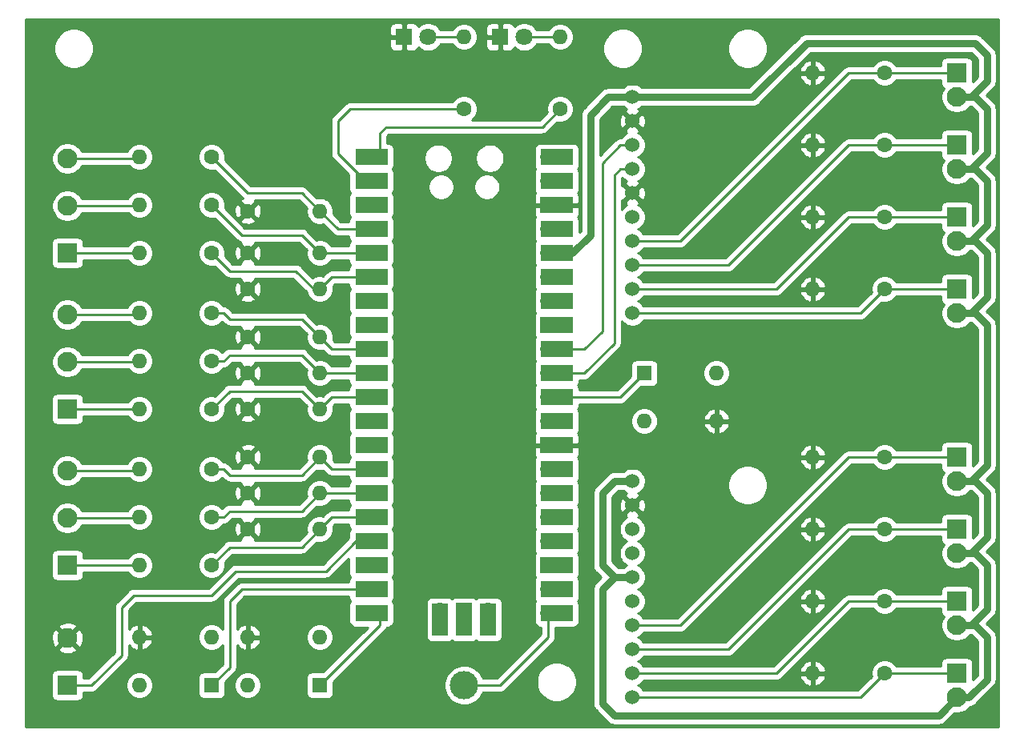
<source format=gtl>
G04 #@! TF.GenerationSoftware,KiCad,Pcbnew,5.1.9+dfsg1-1*
G04 #@! TF.CreationDate,2022-01-29T15:43:47+01:00*
G04 #@! TF.ProjectId,rogue_sensors,726f6775-655f-4736-956e-736f72732e6b,v01*
G04 #@! TF.SameCoordinates,Original*
G04 #@! TF.FileFunction,Copper,L1,Top*
G04 #@! TF.FilePolarity,Positive*
%FSLAX46Y46*%
G04 Gerber Fmt 4.6, Leading zero omitted, Abs format (unit mm)*
G04 Created by KiCad (PCBNEW 5.1.9+dfsg1-1) date 2022-01-29 15:43:47*
%MOMM*%
%LPD*%
G01*
G04 APERTURE LIST*
G04 #@! TA.AperFunction,ComponentPad*
%ADD10C,1.600000*%
G04 #@! TD*
G04 #@! TA.AperFunction,ComponentPad*
%ADD11O,1.600000X1.600000*%
G04 #@! TD*
G04 #@! TA.AperFunction,ComponentPad*
%ADD12O,1.700000X1.700000*%
G04 #@! TD*
G04 #@! TA.AperFunction,ComponentPad*
%ADD13R,1.700000X1.700000*%
G04 #@! TD*
G04 #@! TA.AperFunction,SMDPad,CuDef*
%ADD14R,3.500000X1.700000*%
G04 #@! TD*
G04 #@! TA.AperFunction,SMDPad,CuDef*
%ADD15R,1.700000X3.500000*%
G04 #@! TD*
G04 #@! TA.AperFunction,ComponentPad*
%ADD16C,3.000000*%
G04 #@! TD*
G04 #@! TA.AperFunction,ComponentPad*
%ADD17R,1.800000X1.800000*%
G04 #@! TD*
G04 #@! TA.AperFunction,ComponentPad*
%ADD18C,1.800000*%
G04 #@! TD*
G04 #@! TA.AperFunction,ComponentPad*
%ADD19C,2.100000*%
G04 #@! TD*
G04 #@! TA.AperFunction,ComponentPad*
%ADD20R,2.100000X2.100000*%
G04 #@! TD*
G04 #@! TA.AperFunction,ComponentPad*
%ADD21R,1.600000X1.600000*%
G04 #@! TD*
G04 #@! TA.AperFunction,ComponentPad*
%ADD22C,1.524000*%
G04 #@! TD*
G04 #@! TA.AperFunction,Conductor*
%ADD23C,0.250000*%
G04 #@! TD*
G04 #@! TA.AperFunction,Conductor*
%ADD24C,0.750000*%
G04 #@! TD*
G04 #@! TA.AperFunction,Conductor*
%ADD25C,0.254000*%
G04 #@! TD*
G04 #@! TA.AperFunction,Conductor*
%ADD26C,0.100000*%
G04 #@! TD*
G04 APERTURE END LIST*
D10*
G04 #@! TO.P,R26,1*
G04 #@! TO.N,Net-(J11-Pad1)*
X106680000Y-69850000D03*
D11*
G04 #@! TO.P,R26,2*
G04 #@! TO.N,GND*
X99060000Y-69850000D03*
G04 #@! TD*
D12*
G04 #@! TO.P,U1,1*
G04 #@! TO.N,Net-(R19-Pad1)*
X53340000Y-30480000D03*
G04 #@! TO.P,U1,2*
G04 #@! TO.N,Net-(R20-Pad1)*
X53340000Y-33020000D03*
D13*
G04 #@! TO.P,U1,3*
G04 #@! TO.N,Net-(U1-Pad3)*
X53340000Y-35560000D03*
D12*
G04 #@! TO.P,U1,4*
G04 #@! TO.N,Net-(R1-Pad2)*
X53340000Y-38100000D03*
G04 #@! TO.P,U1,5*
G04 #@! TO.N,Net-(R11-Pad1)*
X53340000Y-40640000D03*
G04 #@! TO.P,U1,6*
G04 #@! TO.N,Net-(R12-Pad1)*
X53340000Y-43180000D03*
G04 #@! TO.P,U1,7*
G04 #@! TO.N,Net-(U1-Pad7)*
X53340000Y-45720000D03*
D13*
G04 #@! TO.P,U1,8*
G04 #@! TO.N,Net-(U1-Pad8)*
X53340000Y-48260000D03*
D12*
G04 #@! TO.P,U1,9*
G04 #@! TO.N,Net-(R13-Pad1)*
X53340000Y-50800000D03*
G04 #@! TO.P,U1,10*
G04 #@! TO.N,Net-(R14-Pad1)*
X53340000Y-53340000D03*
G04 #@! TO.P,U1,11*
G04 #@! TO.N,Net-(R15-Pad1)*
X53340000Y-55880000D03*
G04 #@! TO.P,U1,12*
G04 #@! TO.N,Net-(U1-Pad12)*
X53340000Y-58420000D03*
D13*
G04 #@! TO.P,U1,13*
G04 #@! TO.N,Net-(U1-Pad13)*
X53340000Y-60960000D03*
D12*
G04 #@! TO.P,U1,14*
G04 #@! TO.N,Net-(R16-Pad1)*
X53340000Y-63500000D03*
G04 #@! TO.P,U1,15*
G04 #@! TO.N,Net-(R17-Pad1)*
X53340000Y-66040000D03*
G04 #@! TO.P,U1,16*
G04 #@! TO.N,Net-(R18-Pad1)*
X53340000Y-68580000D03*
G04 #@! TO.P,U1,17*
G04 #@! TO.N,Net-(J4-Pad1)*
X53340000Y-71120000D03*
D13*
G04 #@! TO.P,U1,18*
G04 #@! TO.N,Net-(U1-Pad18)*
X53340000Y-73660000D03*
D12*
G04 #@! TO.P,U1,19*
G04 #@! TO.N,Net-(SW2-Pad1)*
X53340000Y-76200000D03*
G04 #@! TO.P,U1,20*
G04 #@! TO.N,Net-(SW1-Pad1)*
X53340000Y-78740000D03*
G04 #@! TO.P,U1,21*
G04 #@! TO.N,Net-(J5-Pad1)*
X71120000Y-78740000D03*
G04 #@! TO.P,U1,22*
G04 #@! TO.N,Net-(U1-Pad22)*
X71120000Y-76200000D03*
D13*
G04 #@! TO.P,U1,23*
G04 #@! TO.N,Net-(U1-Pad23)*
X71120000Y-73660000D03*
D12*
G04 #@! TO.P,U1,24*
G04 #@! TO.N,Net-(U1-Pad24)*
X71120000Y-71120000D03*
G04 #@! TO.P,U1,25*
G04 #@! TO.N,Net-(U1-Pad25)*
X71120000Y-68580000D03*
G04 #@! TO.P,U1,26*
G04 #@! TO.N,Net-(U1-Pad26)*
X71120000Y-66040000D03*
G04 #@! TO.P,U1,27*
G04 #@! TO.N,Net-(U1-Pad27)*
X71120000Y-63500000D03*
D13*
G04 #@! TO.P,U1,28*
G04 #@! TO.N,GND*
X71120000Y-60960000D03*
D12*
G04 #@! TO.P,U1,29*
G04 #@! TO.N,Net-(U1-Pad29)*
X71120000Y-58420000D03*
G04 #@! TO.P,U1,30*
G04 #@! TO.N,Net-(SW3-Pad1)*
X71120000Y-55880000D03*
G04 #@! TO.P,U1,31*
G04 #@! TO.N,Net-(U1-Pad31)*
X71120000Y-53340000D03*
G04 #@! TO.P,U1,32*
G04 #@! TO.N,Net-(U1-Pad32)*
X71120000Y-50800000D03*
D13*
G04 #@! TO.P,U1,33*
G04 #@! TO.N,Net-(U1-Pad33)*
X71120000Y-48260000D03*
D12*
G04 #@! TO.P,U1,34*
G04 #@! TO.N,Net-(U1-Pad34)*
X71120000Y-45720000D03*
G04 #@! TO.P,U1,35*
G04 #@! TO.N,Net-(U1-Pad35)*
X71120000Y-43180000D03*
G04 #@! TO.P,U1,36*
G04 #@! TO.N,VCC*
X71120000Y-40640000D03*
G04 #@! TO.P,U1,37*
G04 #@! TO.N,Net-(U1-Pad37)*
X71120000Y-38100000D03*
D13*
G04 #@! TO.P,U1,38*
G04 #@! TO.N,GND*
X71120000Y-35560000D03*
D12*
G04 #@! TO.P,U1,39*
G04 #@! TO.N,Net-(U1-Pad39)*
X71120000Y-33020000D03*
G04 #@! TO.P,U1,40*
G04 #@! TO.N,Net-(U1-Pad40)*
X71120000Y-30480000D03*
D14*
G04 #@! TO.P,U1,1*
G04 #@! TO.N,Net-(R19-Pad1)*
X52440000Y-30480000D03*
G04 #@! TO.P,U1,2*
G04 #@! TO.N,Net-(R20-Pad1)*
X52440000Y-33020000D03*
G04 #@! TO.P,U1,3*
G04 #@! TO.N,Net-(U1-Pad3)*
X52440000Y-35560000D03*
G04 #@! TO.P,U1,4*
G04 #@! TO.N,Net-(R1-Pad2)*
X52440000Y-38100000D03*
G04 #@! TO.P,U1,5*
G04 #@! TO.N,Net-(R11-Pad1)*
X52440000Y-40640000D03*
G04 #@! TO.P,U1,6*
G04 #@! TO.N,Net-(R12-Pad1)*
X52440000Y-43180000D03*
G04 #@! TO.P,U1,7*
G04 #@! TO.N,Net-(U1-Pad7)*
X52440000Y-45720000D03*
G04 #@! TO.P,U1,8*
G04 #@! TO.N,Net-(U1-Pad8)*
X52440000Y-48260000D03*
G04 #@! TO.P,U1,9*
G04 #@! TO.N,Net-(R13-Pad1)*
X52440000Y-50800000D03*
G04 #@! TO.P,U1,10*
G04 #@! TO.N,Net-(R14-Pad1)*
X52440000Y-53340000D03*
G04 #@! TO.P,U1,11*
G04 #@! TO.N,Net-(R15-Pad1)*
X52440000Y-55880000D03*
G04 #@! TO.P,U1,12*
G04 #@! TO.N,Net-(U1-Pad12)*
X52440000Y-58420000D03*
G04 #@! TO.P,U1,13*
G04 #@! TO.N,Net-(U1-Pad13)*
X52440000Y-60960000D03*
G04 #@! TO.P,U1,14*
G04 #@! TO.N,Net-(R16-Pad1)*
X52440000Y-63500000D03*
G04 #@! TO.P,U1,15*
G04 #@! TO.N,Net-(R17-Pad1)*
X52440000Y-66040000D03*
G04 #@! TO.P,U1,16*
G04 #@! TO.N,Net-(R18-Pad1)*
X52440000Y-68580000D03*
G04 #@! TO.P,U1,17*
G04 #@! TO.N,Net-(J4-Pad1)*
X52440000Y-71120000D03*
G04 #@! TO.P,U1,18*
G04 #@! TO.N,Net-(U1-Pad18)*
X52440000Y-73660000D03*
G04 #@! TO.P,U1,19*
G04 #@! TO.N,Net-(SW2-Pad1)*
X52440000Y-76200000D03*
G04 #@! TO.P,U1,20*
G04 #@! TO.N,Net-(SW1-Pad1)*
X52440000Y-78740000D03*
G04 #@! TO.P,U1,40*
G04 #@! TO.N,Net-(U1-Pad40)*
X72020000Y-30480000D03*
G04 #@! TO.P,U1,39*
G04 #@! TO.N,Net-(U1-Pad39)*
X72020000Y-33020000D03*
G04 #@! TO.P,U1,38*
G04 #@! TO.N,GND*
X72020000Y-35560000D03*
G04 #@! TO.P,U1,37*
G04 #@! TO.N,Net-(U1-Pad37)*
X72020000Y-38100000D03*
G04 #@! TO.P,U1,36*
G04 #@! TO.N,VCC*
X72020000Y-40640000D03*
G04 #@! TO.P,U1,35*
G04 #@! TO.N,Net-(U1-Pad35)*
X72020000Y-43180000D03*
G04 #@! TO.P,U1,34*
G04 #@! TO.N,Net-(U1-Pad34)*
X72020000Y-45720000D03*
G04 #@! TO.P,U1,33*
G04 #@! TO.N,Net-(U1-Pad33)*
X72020000Y-48260000D03*
G04 #@! TO.P,U1,32*
G04 #@! TO.N,Net-(U1-Pad32)*
X72020000Y-50800000D03*
G04 #@! TO.P,U1,31*
G04 #@! TO.N,Net-(U1-Pad31)*
X72020000Y-53340000D03*
G04 #@! TO.P,U1,30*
G04 #@! TO.N,Net-(SW3-Pad1)*
X72020000Y-55880000D03*
G04 #@! TO.P,U1,29*
G04 #@! TO.N,Net-(U1-Pad29)*
X72020000Y-58420000D03*
G04 #@! TO.P,U1,28*
G04 #@! TO.N,GND*
X72020000Y-60960000D03*
G04 #@! TO.P,U1,27*
G04 #@! TO.N,Net-(U1-Pad27)*
X72020000Y-63500000D03*
G04 #@! TO.P,U1,26*
G04 #@! TO.N,Net-(U1-Pad26)*
X72020000Y-66040000D03*
G04 #@! TO.P,U1,25*
G04 #@! TO.N,Net-(U1-Pad25)*
X72020000Y-68580000D03*
G04 #@! TO.P,U1,24*
G04 #@! TO.N,Net-(U1-Pad24)*
X72020000Y-71120000D03*
G04 #@! TO.P,U1,23*
G04 #@! TO.N,Net-(U1-Pad23)*
X72020000Y-73660000D03*
G04 #@! TO.P,U1,22*
G04 #@! TO.N,Net-(U1-Pad22)*
X72020000Y-76200000D03*
G04 #@! TO.P,U1,21*
G04 #@! TO.N,Net-(J5-Pad1)*
X72020000Y-78740000D03*
D15*
G04 #@! TO.P,U1,41*
G04 #@! TO.N,Net-(U1-Pad41)*
X59690000Y-79410000D03*
D12*
X59690000Y-78510000D03*
D15*
G04 #@! TO.P,U1,42*
G04 #@! TO.N,Net-(U1-Pad42)*
X62230000Y-79410000D03*
D13*
X62230000Y-78510000D03*
D15*
G04 #@! TO.P,U1,43*
G04 #@! TO.N,Net-(U1-Pad43)*
X64770000Y-79410000D03*
D12*
X64770000Y-78510000D03*
G04 #@! TD*
D16*
G04 #@! TO.P,J5,1*
G04 #@! TO.N,Net-(J5-Pad1)*
X62230000Y-86360000D03*
G04 #@! TD*
D17*
G04 #@! TO.P,D1,1*
G04 #@! TO.N,GND*
X66040000Y-17780000D03*
D18*
G04 #@! TO.P,D1,2*
G04 #@! TO.N,Net-(D1-Pad2)*
X68580000Y-17780000D03*
G04 #@! TD*
G04 #@! TO.P,D2,2*
G04 #@! TO.N,Net-(D2-Pad2)*
X58420000Y-17780000D03*
D17*
G04 #@! TO.P,D2,1*
G04 #@! TO.N,GND*
X55880000Y-17780000D03*
G04 #@! TD*
D19*
G04 #@! TO.P,J1,3*
G04 #@! TO.N,Net-(J1-Pad3)*
X20320000Y-30640000D03*
G04 #@! TO.P,J1,2*
G04 #@! TO.N,Net-(J1-Pad2)*
X20320000Y-35640000D03*
D20*
G04 #@! TO.P,J1,1*
G04 #@! TO.N,Net-(J1-Pad1)*
X20320000Y-40640000D03*
G04 #@! TD*
G04 #@! TO.P,J2,1*
G04 #@! TO.N,Net-(J2-Pad1)*
X20320000Y-57150000D03*
D19*
G04 #@! TO.P,J2,2*
G04 #@! TO.N,Net-(J2-Pad2)*
X20320000Y-52150000D03*
G04 #@! TO.P,J2,3*
G04 #@! TO.N,Net-(J2-Pad3)*
X20320000Y-47150000D03*
G04 #@! TD*
D20*
G04 #@! TO.P,J3,1*
G04 #@! TO.N,Net-(J3-Pad1)*
X20320000Y-73660000D03*
D19*
G04 #@! TO.P,J3,2*
G04 #@! TO.N,Net-(J3-Pad2)*
X20320000Y-68660000D03*
G04 #@! TO.P,J3,3*
G04 #@! TO.N,Net-(J3-Pad3)*
X20320000Y-63660000D03*
G04 #@! TD*
D20*
G04 #@! TO.P,J4,1*
G04 #@! TO.N,Net-(J4-Pad1)*
X20320000Y-86360000D03*
D19*
G04 #@! TO.P,J4,2*
G04 #@! TO.N,GND*
X20320000Y-81360000D03*
G04 #@! TD*
D20*
G04 #@! TO.P,J6,1*
G04 #@! TO.N,Net-(J6-Pad1)*
X114300000Y-21590000D03*
D19*
G04 #@! TO.P,J6,2*
G04 #@! TO.N,VCC*
X114300000Y-24130000D03*
G04 #@! TD*
G04 #@! TO.P,J7,2*
G04 #@! TO.N,VCC*
X114300000Y-31750000D03*
D20*
G04 #@! TO.P,J7,1*
G04 #@! TO.N,Net-(J7-Pad1)*
X114300000Y-29210000D03*
G04 #@! TD*
G04 #@! TO.P,J8,1*
G04 #@! TO.N,Net-(J8-Pad1)*
X114300000Y-36830000D03*
D19*
G04 #@! TO.P,J8,2*
G04 #@! TO.N,VCC*
X114300000Y-39370000D03*
G04 #@! TD*
G04 #@! TO.P,J9,2*
G04 #@! TO.N,VCC*
X114300000Y-46990000D03*
D20*
G04 #@! TO.P,J9,1*
G04 #@! TO.N,Net-(J9-Pad1)*
X114300000Y-44450000D03*
G04 #@! TD*
G04 #@! TO.P,J10,1*
G04 #@! TO.N,Net-(J10-Pad1)*
X114300000Y-62230000D03*
D19*
G04 #@! TO.P,J10,2*
G04 #@! TO.N,VCC*
X114300000Y-64770000D03*
G04 #@! TD*
G04 #@! TO.P,J11,2*
G04 #@! TO.N,VCC*
X114300000Y-72390000D03*
D20*
G04 #@! TO.P,J11,1*
G04 #@! TO.N,Net-(J11-Pad1)*
X114300000Y-69850000D03*
G04 #@! TD*
G04 #@! TO.P,J12,1*
G04 #@! TO.N,Net-(J12-Pad1)*
X114300000Y-77470000D03*
D19*
G04 #@! TO.P,J12,2*
G04 #@! TO.N,VCC*
X114300000Y-80010000D03*
G04 #@! TD*
G04 #@! TO.P,J13,2*
G04 #@! TO.N,VCC*
X114300000Y-87630000D03*
D20*
G04 #@! TO.P,J13,1*
G04 #@! TO.N,Net-(J13-Pad1)*
X114300000Y-85090000D03*
G04 #@! TD*
D11*
G04 #@! TO.P,R1,2*
G04 #@! TO.N,Net-(R1-Pad2)*
X46990000Y-36195000D03*
D10*
G04 #@! TO.P,R1,1*
G04 #@! TO.N,GND*
X39370000Y-36195000D03*
G04 #@! TD*
G04 #@! TO.P,R2,1*
G04 #@! TO.N,GND*
X39370000Y-40640000D03*
D11*
G04 #@! TO.P,R2,2*
G04 #@! TO.N,Net-(R11-Pad1)*
X46990000Y-40640000D03*
G04 #@! TD*
G04 #@! TO.P,R3,2*
G04 #@! TO.N,Net-(R12-Pad1)*
X46990000Y-44450000D03*
D10*
G04 #@! TO.P,R3,1*
G04 #@! TO.N,GND*
X39370000Y-44450000D03*
G04 #@! TD*
G04 #@! TO.P,R4,1*
G04 #@! TO.N,GND*
X39370000Y-49530000D03*
D11*
G04 #@! TO.P,R4,2*
G04 #@! TO.N,Net-(R13-Pad1)*
X46990000Y-49530000D03*
G04 #@! TD*
G04 #@! TO.P,R5,2*
G04 #@! TO.N,Net-(R14-Pad1)*
X46990000Y-53340000D03*
D10*
G04 #@! TO.P,R5,1*
G04 #@! TO.N,GND*
X39370000Y-53340000D03*
G04 #@! TD*
G04 #@! TO.P,R6,1*
G04 #@! TO.N,GND*
X39370000Y-57150000D03*
D11*
G04 #@! TO.P,R6,2*
G04 #@! TO.N,Net-(R15-Pad1)*
X46990000Y-57150000D03*
G04 #@! TD*
G04 #@! TO.P,R7,2*
G04 #@! TO.N,Net-(R16-Pad1)*
X46990000Y-62230000D03*
D10*
G04 #@! TO.P,R7,1*
G04 #@! TO.N,GND*
X39370000Y-62230000D03*
G04 #@! TD*
G04 #@! TO.P,R8,1*
G04 #@! TO.N,GND*
X39370000Y-66040000D03*
D11*
G04 #@! TO.P,R8,2*
G04 #@! TO.N,Net-(R17-Pad1)*
X46990000Y-66040000D03*
G04 #@! TD*
G04 #@! TO.P,R9,2*
G04 #@! TO.N,Net-(R18-Pad1)*
X46990000Y-69850000D03*
D10*
G04 #@! TO.P,R9,1*
G04 #@! TO.N,GND*
X39370000Y-69850000D03*
G04 #@! TD*
D11*
G04 #@! TO.P,R10,2*
G04 #@! TO.N,Net-(J1-Pad3)*
X27940000Y-30480000D03*
D10*
G04 #@! TO.P,R10,1*
G04 #@! TO.N,Net-(R1-Pad2)*
X35560000Y-30480000D03*
G04 #@! TD*
G04 #@! TO.P,R11,1*
G04 #@! TO.N,Net-(R11-Pad1)*
X35560000Y-35560000D03*
D11*
G04 #@! TO.P,R11,2*
G04 #@! TO.N,Net-(J1-Pad2)*
X27940000Y-35560000D03*
G04 #@! TD*
D10*
G04 #@! TO.P,R12,1*
G04 #@! TO.N,Net-(R12-Pad1)*
X35560000Y-40640000D03*
D11*
G04 #@! TO.P,R12,2*
G04 #@! TO.N,Net-(J1-Pad1)*
X27940000Y-40640000D03*
G04 #@! TD*
G04 #@! TO.P,R13,2*
G04 #@! TO.N,Net-(J2-Pad3)*
X27940000Y-46990000D03*
D10*
G04 #@! TO.P,R13,1*
G04 #@! TO.N,Net-(R13-Pad1)*
X35560000Y-46990000D03*
G04 #@! TD*
G04 #@! TO.P,R14,1*
G04 #@! TO.N,Net-(R14-Pad1)*
X35560000Y-52070000D03*
D11*
G04 #@! TO.P,R14,2*
G04 #@! TO.N,Net-(J2-Pad2)*
X27940000Y-52070000D03*
G04 #@! TD*
D10*
G04 #@! TO.P,R15,1*
G04 #@! TO.N,Net-(R15-Pad1)*
X35560000Y-57150000D03*
D11*
G04 #@! TO.P,R15,2*
G04 #@! TO.N,Net-(J2-Pad1)*
X27940000Y-57150000D03*
G04 #@! TD*
G04 #@! TO.P,R16,2*
G04 #@! TO.N,Net-(J3-Pad3)*
X27940000Y-63500000D03*
D10*
G04 #@! TO.P,R16,1*
G04 #@! TO.N,Net-(R16-Pad1)*
X35560000Y-63500000D03*
G04 #@! TD*
G04 #@! TO.P,R17,1*
G04 #@! TO.N,Net-(R17-Pad1)*
X35560000Y-68580000D03*
D11*
G04 #@! TO.P,R17,2*
G04 #@! TO.N,Net-(J3-Pad2)*
X27940000Y-68580000D03*
G04 #@! TD*
G04 #@! TO.P,R18,2*
G04 #@! TO.N,Net-(J3-Pad1)*
X27940000Y-73660000D03*
D10*
G04 #@! TO.P,R18,1*
G04 #@! TO.N,Net-(R18-Pad1)*
X35560000Y-73660000D03*
G04 #@! TD*
D11*
G04 #@! TO.P,R19,2*
G04 #@! TO.N,Net-(D1-Pad2)*
X72390000Y-17780000D03*
D10*
G04 #@! TO.P,R19,1*
G04 #@! TO.N,Net-(R19-Pad1)*
X72390000Y-25400000D03*
G04 #@! TD*
G04 #@! TO.P,R20,1*
G04 #@! TO.N,Net-(R20-Pad1)*
X62230000Y-25400000D03*
D11*
G04 #@! TO.P,R20,2*
G04 #@! TO.N,Net-(D2-Pad2)*
X62230000Y-17780000D03*
G04 #@! TD*
G04 #@! TO.P,R21,2*
G04 #@! TO.N,GND*
X99060000Y-21590000D03*
D10*
G04 #@! TO.P,R21,1*
G04 #@! TO.N,Net-(J6-Pad1)*
X106680000Y-21590000D03*
G04 #@! TD*
G04 #@! TO.P,R22,1*
G04 #@! TO.N,Net-(J7-Pad1)*
X106680000Y-29210000D03*
D11*
G04 #@! TO.P,R22,2*
G04 #@! TO.N,GND*
X99060000Y-29210000D03*
G04 #@! TD*
G04 #@! TO.P,R23,2*
G04 #@! TO.N,GND*
X99060000Y-36830000D03*
D10*
G04 #@! TO.P,R23,1*
G04 #@! TO.N,Net-(J8-Pad1)*
X106680000Y-36830000D03*
G04 #@! TD*
G04 #@! TO.P,R24,1*
G04 #@! TO.N,Net-(J9-Pad1)*
X106680000Y-44450000D03*
D11*
G04 #@! TO.P,R24,2*
G04 #@! TO.N,GND*
X99060000Y-44450000D03*
G04 #@! TD*
G04 #@! TO.P,R25,2*
G04 #@! TO.N,GND*
X99060000Y-62230000D03*
D10*
G04 #@! TO.P,R25,1*
G04 #@! TO.N,Net-(J10-Pad1)*
X106680000Y-62230000D03*
G04 #@! TD*
D11*
G04 #@! TO.P,R27,2*
G04 #@! TO.N,GND*
X99060000Y-77470000D03*
D10*
G04 #@! TO.P,R27,1*
G04 #@! TO.N,Net-(J12-Pad1)*
X106680000Y-77470000D03*
G04 #@! TD*
G04 #@! TO.P,R28,1*
G04 #@! TO.N,Net-(J13-Pad1)*
X106680000Y-85090000D03*
D11*
G04 #@! TO.P,R28,2*
G04 #@! TO.N,GND*
X99060000Y-85090000D03*
G04 #@! TD*
G04 #@! TO.P,SW1,4*
G04 #@! TO.N,Net-(SW1-Pad4)*
X39370000Y-86360000D03*
G04 #@! TO.P,SW1,2*
G04 #@! TO.N,Net-(SW1-Pad2)*
X46990000Y-81280000D03*
G04 #@! TO.P,SW1,3*
G04 #@! TO.N,GND*
X39370000Y-81280000D03*
D21*
G04 #@! TO.P,SW1,1*
G04 #@! TO.N,Net-(SW1-Pad1)*
X46990000Y-86360000D03*
G04 #@! TD*
G04 #@! TO.P,SW2,1*
G04 #@! TO.N,Net-(SW2-Pad1)*
X35560000Y-86360000D03*
D11*
G04 #@! TO.P,SW2,3*
G04 #@! TO.N,GND*
X27940000Y-81280000D03*
G04 #@! TO.P,SW2,2*
G04 #@! TO.N,Net-(SW2-Pad2)*
X35560000Y-81280000D03*
G04 #@! TO.P,SW2,4*
G04 #@! TO.N,Net-(SW2-Pad4)*
X27940000Y-86360000D03*
G04 #@! TD*
G04 #@! TO.P,SW3,4*
G04 #@! TO.N,Net-(SW3-Pad4)*
X88900000Y-53340000D03*
G04 #@! TO.P,SW3,2*
G04 #@! TO.N,Net-(SW3-Pad2)*
X81280000Y-58420000D03*
G04 #@! TO.P,SW3,3*
G04 #@! TO.N,GND*
X88900000Y-58420000D03*
D21*
G04 #@! TO.P,SW3,1*
G04 #@! TO.N,Net-(SW3-Pad1)*
X81280000Y-53340000D03*
G04 #@! TD*
D22*
G04 #@! TO.P,U2,10*
G04 #@! TO.N,Net-(J9-Pad1)*
X80010000Y-46990000D03*
G04 #@! TO.P,U2,9*
G04 #@! TO.N,Net-(J8-Pad1)*
X80010000Y-44450000D03*
G04 #@! TO.P,U2,8*
G04 #@! TO.N,Net-(J7-Pad1)*
X80010000Y-41910000D03*
G04 #@! TO.P,U2,7*
G04 #@! TO.N,Net-(J6-Pad1)*
X80010000Y-39370000D03*
G04 #@! TO.P,U2,6*
G04 #@! TO.N,Net-(U2-Pad6)*
X80010000Y-36830000D03*
G04 #@! TO.P,U2,5*
G04 #@! TO.N,GND*
X80010000Y-34290000D03*
G04 #@! TO.P,U2,4*
G04 #@! TO.N,Net-(U1-Pad31)*
X80010000Y-31750000D03*
G04 #@! TO.P,U2,3*
G04 #@! TO.N,Net-(U1-Pad32)*
X80010000Y-29210000D03*
G04 #@! TO.P,U2,2*
G04 #@! TO.N,GND*
X80010000Y-26670000D03*
G04 #@! TO.P,U2,1*
G04 #@! TO.N,VCC*
X80010000Y-24130000D03*
G04 #@! TD*
G04 #@! TO.P,U3,1*
G04 #@! TO.N,VCC*
X80010000Y-64770000D03*
G04 #@! TO.P,U3,2*
G04 #@! TO.N,GND*
X80010000Y-67310000D03*
G04 #@! TO.P,U3,3*
G04 #@! TO.N,Net-(U1-Pad32)*
X80010000Y-69850000D03*
G04 #@! TO.P,U3,4*
G04 #@! TO.N,Net-(U1-Pad31)*
X80010000Y-72390000D03*
G04 #@! TO.P,U3,5*
G04 #@! TO.N,VCC*
X80010000Y-74930000D03*
G04 #@! TO.P,U3,6*
G04 #@! TO.N,Net-(U3-Pad6)*
X80010000Y-77470000D03*
G04 #@! TO.P,U3,7*
G04 #@! TO.N,Net-(J10-Pad1)*
X80010000Y-80010000D03*
G04 #@! TO.P,U3,8*
G04 #@! TO.N,Net-(J11-Pad1)*
X80010000Y-82550000D03*
G04 #@! TO.P,U3,9*
G04 #@! TO.N,Net-(J12-Pad1)*
X80010000Y-85090000D03*
G04 #@! TO.P,U3,10*
G04 #@! TO.N,Net-(J13-Pad1)*
X80010000Y-87630000D03*
G04 #@! TD*
D23*
G04 #@! TO.N,Net-(D1-Pad2)*
X68580000Y-17780000D02*
X72390000Y-17780000D01*
G04 #@! TO.N,Net-(D2-Pad2)*
X58420000Y-17780000D02*
X62230000Y-17780000D01*
G04 #@! TO.N,Net-(J1-Pad3)*
X27780000Y-30640000D02*
X27940000Y-30480000D01*
X20320000Y-30640000D02*
X27780000Y-30640000D01*
G04 #@! TO.N,Net-(J1-Pad2)*
X27860000Y-35640000D02*
X27940000Y-35560000D01*
X20320000Y-35640000D02*
X27860000Y-35640000D01*
G04 #@! TO.N,Net-(J1-Pad1)*
X20320000Y-40640000D02*
X27940000Y-40640000D01*
G04 #@! TO.N,Net-(J2-Pad1)*
X20320000Y-57150000D02*
X27940000Y-57150000D01*
G04 #@! TO.N,Net-(J2-Pad2)*
X27860000Y-52150000D02*
X27940000Y-52070000D01*
X20320000Y-52150000D02*
X27860000Y-52150000D01*
G04 #@! TO.N,Net-(J2-Pad3)*
X27780000Y-47150000D02*
X27940000Y-46990000D01*
X20320000Y-47150000D02*
X27780000Y-47150000D01*
G04 #@! TO.N,Net-(J3-Pad1)*
X20320000Y-73660000D02*
X27940000Y-73660000D01*
G04 #@! TO.N,Net-(J3-Pad2)*
X27860000Y-68660000D02*
X27940000Y-68580000D01*
X20320000Y-68660000D02*
X27860000Y-68660000D01*
G04 #@! TO.N,Net-(J3-Pad3)*
X27780000Y-63660000D02*
X27940000Y-63500000D01*
X20320000Y-63660000D02*
X27780000Y-63660000D01*
G04 #@! TO.N,Net-(J4-Pad1)*
X51435000Y-71120000D02*
X53340000Y-71120000D01*
X50800000Y-71120000D02*
X53340000Y-71120000D01*
X47625000Y-74295000D02*
X50800000Y-71120000D01*
X27305000Y-76835000D02*
X35560000Y-76835000D01*
X35560000Y-76835000D02*
X38100000Y-74295000D01*
X26035000Y-78105000D02*
X27305000Y-76835000D01*
X38100000Y-74295000D02*
X47625000Y-74295000D01*
X26035000Y-83185000D02*
X26035000Y-78105000D01*
X22860000Y-86360000D02*
X26035000Y-83185000D01*
X20320000Y-86360000D02*
X22860000Y-86360000D01*
G04 #@! TO.N,Net-(J5-Pad1)*
X66040000Y-86360000D02*
X62230000Y-86360000D01*
X71120000Y-78740000D02*
X71120000Y-81280000D01*
X71120000Y-81280000D02*
X66040000Y-86360000D01*
G04 #@! TO.N,Net-(J6-Pad1)*
X106680000Y-21590000D02*
X114300000Y-21590000D01*
X102870000Y-21590000D02*
X106680000Y-21590000D01*
X85090000Y-39370000D02*
X102870000Y-21590000D01*
X80010000Y-39370000D02*
X85090000Y-39370000D01*
D24*
G04 #@! TO.N,VCC*
X77470000Y-24130000D02*
X80010000Y-24130000D01*
X75565000Y-26035000D02*
X77470000Y-24130000D01*
X75565000Y-38735000D02*
X75565000Y-26035000D01*
X73660000Y-40640000D02*
X75565000Y-38735000D01*
X71120000Y-40640000D02*
X73660000Y-40640000D01*
X116205000Y-18415000D02*
X117475000Y-19685000D01*
X117475000Y-22439924D02*
X115784924Y-24130000D01*
X115784924Y-24130000D02*
X114300000Y-24130000D01*
X117475000Y-19685000D02*
X117475000Y-22439924D01*
X114300000Y-24130000D02*
X116205000Y-24130000D01*
X116205000Y-24130000D02*
X117475000Y-25400000D01*
X117475000Y-30059924D02*
X115784924Y-31750000D01*
X115784924Y-31750000D02*
X114300000Y-31750000D01*
X117475000Y-25400000D02*
X117475000Y-30059924D01*
X114300000Y-31750000D02*
X116205000Y-31750000D01*
X116205000Y-31750000D02*
X117475000Y-33020000D01*
X115784924Y-39370000D02*
X114300000Y-39370000D01*
X117475000Y-37679924D02*
X115784924Y-39370000D01*
X117475000Y-33020000D02*
X117475000Y-37679924D01*
X114300000Y-39370000D02*
X116205000Y-39370000D01*
X116205000Y-39370000D02*
X117475000Y-40640000D01*
X115784924Y-46990000D02*
X114300000Y-46990000D01*
X117475000Y-45299924D02*
X115784924Y-46990000D01*
X117475000Y-40640000D02*
X117475000Y-45299924D01*
X114300000Y-46990000D02*
X116205000Y-46990000D01*
X116205000Y-46990000D02*
X117475000Y-48260000D01*
X115784924Y-64770000D02*
X114300000Y-64770000D01*
X117475000Y-63079924D02*
X115784924Y-64770000D01*
X117475000Y-48260000D02*
X117475000Y-63079924D01*
X114300000Y-64770000D02*
X116205000Y-64770000D01*
X116205000Y-64770000D02*
X117475000Y-66040000D01*
X115784924Y-72390000D02*
X114300000Y-72390000D01*
X117475000Y-70699924D02*
X115784924Y-72390000D01*
X117475000Y-66040000D02*
X117475000Y-70699924D01*
X114300000Y-72390000D02*
X116205000Y-72390000D01*
X116205000Y-72390000D02*
X117475000Y-73660000D01*
X115784924Y-80010000D02*
X114300000Y-80010000D01*
X117475000Y-78319924D02*
X115784924Y-80010000D01*
X117475000Y-73660000D02*
X117475000Y-78319924D01*
X114300000Y-80010000D02*
X116205000Y-80010000D01*
X116205000Y-80010000D02*
X117475000Y-81280000D01*
X117475000Y-81280000D02*
X117475000Y-85725000D01*
X115570000Y-87630000D02*
X114300000Y-87630000D01*
X117475000Y-85725000D02*
X115570000Y-87630000D01*
X78105000Y-74930000D02*
X80010000Y-74930000D01*
X76835000Y-88265000D02*
X76835000Y-76200000D01*
X78105000Y-89535000D02*
X76835000Y-88265000D01*
X112395000Y-89535000D02*
X78105000Y-89535000D01*
X76835000Y-76200000D02*
X78105000Y-74930000D01*
X114300000Y-87630000D02*
X112395000Y-89535000D01*
X78105000Y-64770000D02*
X80010000Y-64770000D01*
X76835000Y-66040000D02*
X78105000Y-64770000D01*
X76835000Y-73660000D02*
X76835000Y-66040000D01*
X78105000Y-74930000D02*
X76835000Y-73660000D01*
X80010000Y-24130000D02*
X92710000Y-24130000D01*
X92710000Y-24130000D02*
X98425000Y-18415000D01*
X98425000Y-18415000D02*
X116205000Y-18415000D01*
D23*
G04 #@! TO.N,Net-(J7-Pad1)*
X106680000Y-29210000D02*
X114300000Y-29210000D01*
X80010000Y-41910000D02*
X90170000Y-41910000D01*
X102870000Y-29210000D02*
X106680000Y-29210000D01*
X90170000Y-41910000D02*
X102870000Y-29210000D01*
G04 #@! TO.N,Net-(J8-Pad1)*
X106680000Y-36830000D02*
X114300000Y-36830000D01*
X102870000Y-36830000D02*
X106680000Y-36830000D01*
X95250000Y-44450000D02*
X102870000Y-36830000D01*
X80010000Y-44450000D02*
X95250000Y-44450000D01*
G04 #@! TO.N,Net-(J9-Pad1)*
X106680000Y-44450000D02*
X114300000Y-44450000D01*
X104140000Y-46990000D02*
X106680000Y-44450000D01*
X80010000Y-46990000D02*
X104140000Y-46990000D01*
G04 #@! TO.N,Net-(J10-Pad1)*
X106680000Y-62230000D02*
X114300000Y-62230000D01*
X80010000Y-80010000D02*
X85090000Y-80010000D01*
X102870000Y-62230000D02*
X106680000Y-62230000D01*
X85090000Y-80010000D02*
X102870000Y-62230000D01*
G04 #@! TO.N,Net-(J11-Pad1)*
X106680000Y-69850000D02*
X114300000Y-69850000D01*
X80010000Y-82550000D02*
X90170000Y-82550000D01*
X102870000Y-69850000D02*
X106680000Y-69850000D01*
X90170000Y-82550000D02*
X102870000Y-69850000D01*
G04 #@! TO.N,Net-(J12-Pad1)*
X106680000Y-77470000D02*
X114300000Y-77470000D01*
X102870000Y-77470000D02*
X106680000Y-77470000D01*
X95250000Y-85090000D02*
X102870000Y-77470000D01*
X80010000Y-85090000D02*
X95250000Y-85090000D01*
G04 #@! TO.N,Net-(J13-Pad1)*
X106680000Y-85090000D02*
X114300000Y-85090000D01*
X104140000Y-87630000D02*
X106680000Y-85090000D01*
X80010000Y-87630000D02*
X104140000Y-87630000D01*
G04 #@! TO.N,Net-(R1-Pad2)*
X48895000Y-38100000D02*
X46990000Y-36195000D01*
X53340000Y-38100000D02*
X48895000Y-38100000D01*
X35560000Y-30480000D02*
X39370000Y-34290000D01*
X39370000Y-34290000D02*
X45085000Y-34290000D01*
X45085000Y-34290000D02*
X46990000Y-36195000D01*
G04 #@! TO.N,Net-(R11-Pad1)*
X53340000Y-40640000D02*
X46990000Y-40640000D01*
X35560000Y-35560000D02*
X38735000Y-38735000D01*
X38735000Y-38735000D02*
X45085000Y-38735000D01*
X45085000Y-38735000D02*
X46990000Y-40640000D01*
G04 #@! TO.N,Net-(R12-Pad1)*
X48260000Y-43180000D02*
X46990000Y-44450000D01*
X53340000Y-43180000D02*
X48260000Y-43180000D01*
X35560000Y-40640000D02*
X37465000Y-42545000D01*
X37465000Y-42545000D02*
X44450000Y-42545000D01*
X46355000Y-44450000D02*
X46990000Y-44450000D01*
X44450000Y-42545000D02*
X46355000Y-44450000D01*
G04 #@! TO.N,Net-(R13-Pad1)*
X48260000Y-50800000D02*
X46990000Y-49530000D01*
X53340000Y-50800000D02*
X48260000Y-50800000D01*
X35560000Y-46990000D02*
X36830000Y-46990000D01*
X36830000Y-46990000D02*
X37465000Y-47625000D01*
X45085000Y-47625000D02*
X46990000Y-49530000D01*
X37465000Y-47625000D02*
X45085000Y-47625000D01*
G04 #@! TO.N,Net-(R14-Pad1)*
X53340000Y-53340000D02*
X46990000Y-53340000D01*
X35560000Y-52070000D02*
X36830000Y-52070000D01*
X36830000Y-52070000D02*
X37465000Y-51435000D01*
X45085000Y-51435000D02*
X46990000Y-53340000D01*
X37465000Y-51435000D02*
X45085000Y-51435000D01*
G04 #@! TO.N,Net-(R15-Pad1)*
X48260000Y-55880000D02*
X46990000Y-57150000D01*
X53340000Y-55880000D02*
X48260000Y-55880000D01*
X35560000Y-57150000D02*
X37465000Y-55245000D01*
X37465000Y-55245000D02*
X45085000Y-55245000D01*
X45085000Y-55245000D02*
X46990000Y-57150000D01*
G04 #@! TO.N,Net-(R16-Pad1)*
X48260000Y-63500000D02*
X46990000Y-62230000D01*
X53340000Y-63500000D02*
X48260000Y-63500000D01*
X35560000Y-63500000D02*
X36830000Y-63500000D01*
X36830000Y-63500000D02*
X37465000Y-64135000D01*
X45085000Y-64135000D02*
X46990000Y-62230000D01*
X37465000Y-64135000D02*
X45085000Y-64135000D01*
G04 #@! TO.N,Net-(R17-Pad1)*
X53340000Y-66040000D02*
X46990000Y-66040000D01*
X35560000Y-68580000D02*
X36830000Y-68580000D01*
X36830000Y-68580000D02*
X37465000Y-67945000D01*
X45085000Y-67945000D02*
X46990000Y-66040000D01*
X37465000Y-67945000D02*
X45085000Y-67945000D01*
G04 #@! TO.N,Net-(R18-Pad1)*
X48260000Y-68580000D02*
X46990000Y-69850000D01*
X53340000Y-68580000D02*
X48260000Y-68580000D01*
X35560000Y-73660000D02*
X37465000Y-71755000D01*
X37465000Y-71755000D02*
X45085000Y-71755000D01*
X45085000Y-71755000D02*
X46990000Y-69850000D01*
G04 #@! TO.N,Net-(R19-Pad1)*
X72390000Y-25400000D02*
X70485000Y-27305000D01*
X70485000Y-27305000D02*
X53975000Y-27305000D01*
X53340000Y-27940000D02*
X53340000Y-30480000D01*
X53975000Y-27305000D02*
X53340000Y-27940000D01*
G04 #@! TO.N,Net-(R20-Pad1)*
X62230000Y-25400000D02*
X50165000Y-25400000D01*
X50165000Y-25400000D02*
X48895000Y-26670000D01*
X51794998Y-33020000D02*
X53340000Y-33020000D01*
X48895000Y-30120002D02*
X51794998Y-33020000D01*
X48895000Y-26670000D02*
X48895000Y-30120002D01*
G04 #@! TO.N,Net-(SW1-Pad1)*
X53340000Y-80010000D02*
X46990000Y-86360000D01*
X53340000Y-78740000D02*
X53340000Y-80010000D01*
G04 #@! TO.N,Net-(SW2-Pad1)*
X37465000Y-77470000D02*
X38735000Y-76200000D01*
X37465000Y-84455000D02*
X37465000Y-77470000D01*
X35560000Y-86360000D02*
X37465000Y-84455000D01*
X38735000Y-76200000D02*
X40640000Y-76200000D01*
X40640000Y-76200000D02*
X53340000Y-76200000D01*
G04 #@! TO.N,Net-(SW3-Pad1)*
X78740000Y-55880000D02*
X81280000Y-53340000D01*
X71120000Y-55880000D02*
X78740000Y-55880000D01*
G04 #@! TO.N,Net-(U1-Pad31)*
X71120000Y-53340000D02*
X73660000Y-53340000D01*
X72665002Y-53340000D02*
X71120000Y-53340000D01*
X78105000Y-32385000D02*
X78740000Y-31750000D01*
X78105000Y-50165000D02*
X78105000Y-32385000D01*
X74930000Y-53340000D02*
X78105000Y-50165000D01*
X78740000Y-31750000D02*
X80010000Y-31750000D01*
X71120000Y-53340000D02*
X74930000Y-53340000D01*
G04 #@! TO.N,Net-(U1-Pad32)*
X71120000Y-50800000D02*
X73660000Y-50800000D01*
X74930000Y-50800000D02*
X71120000Y-50800000D01*
X76835000Y-48895000D02*
X74930000Y-50800000D01*
X76835000Y-31115000D02*
X76835000Y-48895000D01*
X78740000Y-29210000D02*
X76835000Y-31115000D01*
X80010000Y-29210000D02*
X78740000Y-29210000D01*
G04 #@! TD*
D25*
G04 #@! TO.N,GND*
X118720001Y-90780000D02*
X15900000Y-90780000D01*
X15900000Y-85310000D01*
X18631928Y-85310000D01*
X18631928Y-87410000D01*
X18644188Y-87534482D01*
X18680498Y-87654180D01*
X18739463Y-87764494D01*
X18818815Y-87861185D01*
X18915506Y-87940537D01*
X19025820Y-87999502D01*
X19145518Y-88035812D01*
X19270000Y-88048072D01*
X21370000Y-88048072D01*
X21494482Y-88035812D01*
X21614180Y-87999502D01*
X21724494Y-87940537D01*
X21821185Y-87861185D01*
X21900537Y-87764494D01*
X21959502Y-87654180D01*
X21995812Y-87534482D01*
X22008072Y-87410000D01*
X22008072Y-87120000D01*
X22822678Y-87120000D01*
X22860000Y-87123676D01*
X22897322Y-87120000D01*
X22897333Y-87120000D01*
X23008986Y-87109003D01*
X23152247Y-87065546D01*
X23284276Y-86994974D01*
X23400001Y-86900001D01*
X23423804Y-86870997D01*
X24076136Y-86218665D01*
X26505000Y-86218665D01*
X26505000Y-86501335D01*
X26560147Y-86778574D01*
X26668320Y-87039727D01*
X26825363Y-87274759D01*
X27025241Y-87474637D01*
X27260273Y-87631680D01*
X27521426Y-87739853D01*
X27798665Y-87795000D01*
X28081335Y-87795000D01*
X28358574Y-87739853D01*
X28619727Y-87631680D01*
X28854759Y-87474637D01*
X29054637Y-87274759D01*
X29211680Y-87039727D01*
X29319853Y-86778574D01*
X29375000Y-86501335D01*
X29375000Y-86218665D01*
X29319853Y-85941426D01*
X29211680Y-85680273D01*
X29054637Y-85445241D01*
X28854759Y-85245363D01*
X28619727Y-85088320D01*
X28358574Y-84980147D01*
X28081335Y-84925000D01*
X27798665Y-84925000D01*
X27521426Y-84980147D01*
X27260273Y-85088320D01*
X27025241Y-85245363D01*
X26825363Y-85445241D01*
X26668320Y-85680273D01*
X26560147Y-85941426D01*
X26505000Y-86218665D01*
X24076136Y-86218665D01*
X26546004Y-83748798D01*
X26575001Y-83725001D01*
X26607414Y-83685506D01*
X26669974Y-83609277D01*
X26740546Y-83477247D01*
X26763393Y-83401928D01*
X26784003Y-83333986D01*
X26795000Y-83222333D01*
X26795000Y-83222324D01*
X26798676Y-83185001D01*
X26795000Y-83147678D01*
X26795000Y-82133490D01*
X26876481Y-82243414D01*
X27084869Y-82432385D01*
X27326119Y-82577070D01*
X27590960Y-82671909D01*
X27813000Y-82550624D01*
X27813000Y-81407000D01*
X28067000Y-81407000D01*
X28067000Y-82550624D01*
X28289040Y-82671909D01*
X28553881Y-82577070D01*
X28795131Y-82432385D01*
X29003519Y-82243414D01*
X29171037Y-82017420D01*
X29291246Y-81763087D01*
X29331904Y-81629039D01*
X29209915Y-81407000D01*
X28067000Y-81407000D01*
X27813000Y-81407000D01*
X27793000Y-81407000D01*
X27793000Y-81153000D01*
X27813000Y-81153000D01*
X27813000Y-80009376D01*
X28067000Y-80009376D01*
X28067000Y-81153000D01*
X29209915Y-81153000D01*
X29331904Y-80930961D01*
X29291246Y-80796913D01*
X29171037Y-80542580D01*
X29003519Y-80316586D01*
X28795131Y-80127615D01*
X28553881Y-79982930D01*
X28289040Y-79888091D01*
X28067000Y-80009376D01*
X27813000Y-80009376D01*
X27590960Y-79888091D01*
X27326119Y-79982930D01*
X27084869Y-80127615D01*
X26876481Y-80316586D01*
X26795000Y-80426510D01*
X26795000Y-78419801D01*
X27619802Y-77595000D01*
X35522678Y-77595000D01*
X35560000Y-77598676D01*
X35597322Y-77595000D01*
X35597333Y-77595000D01*
X35708986Y-77584003D01*
X35852247Y-77540546D01*
X35984276Y-77469974D01*
X36100001Y-77375001D01*
X36123804Y-77345997D01*
X38414803Y-75055000D01*
X47587678Y-75055000D01*
X47625000Y-75058676D01*
X47662322Y-75055000D01*
X47662333Y-75055000D01*
X47773986Y-75044003D01*
X47917247Y-75000546D01*
X48049276Y-74929974D01*
X48165001Y-74835001D01*
X48188804Y-74805997D01*
X50051928Y-72942874D01*
X50051928Y-74510000D01*
X50064188Y-74634482D01*
X50100498Y-74754180D01*
X50159463Y-74864494D01*
X50213222Y-74930000D01*
X50159463Y-74995506D01*
X50100498Y-75105820D01*
X50064188Y-75225518D01*
X50051928Y-75350000D01*
X50051928Y-75440000D01*
X38772322Y-75440000D01*
X38734999Y-75436324D01*
X38697676Y-75440000D01*
X38697667Y-75440000D01*
X38586014Y-75450997D01*
X38442753Y-75494454D01*
X38310724Y-75565026D01*
X38194999Y-75659999D01*
X38171201Y-75688997D01*
X36953998Y-76906201D01*
X36925000Y-76929999D01*
X36901202Y-76958997D01*
X36901201Y-76958998D01*
X36830026Y-77045724D01*
X36759454Y-77177754D01*
X36736023Y-77255000D01*
X36715998Y-77321014D01*
X36708337Y-77398799D01*
X36701324Y-77470000D01*
X36705001Y-77507332D01*
X36705001Y-80410683D01*
X36674637Y-80365241D01*
X36474759Y-80165363D01*
X36239727Y-80008320D01*
X35978574Y-79900147D01*
X35701335Y-79845000D01*
X35418665Y-79845000D01*
X35141426Y-79900147D01*
X34880273Y-80008320D01*
X34645241Y-80165363D01*
X34445363Y-80365241D01*
X34288320Y-80600273D01*
X34180147Y-80861426D01*
X34125000Y-81138665D01*
X34125000Y-81421335D01*
X34180147Y-81698574D01*
X34288320Y-81959727D01*
X34445363Y-82194759D01*
X34645241Y-82394637D01*
X34880273Y-82551680D01*
X35141426Y-82659853D01*
X35418665Y-82715000D01*
X35701335Y-82715000D01*
X35978574Y-82659853D01*
X36239727Y-82551680D01*
X36474759Y-82394637D01*
X36674637Y-82194759D01*
X36705000Y-82149317D01*
X36705000Y-84140198D01*
X35923271Y-84921928D01*
X34760000Y-84921928D01*
X34635518Y-84934188D01*
X34515820Y-84970498D01*
X34405506Y-85029463D01*
X34308815Y-85108815D01*
X34229463Y-85205506D01*
X34170498Y-85315820D01*
X34134188Y-85435518D01*
X34121928Y-85560000D01*
X34121928Y-87160000D01*
X34134188Y-87284482D01*
X34170498Y-87404180D01*
X34229463Y-87514494D01*
X34308815Y-87611185D01*
X34405506Y-87690537D01*
X34515820Y-87749502D01*
X34635518Y-87785812D01*
X34760000Y-87798072D01*
X36360000Y-87798072D01*
X36484482Y-87785812D01*
X36604180Y-87749502D01*
X36714494Y-87690537D01*
X36811185Y-87611185D01*
X36890537Y-87514494D01*
X36949502Y-87404180D01*
X36985812Y-87284482D01*
X36998072Y-87160000D01*
X36998072Y-86218665D01*
X37935000Y-86218665D01*
X37935000Y-86501335D01*
X37990147Y-86778574D01*
X38098320Y-87039727D01*
X38255363Y-87274759D01*
X38455241Y-87474637D01*
X38690273Y-87631680D01*
X38951426Y-87739853D01*
X39228665Y-87795000D01*
X39511335Y-87795000D01*
X39788574Y-87739853D01*
X40049727Y-87631680D01*
X40284759Y-87474637D01*
X40484637Y-87274759D01*
X40641680Y-87039727D01*
X40749853Y-86778574D01*
X40805000Y-86501335D01*
X40805000Y-86218665D01*
X40749853Y-85941426D01*
X40641680Y-85680273D01*
X40484637Y-85445241D01*
X40284759Y-85245363D01*
X40049727Y-85088320D01*
X39788574Y-84980147D01*
X39511335Y-84925000D01*
X39228665Y-84925000D01*
X38951426Y-84980147D01*
X38690273Y-85088320D01*
X38455241Y-85245363D01*
X38255363Y-85445241D01*
X38098320Y-85680273D01*
X37990147Y-85941426D01*
X37935000Y-86218665D01*
X36998072Y-86218665D01*
X36998072Y-85996729D01*
X37976004Y-85018798D01*
X38005001Y-84995001D01*
X38099974Y-84879276D01*
X38170546Y-84747247D01*
X38214003Y-84603986D01*
X38225000Y-84492333D01*
X38225000Y-84492323D01*
X38228676Y-84455000D01*
X38225000Y-84417677D01*
X38225000Y-82133490D01*
X38306481Y-82243414D01*
X38514869Y-82432385D01*
X38756119Y-82577070D01*
X39020960Y-82671909D01*
X39243000Y-82550624D01*
X39243000Y-81407000D01*
X39497000Y-81407000D01*
X39497000Y-82550624D01*
X39719040Y-82671909D01*
X39983881Y-82577070D01*
X40225131Y-82432385D01*
X40433519Y-82243414D01*
X40601037Y-82017420D01*
X40721246Y-81763087D01*
X40761904Y-81629039D01*
X40639915Y-81407000D01*
X39497000Y-81407000D01*
X39243000Y-81407000D01*
X39223000Y-81407000D01*
X39223000Y-81153000D01*
X39243000Y-81153000D01*
X39243000Y-80009376D01*
X39497000Y-80009376D01*
X39497000Y-81153000D01*
X40639915Y-81153000D01*
X40647790Y-81138665D01*
X45555000Y-81138665D01*
X45555000Y-81421335D01*
X45610147Y-81698574D01*
X45718320Y-81959727D01*
X45875363Y-82194759D01*
X46075241Y-82394637D01*
X46310273Y-82551680D01*
X46571426Y-82659853D01*
X46848665Y-82715000D01*
X47131335Y-82715000D01*
X47408574Y-82659853D01*
X47669727Y-82551680D01*
X47904759Y-82394637D01*
X48104637Y-82194759D01*
X48261680Y-81959727D01*
X48369853Y-81698574D01*
X48425000Y-81421335D01*
X48425000Y-81138665D01*
X48369853Y-80861426D01*
X48261680Y-80600273D01*
X48104637Y-80365241D01*
X47904759Y-80165363D01*
X47669727Y-80008320D01*
X47408574Y-79900147D01*
X47131335Y-79845000D01*
X46848665Y-79845000D01*
X46571426Y-79900147D01*
X46310273Y-80008320D01*
X46075241Y-80165363D01*
X45875363Y-80365241D01*
X45718320Y-80600273D01*
X45610147Y-80861426D01*
X45555000Y-81138665D01*
X40647790Y-81138665D01*
X40761904Y-80930961D01*
X40721246Y-80796913D01*
X40601037Y-80542580D01*
X40433519Y-80316586D01*
X40225131Y-80127615D01*
X39983881Y-79982930D01*
X39719040Y-79888091D01*
X39497000Y-80009376D01*
X39243000Y-80009376D01*
X39020960Y-79888091D01*
X38756119Y-79982930D01*
X38514869Y-80127615D01*
X38306481Y-80316586D01*
X38225000Y-80426510D01*
X38225000Y-77784801D01*
X39049802Y-76960000D01*
X50051928Y-76960000D01*
X50051928Y-77050000D01*
X50064188Y-77174482D01*
X50100498Y-77294180D01*
X50159463Y-77404494D01*
X50213222Y-77470000D01*
X50159463Y-77535506D01*
X50100498Y-77645820D01*
X50064188Y-77765518D01*
X50051928Y-77890000D01*
X50051928Y-79590000D01*
X50064188Y-79714482D01*
X50100498Y-79834180D01*
X50159463Y-79944494D01*
X50238815Y-80041185D01*
X50335506Y-80120537D01*
X50445820Y-80179502D01*
X50565518Y-80215812D01*
X50690000Y-80228072D01*
X52047126Y-80228072D01*
X47353271Y-84921928D01*
X46190000Y-84921928D01*
X46065518Y-84934188D01*
X45945820Y-84970498D01*
X45835506Y-85029463D01*
X45738815Y-85108815D01*
X45659463Y-85205506D01*
X45600498Y-85315820D01*
X45564188Y-85435518D01*
X45551928Y-85560000D01*
X45551928Y-87160000D01*
X45564188Y-87284482D01*
X45600498Y-87404180D01*
X45659463Y-87514494D01*
X45738815Y-87611185D01*
X45835506Y-87690537D01*
X45945820Y-87749502D01*
X46065518Y-87785812D01*
X46190000Y-87798072D01*
X47790000Y-87798072D01*
X47914482Y-87785812D01*
X48034180Y-87749502D01*
X48144494Y-87690537D01*
X48241185Y-87611185D01*
X48320537Y-87514494D01*
X48379502Y-87404180D01*
X48415812Y-87284482D01*
X48428072Y-87160000D01*
X48428072Y-86149721D01*
X60095000Y-86149721D01*
X60095000Y-86570279D01*
X60177047Y-86982756D01*
X60337988Y-87371302D01*
X60571637Y-87720983D01*
X60869017Y-88018363D01*
X61218698Y-88252012D01*
X61607244Y-88412953D01*
X62019721Y-88495000D01*
X62440279Y-88495000D01*
X62852756Y-88412953D01*
X63241302Y-88252012D01*
X63590983Y-88018363D01*
X63888363Y-87720983D01*
X64122012Y-87371302D01*
X64226105Y-87120000D01*
X66002678Y-87120000D01*
X66040000Y-87123676D01*
X66077322Y-87120000D01*
X66077333Y-87120000D01*
X66188986Y-87109003D01*
X66332247Y-87065546D01*
X66464276Y-86994974D01*
X66580001Y-86900001D01*
X66603804Y-86870997D01*
X67683578Y-85791223D01*
X69880257Y-85791223D01*
X69880257Y-86208777D01*
X69961717Y-86618306D01*
X70121508Y-87004075D01*
X70353488Y-87351258D01*
X70648742Y-87646512D01*
X70995925Y-87878492D01*
X71381694Y-88038283D01*
X71791223Y-88119743D01*
X72208777Y-88119743D01*
X72618306Y-88038283D01*
X73004075Y-87878492D01*
X73351258Y-87646512D01*
X73646512Y-87351258D01*
X73878492Y-87004075D01*
X74038283Y-86618306D01*
X74119743Y-86208777D01*
X74119743Y-85791223D01*
X74038283Y-85381694D01*
X73878492Y-84995925D01*
X73646512Y-84648742D01*
X73351258Y-84353488D01*
X73004075Y-84121508D01*
X72618306Y-83961717D01*
X72208777Y-83880257D01*
X71791223Y-83880257D01*
X71381694Y-83961717D01*
X70995925Y-84121508D01*
X70648742Y-84353488D01*
X70353488Y-84648742D01*
X70121508Y-84995925D01*
X69961717Y-85381694D01*
X69880257Y-85791223D01*
X67683578Y-85791223D01*
X71631003Y-81843799D01*
X71660001Y-81820001D01*
X71717858Y-81749502D01*
X71754974Y-81704277D01*
X71825546Y-81572247D01*
X71869003Y-81428986D01*
X71880000Y-81317333D01*
X71880000Y-81317323D01*
X71883676Y-81280000D01*
X71880000Y-81242677D01*
X71880000Y-80228072D01*
X73770000Y-80228072D01*
X73894482Y-80215812D01*
X74014180Y-80179502D01*
X74124494Y-80120537D01*
X74221185Y-80041185D01*
X74300537Y-79944494D01*
X74359502Y-79834180D01*
X74395812Y-79714482D01*
X74408072Y-79590000D01*
X74408072Y-77890000D01*
X74395812Y-77765518D01*
X74359502Y-77645820D01*
X74300537Y-77535506D01*
X74246778Y-77470000D01*
X74300537Y-77404494D01*
X74359502Y-77294180D01*
X74395812Y-77174482D01*
X74408072Y-77050000D01*
X74408072Y-75350000D01*
X74395812Y-75225518D01*
X74359502Y-75105820D01*
X74300537Y-74995506D01*
X74246778Y-74930000D01*
X74300537Y-74864494D01*
X74359502Y-74754180D01*
X74395812Y-74634482D01*
X74408072Y-74510000D01*
X74408072Y-72810000D01*
X74395812Y-72685518D01*
X74359502Y-72565820D01*
X74300537Y-72455506D01*
X74246778Y-72390000D01*
X74300537Y-72324494D01*
X74359502Y-72214180D01*
X74395812Y-72094482D01*
X74408072Y-71970000D01*
X74408072Y-70270000D01*
X74395812Y-70145518D01*
X74359502Y-70025820D01*
X74300537Y-69915506D01*
X74246778Y-69850000D01*
X74300537Y-69784494D01*
X74359502Y-69674180D01*
X74395812Y-69554482D01*
X74408072Y-69430000D01*
X74408072Y-67730000D01*
X74395812Y-67605518D01*
X74359502Y-67485820D01*
X74300537Y-67375506D01*
X74246778Y-67310000D01*
X74300537Y-67244494D01*
X74359502Y-67134180D01*
X74395812Y-67014482D01*
X74408072Y-66890000D01*
X74408072Y-65190000D01*
X74395812Y-65065518D01*
X74359502Y-64945820D01*
X74300537Y-64835506D01*
X74246778Y-64770000D01*
X74300537Y-64704494D01*
X74359502Y-64594180D01*
X74395812Y-64474482D01*
X74408072Y-64350000D01*
X74408072Y-62650000D01*
X74401084Y-62579039D01*
X97668096Y-62579039D01*
X97708754Y-62713087D01*
X97828963Y-62967420D01*
X97996481Y-63193414D01*
X98204869Y-63382385D01*
X98446119Y-63527070D01*
X98710960Y-63621909D01*
X98933000Y-63500624D01*
X98933000Y-62357000D01*
X99187000Y-62357000D01*
X99187000Y-63500624D01*
X99409040Y-63621909D01*
X99673881Y-63527070D01*
X99915131Y-63382385D01*
X100123519Y-63193414D01*
X100291037Y-62967420D01*
X100411246Y-62713087D01*
X100451904Y-62579039D01*
X100329915Y-62357000D01*
X99187000Y-62357000D01*
X98933000Y-62357000D01*
X97790085Y-62357000D01*
X97668096Y-62579039D01*
X74401084Y-62579039D01*
X74395812Y-62525518D01*
X74359502Y-62405820D01*
X74300537Y-62295506D01*
X74246778Y-62230000D01*
X74300537Y-62164494D01*
X74359502Y-62054180D01*
X74395812Y-61934482D01*
X74401083Y-61880961D01*
X97668096Y-61880961D01*
X97790085Y-62103000D01*
X98933000Y-62103000D01*
X98933000Y-60959376D01*
X99187000Y-60959376D01*
X99187000Y-62103000D01*
X100329915Y-62103000D01*
X100451904Y-61880961D01*
X100411246Y-61746913D01*
X100291037Y-61492580D01*
X100123519Y-61266586D01*
X99915131Y-61077615D01*
X99673881Y-60932930D01*
X99409040Y-60838091D01*
X99187000Y-60959376D01*
X98933000Y-60959376D01*
X98710960Y-60838091D01*
X98446119Y-60932930D01*
X98204869Y-61077615D01*
X97996481Y-61266586D01*
X97828963Y-61492580D01*
X97708754Y-61746913D01*
X97668096Y-61880961D01*
X74401083Y-61880961D01*
X74408072Y-61810000D01*
X74405000Y-61245750D01*
X74246250Y-61087000D01*
X69793750Y-61087000D01*
X69635000Y-61245750D01*
X69631928Y-61810000D01*
X69644188Y-61934482D01*
X69680498Y-62054180D01*
X69739463Y-62164494D01*
X69793222Y-62230000D01*
X69739463Y-62295506D01*
X69680498Y-62405820D01*
X69644188Y-62525518D01*
X69631928Y-62650000D01*
X69631928Y-64350000D01*
X69644188Y-64474482D01*
X69680498Y-64594180D01*
X69739463Y-64704494D01*
X69793222Y-64770000D01*
X69739463Y-64835506D01*
X69680498Y-64945820D01*
X69644188Y-65065518D01*
X69631928Y-65190000D01*
X69631928Y-66890000D01*
X69644188Y-67014482D01*
X69680498Y-67134180D01*
X69739463Y-67244494D01*
X69793222Y-67310000D01*
X69739463Y-67375506D01*
X69680498Y-67485820D01*
X69644188Y-67605518D01*
X69631928Y-67730000D01*
X69631928Y-69430000D01*
X69644188Y-69554482D01*
X69680498Y-69674180D01*
X69739463Y-69784494D01*
X69793222Y-69850000D01*
X69739463Y-69915506D01*
X69680498Y-70025820D01*
X69644188Y-70145518D01*
X69631928Y-70270000D01*
X69631928Y-71970000D01*
X69644188Y-72094482D01*
X69680498Y-72214180D01*
X69739463Y-72324494D01*
X69793222Y-72390000D01*
X69739463Y-72455506D01*
X69680498Y-72565820D01*
X69644188Y-72685518D01*
X69631928Y-72810000D01*
X69631928Y-74510000D01*
X69644188Y-74634482D01*
X69680498Y-74754180D01*
X69739463Y-74864494D01*
X69793222Y-74930000D01*
X69739463Y-74995506D01*
X69680498Y-75105820D01*
X69644188Y-75225518D01*
X69631928Y-75350000D01*
X69631928Y-77050000D01*
X69644188Y-77174482D01*
X69680498Y-77294180D01*
X69739463Y-77404494D01*
X69793222Y-77470000D01*
X69739463Y-77535506D01*
X69680498Y-77645820D01*
X69644188Y-77765518D01*
X69631928Y-77890000D01*
X69631928Y-79590000D01*
X69644188Y-79714482D01*
X69680498Y-79834180D01*
X69739463Y-79944494D01*
X69818815Y-80041185D01*
X69915506Y-80120537D01*
X70025820Y-80179502D01*
X70145518Y-80215812D01*
X70270000Y-80228072D01*
X70360001Y-80228072D01*
X70360001Y-80965197D01*
X65725199Y-85600000D01*
X64226105Y-85600000D01*
X64122012Y-85348698D01*
X63888363Y-84999017D01*
X63590983Y-84701637D01*
X63241302Y-84467988D01*
X62852756Y-84307047D01*
X62440279Y-84225000D01*
X62019721Y-84225000D01*
X61607244Y-84307047D01*
X61218698Y-84467988D01*
X60869017Y-84701637D01*
X60571637Y-84999017D01*
X60337988Y-85348698D01*
X60177047Y-85737244D01*
X60095000Y-86149721D01*
X48428072Y-86149721D01*
X48428072Y-85996729D01*
X53851003Y-80573799D01*
X53880001Y-80550001D01*
X53973434Y-80436153D01*
X53974974Y-80434277D01*
X54045546Y-80302247D01*
X54045546Y-80302246D01*
X54068046Y-80228072D01*
X54190000Y-80228072D01*
X54314482Y-80215812D01*
X54434180Y-80179502D01*
X54544494Y-80120537D01*
X54641185Y-80041185D01*
X54720537Y-79944494D01*
X54779502Y-79834180D01*
X54815812Y-79714482D01*
X54828072Y-79590000D01*
X54828072Y-77890000D01*
X54815812Y-77765518D01*
X54783804Y-77660000D01*
X58201928Y-77660000D01*
X58201928Y-81160000D01*
X58214188Y-81284482D01*
X58250498Y-81404180D01*
X58309463Y-81514494D01*
X58388815Y-81611185D01*
X58485506Y-81690537D01*
X58595820Y-81749502D01*
X58715518Y-81785812D01*
X58840000Y-81798072D01*
X60540000Y-81798072D01*
X60664482Y-81785812D01*
X60784180Y-81749502D01*
X60894494Y-81690537D01*
X60960000Y-81636778D01*
X61025506Y-81690537D01*
X61135820Y-81749502D01*
X61255518Y-81785812D01*
X61380000Y-81798072D01*
X63080000Y-81798072D01*
X63204482Y-81785812D01*
X63324180Y-81749502D01*
X63434494Y-81690537D01*
X63500000Y-81636778D01*
X63565506Y-81690537D01*
X63675820Y-81749502D01*
X63795518Y-81785812D01*
X63920000Y-81798072D01*
X65620000Y-81798072D01*
X65744482Y-81785812D01*
X65864180Y-81749502D01*
X65974494Y-81690537D01*
X66071185Y-81611185D01*
X66150537Y-81514494D01*
X66209502Y-81404180D01*
X66245812Y-81284482D01*
X66258072Y-81160000D01*
X66258072Y-77660000D01*
X66245812Y-77535518D01*
X66209502Y-77415820D01*
X66150537Y-77305506D01*
X66071185Y-77208815D01*
X65974494Y-77129463D01*
X65864180Y-77070498D01*
X65744482Y-77034188D01*
X65620000Y-77021928D01*
X63920000Y-77021928D01*
X63795518Y-77034188D01*
X63675820Y-77070498D01*
X63565506Y-77129463D01*
X63500000Y-77183222D01*
X63434494Y-77129463D01*
X63324180Y-77070498D01*
X63204482Y-77034188D01*
X63080000Y-77021928D01*
X61380000Y-77021928D01*
X61255518Y-77034188D01*
X61135820Y-77070498D01*
X61025506Y-77129463D01*
X60960000Y-77183222D01*
X60894494Y-77129463D01*
X60784180Y-77070498D01*
X60664482Y-77034188D01*
X60540000Y-77021928D01*
X58840000Y-77021928D01*
X58715518Y-77034188D01*
X58595820Y-77070498D01*
X58485506Y-77129463D01*
X58388815Y-77208815D01*
X58309463Y-77305506D01*
X58250498Y-77415820D01*
X58214188Y-77535518D01*
X58201928Y-77660000D01*
X54783804Y-77660000D01*
X54779502Y-77645820D01*
X54720537Y-77535506D01*
X54666778Y-77470000D01*
X54720537Y-77404494D01*
X54779502Y-77294180D01*
X54815812Y-77174482D01*
X54828072Y-77050000D01*
X54828072Y-75350000D01*
X54815812Y-75225518D01*
X54779502Y-75105820D01*
X54720537Y-74995506D01*
X54666778Y-74930000D01*
X54720537Y-74864494D01*
X54779502Y-74754180D01*
X54815812Y-74634482D01*
X54828072Y-74510000D01*
X54828072Y-72810000D01*
X54815812Y-72685518D01*
X54779502Y-72565820D01*
X54720537Y-72455506D01*
X54666778Y-72390000D01*
X54720537Y-72324494D01*
X54779502Y-72214180D01*
X54815812Y-72094482D01*
X54828072Y-71970000D01*
X54828072Y-70270000D01*
X54815812Y-70145518D01*
X54779502Y-70025820D01*
X54720537Y-69915506D01*
X54666778Y-69850000D01*
X54720537Y-69784494D01*
X54779502Y-69674180D01*
X54815812Y-69554482D01*
X54828072Y-69430000D01*
X54828072Y-67730000D01*
X54815812Y-67605518D01*
X54779502Y-67485820D01*
X54720537Y-67375506D01*
X54666778Y-67310000D01*
X54720537Y-67244494D01*
X54779502Y-67134180D01*
X54815812Y-67014482D01*
X54828072Y-66890000D01*
X54828072Y-65190000D01*
X54815812Y-65065518D01*
X54779502Y-64945820D01*
X54720537Y-64835506D01*
X54666778Y-64770000D01*
X54720537Y-64704494D01*
X54779502Y-64594180D01*
X54815812Y-64474482D01*
X54828072Y-64350000D01*
X54828072Y-62650000D01*
X54815812Y-62525518D01*
X54779502Y-62405820D01*
X54720537Y-62295506D01*
X54666778Y-62230000D01*
X54720537Y-62164494D01*
X54779502Y-62054180D01*
X54815812Y-61934482D01*
X54828072Y-61810000D01*
X54828072Y-60110000D01*
X54815812Y-59985518D01*
X54779502Y-59865820D01*
X54720537Y-59755506D01*
X54666778Y-59690000D01*
X54720537Y-59624494D01*
X54779502Y-59514180D01*
X54815812Y-59394482D01*
X54828072Y-59270000D01*
X54828072Y-57570000D01*
X54815812Y-57445518D01*
X54779502Y-57325820D01*
X54720537Y-57215506D01*
X54666778Y-57150000D01*
X54720537Y-57084494D01*
X54779502Y-56974180D01*
X54815812Y-56854482D01*
X54828072Y-56730000D01*
X54828072Y-55030000D01*
X54815812Y-54905518D01*
X54779502Y-54785820D01*
X54720537Y-54675506D01*
X54666778Y-54610000D01*
X54720537Y-54544494D01*
X54779502Y-54434180D01*
X54815812Y-54314482D01*
X54828072Y-54190000D01*
X54828072Y-52490000D01*
X54815812Y-52365518D01*
X54779502Y-52245820D01*
X54720537Y-52135506D01*
X54666778Y-52070000D01*
X54720537Y-52004494D01*
X54779502Y-51894180D01*
X54815812Y-51774482D01*
X54828072Y-51650000D01*
X54828072Y-49950000D01*
X54815812Y-49825518D01*
X54779502Y-49705820D01*
X54720537Y-49595506D01*
X54666778Y-49530000D01*
X54720537Y-49464494D01*
X54779502Y-49354180D01*
X54815812Y-49234482D01*
X54828072Y-49110000D01*
X54828072Y-47410000D01*
X54815812Y-47285518D01*
X54779502Y-47165820D01*
X54720537Y-47055506D01*
X54666778Y-46990000D01*
X54720537Y-46924494D01*
X54779502Y-46814180D01*
X54815812Y-46694482D01*
X54828072Y-46570000D01*
X54828072Y-44870000D01*
X54815812Y-44745518D01*
X54779502Y-44625820D01*
X54720537Y-44515506D01*
X54666778Y-44450000D01*
X54720537Y-44384494D01*
X54779502Y-44274180D01*
X54815812Y-44154482D01*
X54828072Y-44030000D01*
X54828072Y-42330000D01*
X54815812Y-42205518D01*
X54779502Y-42085820D01*
X54720537Y-41975506D01*
X54666778Y-41910000D01*
X54720537Y-41844494D01*
X54779502Y-41734180D01*
X54815812Y-41614482D01*
X54828072Y-41490000D01*
X54828072Y-39790000D01*
X54815812Y-39665518D01*
X54779502Y-39545820D01*
X54720537Y-39435506D01*
X54666778Y-39370000D01*
X54720537Y-39304494D01*
X54779502Y-39194180D01*
X54815812Y-39074482D01*
X54828072Y-38950000D01*
X54828072Y-37250000D01*
X54815812Y-37125518D01*
X54779502Y-37005820D01*
X54720537Y-36895506D01*
X54666778Y-36830000D01*
X54720537Y-36764494D01*
X54779502Y-36654180D01*
X54815812Y-36534482D01*
X54828072Y-36410000D01*
X69631928Y-36410000D01*
X69644188Y-36534482D01*
X69680498Y-36654180D01*
X69739463Y-36764494D01*
X69793222Y-36830000D01*
X69739463Y-36895506D01*
X69680498Y-37005820D01*
X69644188Y-37125518D01*
X69631928Y-37250000D01*
X69631928Y-38950000D01*
X69644188Y-39074482D01*
X69680498Y-39194180D01*
X69739463Y-39304494D01*
X69793222Y-39370000D01*
X69739463Y-39435506D01*
X69680498Y-39545820D01*
X69644188Y-39665518D01*
X69631928Y-39790000D01*
X69631928Y-41490000D01*
X69644188Y-41614482D01*
X69680498Y-41734180D01*
X69739463Y-41844494D01*
X69793222Y-41910000D01*
X69739463Y-41975506D01*
X69680498Y-42085820D01*
X69644188Y-42205518D01*
X69631928Y-42330000D01*
X69631928Y-44030000D01*
X69644188Y-44154482D01*
X69680498Y-44274180D01*
X69739463Y-44384494D01*
X69793222Y-44450000D01*
X69739463Y-44515506D01*
X69680498Y-44625820D01*
X69644188Y-44745518D01*
X69631928Y-44870000D01*
X69631928Y-46570000D01*
X69644188Y-46694482D01*
X69680498Y-46814180D01*
X69739463Y-46924494D01*
X69793222Y-46990000D01*
X69739463Y-47055506D01*
X69680498Y-47165820D01*
X69644188Y-47285518D01*
X69631928Y-47410000D01*
X69631928Y-49110000D01*
X69644188Y-49234482D01*
X69680498Y-49354180D01*
X69739463Y-49464494D01*
X69793222Y-49530000D01*
X69739463Y-49595506D01*
X69680498Y-49705820D01*
X69644188Y-49825518D01*
X69631928Y-49950000D01*
X69631928Y-51650000D01*
X69644188Y-51774482D01*
X69680498Y-51894180D01*
X69739463Y-52004494D01*
X69793222Y-52070000D01*
X69739463Y-52135506D01*
X69680498Y-52245820D01*
X69644188Y-52365518D01*
X69631928Y-52490000D01*
X69631928Y-54190000D01*
X69644188Y-54314482D01*
X69680498Y-54434180D01*
X69739463Y-54544494D01*
X69793222Y-54610000D01*
X69739463Y-54675506D01*
X69680498Y-54785820D01*
X69644188Y-54905518D01*
X69631928Y-55030000D01*
X69631928Y-56730000D01*
X69644188Y-56854482D01*
X69680498Y-56974180D01*
X69739463Y-57084494D01*
X69793222Y-57150000D01*
X69739463Y-57215506D01*
X69680498Y-57325820D01*
X69644188Y-57445518D01*
X69631928Y-57570000D01*
X69631928Y-59270000D01*
X69644188Y-59394482D01*
X69680498Y-59514180D01*
X69739463Y-59624494D01*
X69793222Y-59690000D01*
X69739463Y-59755506D01*
X69680498Y-59865820D01*
X69644188Y-59985518D01*
X69631928Y-60110000D01*
X69635000Y-60674250D01*
X69793750Y-60833000D01*
X74246250Y-60833000D01*
X74405000Y-60674250D01*
X74408072Y-60110000D01*
X74395812Y-59985518D01*
X74359502Y-59865820D01*
X74300537Y-59755506D01*
X74246778Y-59690000D01*
X74300537Y-59624494D01*
X74359502Y-59514180D01*
X74395812Y-59394482D01*
X74408072Y-59270000D01*
X74408072Y-58278665D01*
X79845000Y-58278665D01*
X79845000Y-58561335D01*
X79900147Y-58838574D01*
X80008320Y-59099727D01*
X80165363Y-59334759D01*
X80365241Y-59534637D01*
X80600273Y-59691680D01*
X80861426Y-59799853D01*
X81138665Y-59855000D01*
X81421335Y-59855000D01*
X81698574Y-59799853D01*
X81959727Y-59691680D01*
X82194759Y-59534637D01*
X82394637Y-59334759D01*
X82551680Y-59099727D01*
X82659853Y-58838574D01*
X82673684Y-58769039D01*
X87508096Y-58769039D01*
X87548754Y-58903087D01*
X87668963Y-59157420D01*
X87836481Y-59383414D01*
X88044869Y-59572385D01*
X88286119Y-59717070D01*
X88550960Y-59811909D01*
X88773000Y-59690624D01*
X88773000Y-58547000D01*
X89027000Y-58547000D01*
X89027000Y-59690624D01*
X89249040Y-59811909D01*
X89513881Y-59717070D01*
X89755131Y-59572385D01*
X89963519Y-59383414D01*
X90131037Y-59157420D01*
X90251246Y-58903087D01*
X90291904Y-58769039D01*
X90169915Y-58547000D01*
X89027000Y-58547000D01*
X88773000Y-58547000D01*
X87630085Y-58547000D01*
X87508096Y-58769039D01*
X82673684Y-58769039D01*
X82715000Y-58561335D01*
X82715000Y-58278665D01*
X82673685Y-58070961D01*
X87508096Y-58070961D01*
X87630085Y-58293000D01*
X88773000Y-58293000D01*
X88773000Y-57149376D01*
X89027000Y-57149376D01*
X89027000Y-58293000D01*
X90169915Y-58293000D01*
X90291904Y-58070961D01*
X90251246Y-57936913D01*
X90131037Y-57682580D01*
X89963519Y-57456586D01*
X89755131Y-57267615D01*
X89513881Y-57122930D01*
X89249040Y-57028091D01*
X89027000Y-57149376D01*
X88773000Y-57149376D01*
X88550960Y-57028091D01*
X88286119Y-57122930D01*
X88044869Y-57267615D01*
X87836481Y-57456586D01*
X87668963Y-57682580D01*
X87548754Y-57936913D01*
X87508096Y-58070961D01*
X82673685Y-58070961D01*
X82659853Y-58001426D01*
X82551680Y-57740273D01*
X82394637Y-57505241D01*
X82194759Y-57305363D01*
X81959727Y-57148320D01*
X81698574Y-57040147D01*
X81421335Y-56985000D01*
X81138665Y-56985000D01*
X80861426Y-57040147D01*
X80600273Y-57148320D01*
X80365241Y-57305363D01*
X80165363Y-57505241D01*
X80008320Y-57740273D01*
X79900147Y-58001426D01*
X79845000Y-58278665D01*
X74408072Y-58278665D01*
X74408072Y-57570000D01*
X74395812Y-57445518D01*
X74359502Y-57325820D01*
X74300537Y-57215506D01*
X74246778Y-57150000D01*
X74300537Y-57084494D01*
X74359502Y-56974180D01*
X74395812Y-56854482D01*
X74408072Y-56730000D01*
X74408072Y-56640000D01*
X78702678Y-56640000D01*
X78740000Y-56643676D01*
X78777322Y-56640000D01*
X78777333Y-56640000D01*
X78888986Y-56629003D01*
X79032247Y-56585546D01*
X79164276Y-56514974D01*
X79280001Y-56420001D01*
X79303804Y-56390997D01*
X80916730Y-54778072D01*
X82080000Y-54778072D01*
X82204482Y-54765812D01*
X82324180Y-54729502D01*
X82434494Y-54670537D01*
X82531185Y-54591185D01*
X82610537Y-54494494D01*
X82669502Y-54384180D01*
X82705812Y-54264482D01*
X82718072Y-54140000D01*
X82718072Y-53198665D01*
X87465000Y-53198665D01*
X87465000Y-53481335D01*
X87520147Y-53758574D01*
X87628320Y-54019727D01*
X87785363Y-54254759D01*
X87985241Y-54454637D01*
X88220273Y-54611680D01*
X88481426Y-54719853D01*
X88758665Y-54775000D01*
X89041335Y-54775000D01*
X89318574Y-54719853D01*
X89579727Y-54611680D01*
X89814759Y-54454637D01*
X90014637Y-54254759D01*
X90171680Y-54019727D01*
X90279853Y-53758574D01*
X90335000Y-53481335D01*
X90335000Y-53198665D01*
X90279853Y-52921426D01*
X90171680Y-52660273D01*
X90014637Y-52425241D01*
X89814759Y-52225363D01*
X89579727Y-52068320D01*
X89318574Y-51960147D01*
X89041335Y-51905000D01*
X88758665Y-51905000D01*
X88481426Y-51960147D01*
X88220273Y-52068320D01*
X87985241Y-52225363D01*
X87785363Y-52425241D01*
X87628320Y-52660273D01*
X87520147Y-52921426D01*
X87465000Y-53198665D01*
X82718072Y-53198665D01*
X82718072Y-52540000D01*
X82705812Y-52415518D01*
X82669502Y-52295820D01*
X82610537Y-52185506D01*
X82531185Y-52088815D01*
X82434494Y-52009463D01*
X82324180Y-51950498D01*
X82204482Y-51914188D01*
X82080000Y-51901928D01*
X80480000Y-51901928D01*
X80355518Y-51914188D01*
X80235820Y-51950498D01*
X80125506Y-52009463D01*
X80028815Y-52088815D01*
X79949463Y-52185506D01*
X79890498Y-52295820D01*
X79854188Y-52415518D01*
X79841928Y-52540000D01*
X79841928Y-53703270D01*
X78425199Y-55120000D01*
X74408072Y-55120000D01*
X74408072Y-55030000D01*
X74395812Y-54905518D01*
X74359502Y-54785820D01*
X74300537Y-54675506D01*
X74246778Y-54610000D01*
X74300537Y-54544494D01*
X74359502Y-54434180D01*
X74395812Y-54314482D01*
X74408072Y-54190000D01*
X74408072Y-54100000D01*
X74892678Y-54100000D01*
X74930000Y-54103676D01*
X74967322Y-54100000D01*
X74967333Y-54100000D01*
X75078986Y-54089003D01*
X75222247Y-54045546D01*
X75354276Y-53974974D01*
X75470001Y-53880001D01*
X75493804Y-53850997D01*
X78616004Y-50728798D01*
X78645001Y-50705001D01*
X78672640Y-50671323D01*
X78739974Y-50589277D01*
X78810546Y-50457247D01*
X78835275Y-50375724D01*
X78854003Y-50313986D01*
X78865000Y-50202333D01*
X78865000Y-50202324D01*
X78868676Y-50165001D01*
X78865000Y-50127678D01*
X78865000Y-47790918D01*
X78924880Y-47880535D01*
X79119465Y-48075120D01*
X79348273Y-48228005D01*
X79602510Y-48333314D01*
X79872408Y-48387000D01*
X80147592Y-48387000D01*
X80417490Y-48333314D01*
X80671727Y-48228005D01*
X80900535Y-48075120D01*
X81095120Y-47880535D01*
X81182341Y-47750000D01*
X104102678Y-47750000D01*
X104140000Y-47753676D01*
X104177322Y-47750000D01*
X104177333Y-47750000D01*
X104288986Y-47739003D01*
X104432247Y-47695546D01*
X104564276Y-47624974D01*
X104680001Y-47530001D01*
X104703804Y-47500997D01*
X106356114Y-45848688D01*
X106538665Y-45885000D01*
X106821335Y-45885000D01*
X107098574Y-45829853D01*
X107359727Y-45721680D01*
X107594759Y-45564637D01*
X107794637Y-45364759D01*
X107898043Y-45210000D01*
X112611928Y-45210000D01*
X112611928Y-45500000D01*
X112624188Y-45624482D01*
X112660498Y-45744180D01*
X112719463Y-45854494D01*
X112798815Y-45951185D01*
X112895506Y-46030537D01*
X112909546Y-46038042D01*
X112806772Y-46191853D01*
X112679754Y-46498504D01*
X112615000Y-46824042D01*
X112615000Y-47155958D01*
X112679754Y-47481496D01*
X112806772Y-47788147D01*
X112991175Y-48064125D01*
X113225875Y-48298825D01*
X113501853Y-48483228D01*
X113808504Y-48610246D01*
X114134042Y-48675000D01*
X114465958Y-48675000D01*
X114791496Y-48610246D01*
X115098147Y-48483228D01*
X115374125Y-48298825D01*
X115608825Y-48064125D01*
X115651672Y-48000000D01*
X115735316Y-48000000D01*
X115784924Y-48004886D01*
X115790939Y-48004294D01*
X116465000Y-48678355D01*
X116465001Y-62661568D01*
X115988072Y-63138497D01*
X115988072Y-61180000D01*
X115975812Y-61055518D01*
X115939502Y-60935820D01*
X115880537Y-60825506D01*
X115801185Y-60728815D01*
X115704494Y-60649463D01*
X115594180Y-60590498D01*
X115474482Y-60554188D01*
X115350000Y-60541928D01*
X113250000Y-60541928D01*
X113125518Y-60554188D01*
X113005820Y-60590498D01*
X112895506Y-60649463D01*
X112798815Y-60728815D01*
X112719463Y-60825506D01*
X112660498Y-60935820D01*
X112624188Y-61055518D01*
X112611928Y-61180000D01*
X112611928Y-61470000D01*
X107898043Y-61470000D01*
X107794637Y-61315241D01*
X107594759Y-61115363D01*
X107359727Y-60958320D01*
X107098574Y-60850147D01*
X106821335Y-60795000D01*
X106538665Y-60795000D01*
X106261426Y-60850147D01*
X106000273Y-60958320D01*
X105765241Y-61115363D01*
X105565363Y-61315241D01*
X105461957Y-61470000D01*
X102907322Y-61470000D01*
X102869999Y-61466324D01*
X102832676Y-61470000D01*
X102832667Y-61470000D01*
X102721014Y-61480997D01*
X102577753Y-61524454D01*
X102445723Y-61595026D01*
X102362083Y-61663668D01*
X102329999Y-61689999D01*
X102306201Y-61718997D01*
X84775199Y-79250000D01*
X81182341Y-79250000D01*
X81095120Y-79119465D01*
X80900535Y-78924880D01*
X80671727Y-78771995D01*
X80594485Y-78740000D01*
X80671727Y-78708005D01*
X80900535Y-78555120D01*
X81095120Y-78360535D01*
X81248005Y-78131727D01*
X81353314Y-77877490D01*
X81407000Y-77607592D01*
X81407000Y-77332408D01*
X81353314Y-77062510D01*
X81248005Y-76808273D01*
X81095120Y-76579465D01*
X80900535Y-76384880D01*
X80671727Y-76231995D01*
X80594485Y-76200000D01*
X80671727Y-76168005D01*
X80900535Y-76015120D01*
X81095120Y-75820535D01*
X81248005Y-75591727D01*
X81353314Y-75337490D01*
X81407000Y-75067592D01*
X81407000Y-74792408D01*
X81353314Y-74522510D01*
X81248005Y-74268273D01*
X81095120Y-74039465D01*
X80900535Y-73844880D01*
X80671727Y-73691995D01*
X80594485Y-73660000D01*
X80671727Y-73628005D01*
X80900535Y-73475120D01*
X81095120Y-73280535D01*
X81248005Y-73051727D01*
X81353314Y-72797490D01*
X81407000Y-72527592D01*
X81407000Y-72252408D01*
X81353314Y-71982510D01*
X81248005Y-71728273D01*
X81095120Y-71499465D01*
X80900535Y-71304880D01*
X80671727Y-71151995D01*
X80594485Y-71120000D01*
X80671727Y-71088005D01*
X80900535Y-70935120D01*
X81095120Y-70740535D01*
X81248005Y-70511727D01*
X81353314Y-70257490D01*
X81407000Y-69987592D01*
X81407000Y-69712408D01*
X81353314Y-69442510D01*
X81248005Y-69188273D01*
X81095120Y-68959465D01*
X80900535Y-68764880D01*
X80671727Y-68611995D01*
X80600057Y-68582308D01*
X80613023Y-68577636D01*
X80728980Y-68515656D01*
X80795960Y-68275565D01*
X80010000Y-67489605D01*
X79224040Y-68275565D01*
X79291020Y-68515656D01*
X79426760Y-68579485D01*
X79348273Y-68611995D01*
X79119465Y-68764880D01*
X78924880Y-68959465D01*
X78771995Y-69188273D01*
X78666686Y-69442510D01*
X78613000Y-69712408D01*
X78613000Y-69987592D01*
X78666686Y-70257490D01*
X78771995Y-70511727D01*
X78924880Y-70740535D01*
X79119465Y-70935120D01*
X79348273Y-71088005D01*
X79425515Y-71120000D01*
X79348273Y-71151995D01*
X79119465Y-71304880D01*
X78924880Y-71499465D01*
X78771995Y-71728273D01*
X78666686Y-71982510D01*
X78613000Y-72252408D01*
X78613000Y-72527592D01*
X78666686Y-72797490D01*
X78771995Y-73051727D01*
X78924880Y-73280535D01*
X79119465Y-73475120D01*
X79348273Y-73628005D01*
X79425515Y-73660000D01*
X79348273Y-73691995D01*
X79119465Y-73844880D01*
X79044345Y-73920000D01*
X78523355Y-73920000D01*
X77845000Y-73241645D01*
X77845000Y-67382017D01*
X78608090Y-67382017D01*
X78649078Y-67654133D01*
X78742364Y-67913023D01*
X78804344Y-68028980D01*
X79044435Y-68095960D01*
X79830395Y-67310000D01*
X80189605Y-67310000D01*
X80975565Y-68095960D01*
X81215656Y-68028980D01*
X81332756Y-67779952D01*
X81399023Y-67512865D01*
X81411910Y-67237983D01*
X81370922Y-66965867D01*
X81277636Y-66706977D01*
X81215656Y-66591020D01*
X80975565Y-66524040D01*
X80189605Y-67310000D01*
X79830395Y-67310000D01*
X79044435Y-66524040D01*
X78804344Y-66591020D01*
X78687244Y-66840048D01*
X78620977Y-67107135D01*
X78608090Y-67382017D01*
X77845000Y-67382017D01*
X77845000Y-66458355D01*
X78523355Y-65780000D01*
X79044345Y-65780000D01*
X79119465Y-65855120D01*
X79348273Y-66008005D01*
X79419943Y-66037692D01*
X79406977Y-66042364D01*
X79291020Y-66104344D01*
X79224040Y-66344435D01*
X80010000Y-67130395D01*
X80795960Y-66344435D01*
X80728980Y-66104344D01*
X80593240Y-66040515D01*
X80671727Y-66008005D01*
X80900535Y-65855120D01*
X81095120Y-65660535D01*
X81248005Y-65431727D01*
X81353314Y-65177490D01*
X81390364Y-64991223D01*
X90080257Y-64991223D01*
X90080257Y-65408777D01*
X90161717Y-65818306D01*
X90321508Y-66204075D01*
X90553488Y-66551258D01*
X90848742Y-66846512D01*
X91195925Y-67078492D01*
X91581694Y-67238283D01*
X91991223Y-67319743D01*
X92408777Y-67319743D01*
X92818306Y-67238283D01*
X93204075Y-67078492D01*
X93551258Y-66846512D01*
X93846512Y-66551258D01*
X94078492Y-66204075D01*
X94238283Y-65818306D01*
X94319743Y-65408777D01*
X94319743Y-64991223D01*
X94238283Y-64581694D01*
X94078492Y-64195925D01*
X93846512Y-63848742D01*
X93551258Y-63553488D01*
X93204075Y-63321508D01*
X92818306Y-63161717D01*
X92408777Y-63080257D01*
X91991223Y-63080257D01*
X91581694Y-63161717D01*
X91195925Y-63321508D01*
X90848742Y-63553488D01*
X90553488Y-63848742D01*
X90321508Y-64195925D01*
X90161717Y-64581694D01*
X90080257Y-64991223D01*
X81390364Y-64991223D01*
X81407000Y-64907592D01*
X81407000Y-64632408D01*
X81353314Y-64362510D01*
X81248005Y-64108273D01*
X81095120Y-63879465D01*
X80900535Y-63684880D01*
X80671727Y-63531995D01*
X80417490Y-63426686D01*
X80147592Y-63373000D01*
X79872408Y-63373000D01*
X79602510Y-63426686D01*
X79348273Y-63531995D01*
X79119465Y-63684880D01*
X79044345Y-63760000D01*
X78154604Y-63760000D01*
X78104999Y-63755114D01*
X78055394Y-63760000D01*
X78055392Y-63760000D01*
X77907006Y-63774615D01*
X77716620Y-63832368D01*
X77541160Y-63926153D01*
X77387367Y-64052367D01*
X77355739Y-64090906D01*
X76155901Y-65290744D01*
X76117368Y-65322367D01*
X76085745Y-65360900D01*
X76085744Y-65360901D01*
X75991154Y-65476160D01*
X75897368Y-65651621D01*
X75839615Y-65842006D01*
X75820114Y-66040000D01*
X75825001Y-66089618D01*
X75825000Y-73610392D01*
X75820114Y-73660000D01*
X75839615Y-73857994D01*
X75883527Y-74002753D01*
X75897368Y-74048379D01*
X75991153Y-74223840D01*
X76117367Y-74377633D01*
X76155906Y-74409261D01*
X76676645Y-74930000D01*
X76155901Y-75450744D01*
X76117368Y-75482367D01*
X76085745Y-75520900D01*
X76085744Y-75520901D01*
X75991154Y-75636160D01*
X75897368Y-75811621D01*
X75839615Y-76002006D01*
X75820114Y-76200000D01*
X75825001Y-76249618D01*
X75825000Y-88215392D01*
X75820114Y-88265000D01*
X75839615Y-88462994D01*
X75862858Y-88539615D01*
X75897368Y-88653379D01*
X75991153Y-88828840D01*
X76117367Y-88982633D01*
X76155906Y-89014261D01*
X77355739Y-90214094D01*
X77387367Y-90252633D01*
X77541160Y-90378847D01*
X77716620Y-90472632D01*
X77907006Y-90530385D01*
X78055392Y-90545000D01*
X78055394Y-90545000D01*
X78104999Y-90549886D01*
X78154604Y-90545000D01*
X112345392Y-90545000D01*
X112395000Y-90549886D01*
X112592994Y-90530385D01*
X112592997Y-90530384D01*
X112783380Y-90472632D01*
X112958840Y-90378847D01*
X113112633Y-90252633D01*
X113144261Y-90214094D01*
X114058401Y-89299954D01*
X114134042Y-89315000D01*
X114465958Y-89315000D01*
X114791496Y-89250246D01*
X115098147Y-89123228D01*
X115374125Y-88938825D01*
X115608825Y-88704125D01*
X115653931Y-88636619D01*
X115767994Y-88625385D01*
X115958380Y-88567632D01*
X116133840Y-88473847D01*
X116287633Y-88347633D01*
X116319261Y-88309094D01*
X118154100Y-86474256D01*
X118192633Y-86442633D01*
X118318847Y-86288840D01*
X118412632Y-86113380D01*
X118426473Y-86067753D01*
X118470385Y-85922995D01*
X118489886Y-85725000D01*
X118485000Y-85675392D01*
X118485000Y-81329604D01*
X118489886Y-81279999D01*
X118482665Y-81206686D01*
X118470385Y-81082006D01*
X118412632Y-80891620D01*
X118318847Y-80716160D01*
X118192633Y-80562367D01*
X118154094Y-80530739D01*
X117423317Y-79799962D01*
X118154094Y-79069185D01*
X118192633Y-79037557D01*
X118318847Y-78883764D01*
X118412632Y-78708304D01*
X118470385Y-78517918D01*
X118485000Y-78369532D01*
X118485000Y-78369530D01*
X118489886Y-78319925D01*
X118485000Y-78270320D01*
X118485000Y-73709604D01*
X118489886Y-73659999D01*
X118482938Y-73589455D01*
X118470385Y-73462006D01*
X118412632Y-73271620D01*
X118318847Y-73096160D01*
X118192633Y-72942367D01*
X118154094Y-72910739D01*
X117423317Y-72179962D01*
X118154094Y-71449185D01*
X118192633Y-71417557D01*
X118318847Y-71263764D01*
X118412632Y-71088304D01*
X118470385Y-70897918D01*
X118485000Y-70749532D01*
X118485000Y-70749530D01*
X118489886Y-70699925D01*
X118485000Y-70650320D01*
X118485000Y-66089604D01*
X118489886Y-66039999D01*
X118478163Y-65920977D01*
X118470385Y-65842006D01*
X118412632Y-65651620D01*
X118318847Y-65476160D01*
X118192633Y-65322367D01*
X118154094Y-65290739D01*
X117423317Y-64559962D01*
X118154094Y-63829185D01*
X118192633Y-63797557D01*
X118318847Y-63643764D01*
X118412632Y-63468304D01*
X118470385Y-63277918D01*
X118485000Y-63129532D01*
X118485000Y-63129530D01*
X118489886Y-63079925D01*
X118485000Y-63030320D01*
X118485000Y-48309604D01*
X118489886Y-48259999D01*
X118485000Y-48210392D01*
X118470385Y-48062006D01*
X118412632Y-47871620D01*
X118318847Y-47696160D01*
X118192633Y-47542367D01*
X118154094Y-47510739D01*
X117423317Y-46779962D01*
X118154094Y-46049185D01*
X118192633Y-46017557D01*
X118318847Y-45863764D01*
X118412632Y-45688304D01*
X118470385Y-45497918D01*
X118485000Y-45349532D01*
X118485000Y-45349530D01*
X118489886Y-45299925D01*
X118485000Y-45250320D01*
X118485000Y-40689604D01*
X118489886Y-40639999D01*
X118477377Y-40513000D01*
X118470385Y-40442006D01*
X118412632Y-40251620D01*
X118318847Y-40076160D01*
X118192633Y-39922367D01*
X118154094Y-39890739D01*
X117423317Y-39159962D01*
X118154094Y-38429185D01*
X118192633Y-38397557D01*
X118318847Y-38243764D01*
X118412632Y-38068304D01*
X118470385Y-37877918D01*
X118485000Y-37729532D01*
X118485000Y-37729530D01*
X118489886Y-37679925D01*
X118485000Y-37630320D01*
X118485000Y-33069604D01*
X118489886Y-33019999D01*
X118478163Y-32900977D01*
X118470385Y-32822006D01*
X118412632Y-32631620D01*
X118318847Y-32456160D01*
X118192633Y-32302367D01*
X118154094Y-32270739D01*
X117423317Y-31539962D01*
X118154094Y-30809185D01*
X118192633Y-30777557D01*
X118318847Y-30623764D01*
X118412632Y-30448304D01*
X118470385Y-30257918D01*
X118485000Y-30109532D01*
X118485000Y-30109530D01*
X118489886Y-30059925D01*
X118485000Y-30010320D01*
X118485000Y-25449604D01*
X118489886Y-25399999D01*
X118478163Y-25280977D01*
X118470385Y-25202006D01*
X118412632Y-25011620D01*
X118318847Y-24836160D01*
X118192633Y-24682367D01*
X118154094Y-24650739D01*
X117423317Y-23919962D01*
X118154094Y-23189185D01*
X118192633Y-23157557D01*
X118318847Y-23003764D01*
X118412632Y-22828304D01*
X118470385Y-22637918D01*
X118485000Y-22489532D01*
X118485000Y-22489530D01*
X118489886Y-22439925D01*
X118485000Y-22390320D01*
X118485000Y-19734604D01*
X118489886Y-19684999D01*
X118482566Y-19610678D01*
X118470385Y-19487006D01*
X118412632Y-19296620D01*
X118318847Y-19121160D01*
X118192633Y-18967367D01*
X118154094Y-18935739D01*
X116954261Y-17735906D01*
X116922633Y-17697367D01*
X116768840Y-17571153D01*
X116593380Y-17477368D01*
X116402994Y-17419615D01*
X116254608Y-17405000D01*
X116205000Y-17400114D01*
X116155392Y-17405000D01*
X98474608Y-17405000D01*
X98425000Y-17400114D01*
X98227005Y-17419615D01*
X98036620Y-17477368D01*
X97861160Y-17571153D01*
X97707367Y-17697367D01*
X97675744Y-17735900D01*
X92291645Y-23120000D01*
X80975655Y-23120000D01*
X80900535Y-23044880D01*
X80671727Y-22891995D01*
X80417490Y-22786686D01*
X80147592Y-22733000D01*
X79872408Y-22733000D01*
X79602510Y-22786686D01*
X79348273Y-22891995D01*
X79119465Y-23044880D01*
X79044345Y-23120000D01*
X77519608Y-23120000D01*
X77470000Y-23115114D01*
X77272005Y-23134615D01*
X77196376Y-23157557D01*
X77081620Y-23192368D01*
X76906160Y-23286153D01*
X76752367Y-23412367D01*
X76720744Y-23450900D01*
X74885901Y-25285744D01*
X74847368Y-25317367D01*
X74815745Y-25355900D01*
X74815744Y-25355901D01*
X74721154Y-25471160D01*
X74627368Y-25646621D01*
X74569615Y-25837006D01*
X74550114Y-26035000D01*
X74555001Y-26084618D01*
X74555000Y-38316644D01*
X74408072Y-38463572D01*
X74408072Y-37250000D01*
X74395812Y-37125518D01*
X74359502Y-37005820D01*
X74300537Y-36895506D01*
X74246778Y-36830000D01*
X74300537Y-36764494D01*
X74359502Y-36654180D01*
X74395812Y-36534482D01*
X74408072Y-36410000D01*
X74405000Y-35845750D01*
X74246250Y-35687000D01*
X69793750Y-35687000D01*
X69635000Y-35845750D01*
X69631928Y-36410000D01*
X54828072Y-36410000D01*
X54828072Y-34710000D01*
X54815812Y-34585518D01*
X54779502Y-34465820D01*
X54720537Y-34355506D01*
X54666778Y-34290000D01*
X54720537Y-34224494D01*
X54779502Y-34114180D01*
X54815812Y-33994482D01*
X54828072Y-33870000D01*
X54828072Y-33503589D01*
X58420000Y-33503589D01*
X58420000Y-33776411D01*
X58473225Y-34043989D01*
X58577629Y-34296043D01*
X58729201Y-34522886D01*
X58922114Y-34715799D01*
X59148957Y-34867371D01*
X59401011Y-34971775D01*
X59668589Y-35025000D01*
X59941411Y-35025000D01*
X60208989Y-34971775D01*
X60461043Y-34867371D01*
X60687886Y-34715799D01*
X60880799Y-34522886D01*
X61032371Y-34296043D01*
X61136775Y-34043989D01*
X61190000Y-33776411D01*
X61190000Y-33503589D01*
X63270000Y-33503589D01*
X63270000Y-33776411D01*
X63323225Y-34043989D01*
X63427629Y-34296043D01*
X63579201Y-34522886D01*
X63772114Y-34715799D01*
X63998957Y-34867371D01*
X64251011Y-34971775D01*
X64518589Y-35025000D01*
X64791411Y-35025000D01*
X65058989Y-34971775D01*
X65311043Y-34867371D01*
X65537886Y-34715799D01*
X65730799Y-34522886D01*
X65882371Y-34296043D01*
X65986775Y-34043989D01*
X66040000Y-33776411D01*
X66040000Y-33503589D01*
X65986775Y-33236011D01*
X65882371Y-32983957D01*
X65730799Y-32757114D01*
X65537886Y-32564201D01*
X65311043Y-32412629D01*
X65058989Y-32308225D01*
X64791411Y-32255000D01*
X64518589Y-32255000D01*
X64251011Y-32308225D01*
X63998957Y-32412629D01*
X63772114Y-32564201D01*
X63579201Y-32757114D01*
X63427629Y-32983957D01*
X63323225Y-33236011D01*
X63270000Y-33503589D01*
X61190000Y-33503589D01*
X61136775Y-33236011D01*
X61032371Y-32983957D01*
X60880799Y-32757114D01*
X60687886Y-32564201D01*
X60461043Y-32412629D01*
X60208989Y-32308225D01*
X59941411Y-32255000D01*
X59668589Y-32255000D01*
X59401011Y-32308225D01*
X59148957Y-32412629D01*
X58922114Y-32564201D01*
X58729201Y-32757114D01*
X58577629Y-32983957D01*
X58473225Y-33236011D01*
X58420000Y-33503589D01*
X54828072Y-33503589D01*
X54828072Y-32170000D01*
X54815812Y-32045518D01*
X54779502Y-31925820D01*
X54720537Y-31815506D01*
X54666778Y-31750000D01*
X54720537Y-31684494D01*
X54779502Y-31574180D01*
X54815812Y-31454482D01*
X54828072Y-31330000D01*
X54828072Y-30458816D01*
X57970000Y-30458816D01*
X57970000Y-30761184D01*
X58028989Y-31057743D01*
X58144701Y-31337095D01*
X58312688Y-31588505D01*
X58526495Y-31802312D01*
X58777905Y-31970299D01*
X59057257Y-32086011D01*
X59353816Y-32145000D01*
X59656184Y-32145000D01*
X59952743Y-32086011D01*
X60232095Y-31970299D01*
X60483505Y-31802312D01*
X60697312Y-31588505D01*
X60865299Y-31337095D01*
X60981011Y-31057743D01*
X61040000Y-30761184D01*
X61040000Y-30458816D01*
X63420000Y-30458816D01*
X63420000Y-30761184D01*
X63478989Y-31057743D01*
X63594701Y-31337095D01*
X63762688Y-31588505D01*
X63976495Y-31802312D01*
X64227905Y-31970299D01*
X64507257Y-32086011D01*
X64803816Y-32145000D01*
X65106184Y-32145000D01*
X65402743Y-32086011D01*
X65682095Y-31970299D01*
X65933505Y-31802312D01*
X66147312Y-31588505D01*
X66315299Y-31337095D01*
X66431011Y-31057743D01*
X66490000Y-30761184D01*
X66490000Y-30458816D01*
X66431011Y-30162257D01*
X66315299Y-29882905D01*
X66147312Y-29631495D01*
X66145817Y-29630000D01*
X69631928Y-29630000D01*
X69631928Y-31330000D01*
X69644188Y-31454482D01*
X69680498Y-31574180D01*
X69739463Y-31684494D01*
X69793222Y-31750000D01*
X69739463Y-31815506D01*
X69680498Y-31925820D01*
X69644188Y-32045518D01*
X69631928Y-32170000D01*
X69631928Y-33870000D01*
X69644188Y-33994482D01*
X69680498Y-34114180D01*
X69739463Y-34224494D01*
X69793222Y-34290000D01*
X69739463Y-34355506D01*
X69680498Y-34465820D01*
X69644188Y-34585518D01*
X69631928Y-34710000D01*
X69635000Y-35274250D01*
X69793750Y-35433000D01*
X74246250Y-35433000D01*
X74405000Y-35274250D01*
X74408072Y-34710000D01*
X74395812Y-34585518D01*
X74359502Y-34465820D01*
X74300537Y-34355506D01*
X74246778Y-34290000D01*
X74300537Y-34224494D01*
X74359502Y-34114180D01*
X74395812Y-33994482D01*
X74408072Y-33870000D01*
X74408072Y-32170000D01*
X74395812Y-32045518D01*
X74359502Y-31925820D01*
X74300537Y-31815506D01*
X74246778Y-31750000D01*
X74300537Y-31684494D01*
X74359502Y-31574180D01*
X74395812Y-31454482D01*
X74408072Y-31330000D01*
X74408072Y-29630000D01*
X74395812Y-29505518D01*
X74359502Y-29385820D01*
X74300537Y-29275506D01*
X74221185Y-29178815D01*
X74124494Y-29099463D01*
X74014180Y-29040498D01*
X73894482Y-29004188D01*
X73770000Y-28991928D01*
X70270000Y-28991928D01*
X70145518Y-29004188D01*
X70025820Y-29040498D01*
X69915506Y-29099463D01*
X69818815Y-29178815D01*
X69739463Y-29275506D01*
X69680498Y-29385820D01*
X69644188Y-29505518D01*
X69631928Y-29630000D01*
X66145817Y-29630000D01*
X65933505Y-29417688D01*
X65682095Y-29249701D01*
X65402743Y-29133989D01*
X65106184Y-29075000D01*
X64803816Y-29075000D01*
X64507257Y-29133989D01*
X64227905Y-29249701D01*
X63976495Y-29417688D01*
X63762688Y-29631495D01*
X63594701Y-29882905D01*
X63478989Y-30162257D01*
X63420000Y-30458816D01*
X61040000Y-30458816D01*
X60981011Y-30162257D01*
X60865299Y-29882905D01*
X60697312Y-29631495D01*
X60483505Y-29417688D01*
X60232095Y-29249701D01*
X59952743Y-29133989D01*
X59656184Y-29075000D01*
X59353816Y-29075000D01*
X59057257Y-29133989D01*
X58777905Y-29249701D01*
X58526495Y-29417688D01*
X58312688Y-29631495D01*
X58144701Y-29882905D01*
X58028989Y-30162257D01*
X57970000Y-30458816D01*
X54828072Y-30458816D01*
X54828072Y-29630000D01*
X54815812Y-29505518D01*
X54779502Y-29385820D01*
X54720537Y-29275506D01*
X54641185Y-29178815D01*
X54544494Y-29099463D01*
X54434180Y-29040498D01*
X54314482Y-29004188D01*
X54190000Y-28991928D01*
X54100000Y-28991928D01*
X54100000Y-28254801D01*
X54289802Y-28065000D01*
X70447678Y-28065000D01*
X70485000Y-28068676D01*
X70522322Y-28065000D01*
X70522333Y-28065000D01*
X70633986Y-28054003D01*
X70777247Y-28010546D01*
X70909276Y-27939974D01*
X71025001Y-27845001D01*
X71048804Y-27815997D01*
X72066114Y-26798688D01*
X72248665Y-26835000D01*
X72531335Y-26835000D01*
X72808574Y-26779853D01*
X73069727Y-26671680D01*
X73304759Y-26514637D01*
X73504637Y-26314759D01*
X73661680Y-26079727D01*
X73769853Y-25818574D01*
X73825000Y-25541335D01*
X73825000Y-25258665D01*
X73769853Y-24981426D01*
X73661680Y-24720273D01*
X73504637Y-24485241D01*
X73304759Y-24285363D01*
X73069727Y-24128320D01*
X72808574Y-24020147D01*
X72531335Y-23965000D01*
X72248665Y-23965000D01*
X71971426Y-24020147D01*
X71710273Y-24128320D01*
X71475241Y-24285363D01*
X71275363Y-24485241D01*
X71118320Y-24720273D01*
X71010147Y-24981426D01*
X70955000Y-25258665D01*
X70955000Y-25541335D01*
X70991312Y-25723886D01*
X70170199Y-26545000D01*
X63099317Y-26545000D01*
X63144759Y-26514637D01*
X63344637Y-26314759D01*
X63501680Y-26079727D01*
X63609853Y-25818574D01*
X63665000Y-25541335D01*
X63665000Y-25258665D01*
X63609853Y-24981426D01*
X63501680Y-24720273D01*
X63344637Y-24485241D01*
X63144759Y-24285363D01*
X62909727Y-24128320D01*
X62648574Y-24020147D01*
X62371335Y-23965000D01*
X62088665Y-23965000D01*
X61811426Y-24020147D01*
X61550273Y-24128320D01*
X61315241Y-24285363D01*
X61115363Y-24485241D01*
X61011957Y-24640000D01*
X50202322Y-24640000D01*
X50164999Y-24636324D01*
X50127676Y-24640000D01*
X50127667Y-24640000D01*
X50016014Y-24650997D01*
X49872753Y-24694454D01*
X49740724Y-24765026D01*
X49624999Y-24859999D01*
X49601201Y-24888997D01*
X48384003Y-26106196D01*
X48354999Y-26129999D01*
X48299871Y-26197174D01*
X48260026Y-26245724D01*
X48189455Y-26377753D01*
X48189454Y-26377754D01*
X48145997Y-26521015D01*
X48135000Y-26632668D01*
X48135000Y-26632678D01*
X48131324Y-26670000D01*
X48135000Y-26707323D01*
X48135001Y-30082670D01*
X48131324Y-30120002D01*
X48145998Y-30268987D01*
X48189454Y-30412248D01*
X48260026Y-30544278D01*
X48323266Y-30621335D01*
X48355000Y-30660003D01*
X48383998Y-30683801D01*
X50051928Y-32351732D01*
X50051928Y-33870000D01*
X50064188Y-33994482D01*
X50100498Y-34114180D01*
X50159463Y-34224494D01*
X50213222Y-34290000D01*
X50159463Y-34355506D01*
X50100498Y-34465820D01*
X50064188Y-34585518D01*
X50051928Y-34710000D01*
X50051928Y-36410000D01*
X50064188Y-36534482D01*
X50100498Y-36654180D01*
X50159463Y-36764494D01*
X50213222Y-36830000D01*
X50159463Y-36895506D01*
X50100498Y-37005820D01*
X50064188Y-37125518D01*
X50051928Y-37250000D01*
X50051928Y-37340000D01*
X49209802Y-37340000D01*
X48388688Y-36518886D01*
X48425000Y-36336335D01*
X48425000Y-36053665D01*
X48369853Y-35776426D01*
X48261680Y-35515273D01*
X48104637Y-35280241D01*
X47904759Y-35080363D01*
X47669727Y-34923320D01*
X47408574Y-34815147D01*
X47131335Y-34760000D01*
X46848665Y-34760000D01*
X46666114Y-34796312D01*
X45648804Y-33779003D01*
X45625001Y-33749999D01*
X45509276Y-33655026D01*
X45377247Y-33584454D01*
X45233986Y-33540997D01*
X45122333Y-33530000D01*
X45122322Y-33530000D01*
X45085000Y-33526324D01*
X45047678Y-33530000D01*
X39684802Y-33530000D01*
X36958688Y-30803887D01*
X36995000Y-30621335D01*
X36995000Y-30338665D01*
X36939853Y-30061426D01*
X36831680Y-29800273D01*
X36674637Y-29565241D01*
X36474759Y-29365363D01*
X36239727Y-29208320D01*
X35978574Y-29100147D01*
X35701335Y-29045000D01*
X35418665Y-29045000D01*
X35141426Y-29100147D01*
X34880273Y-29208320D01*
X34645241Y-29365363D01*
X34445363Y-29565241D01*
X34288320Y-29800273D01*
X34180147Y-30061426D01*
X34125000Y-30338665D01*
X34125000Y-30621335D01*
X34180147Y-30898574D01*
X34288320Y-31159727D01*
X34445363Y-31394759D01*
X34645241Y-31594637D01*
X34880273Y-31751680D01*
X35141426Y-31859853D01*
X35418665Y-31915000D01*
X35701335Y-31915000D01*
X35883887Y-31878688D01*
X38806200Y-34801002D01*
X38829999Y-34830001D01*
X38858950Y-34853761D01*
X38753708Y-34891397D01*
X38628486Y-34958329D01*
X38556903Y-35202298D01*
X39370000Y-36015395D01*
X40183097Y-35202298D01*
X40138411Y-35050000D01*
X44770199Y-35050000D01*
X45591312Y-35871114D01*
X45555000Y-36053665D01*
X45555000Y-36336335D01*
X45610147Y-36613574D01*
X45718320Y-36874727D01*
X45875363Y-37109759D01*
X46075241Y-37309637D01*
X46310273Y-37466680D01*
X46571426Y-37574853D01*
X46848665Y-37630000D01*
X47131335Y-37630000D01*
X47313886Y-37593688D01*
X48331201Y-38611003D01*
X48354999Y-38640001D01*
X48470724Y-38734974D01*
X48602753Y-38805546D01*
X48746014Y-38849003D01*
X48857667Y-38860000D01*
X48857677Y-38860000D01*
X48895000Y-38863676D01*
X48932323Y-38860000D01*
X50051928Y-38860000D01*
X50051928Y-38950000D01*
X50064188Y-39074482D01*
X50100498Y-39194180D01*
X50159463Y-39304494D01*
X50213222Y-39370000D01*
X50159463Y-39435506D01*
X50100498Y-39545820D01*
X50064188Y-39665518D01*
X50051928Y-39790000D01*
X50051928Y-39880000D01*
X48208043Y-39880000D01*
X48104637Y-39725241D01*
X47904759Y-39525363D01*
X47669727Y-39368320D01*
X47408574Y-39260147D01*
X47131335Y-39205000D01*
X46848665Y-39205000D01*
X46666114Y-39241312D01*
X45648804Y-38224003D01*
X45625001Y-38194999D01*
X45509276Y-38100026D01*
X45377247Y-38029454D01*
X45233986Y-37985997D01*
X45122333Y-37975000D01*
X45122322Y-37975000D01*
X45085000Y-37971324D01*
X45047678Y-37975000D01*
X39049802Y-37975000D01*
X38262504Y-37187702D01*
X38556903Y-37187702D01*
X38628486Y-37431671D01*
X38883996Y-37552571D01*
X39158184Y-37621300D01*
X39440512Y-37635217D01*
X39720130Y-37593787D01*
X39986292Y-37498603D01*
X40111514Y-37431671D01*
X40183097Y-37187702D01*
X39370000Y-36374605D01*
X38556903Y-37187702D01*
X38262504Y-37187702D01*
X37340314Y-36265512D01*
X37929783Y-36265512D01*
X37971213Y-36545130D01*
X38066397Y-36811292D01*
X38133329Y-36936514D01*
X38377298Y-37008097D01*
X39190395Y-36195000D01*
X39549605Y-36195000D01*
X40362702Y-37008097D01*
X40606671Y-36936514D01*
X40727571Y-36681004D01*
X40796300Y-36406816D01*
X40810217Y-36124488D01*
X40768787Y-35844870D01*
X40673603Y-35578708D01*
X40606671Y-35453486D01*
X40362702Y-35381903D01*
X39549605Y-36195000D01*
X39190395Y-36195000D01*
X38377298Y-35381903D01*
X38133329Y-35453486D01*
X38012429Y-35708996D01*
X37943700Y-35983184D01*
X37929783Y-36265512D01*
X37340314Y-36265512D01*
X36958688Y-35883886D01*
X36995000Y-35701335D01*
X36995000Y-35418665D01*
X36939853Y-35141426D01*
X36831680Y-34880273D01*
X36674637Y-34645241D01*
X36474759Y-34445363D01*
X36239727Y-34288320D01*
X35978574Y-34180147D01*
X35701335Y-34125000D01*
X35418665Y-34125000D01*
X35141426Y-34180147D01*
X34880273Y-34288320D01*
X34645241Y-34445363D01*
X34445363Y-34645241D01*
X34288320Y-34880273D01*
X34180147Y-35141426D01*
X34125000Y-35418665D01*
X34125000Y-35701335D01*
X34180147Y-35978574D01*
X34288320Y-36239727D01*
X34445363Y-36474759D01*
X34645241Y-36674637D01*
X34880273Y-36831680D01*
X35141426Y-36939853D01*
X35418665Y-36995000D01*
X35701335Y-36995000D01*
X35883886Y-36958688D01*
X38171200Y-39246002D01*
X38194999Y-39275001D01*
X38223997Y-39298799D01*
X38310723Y-39369974D01*
X38433324Y-39435506D01*
X38442753Y-39440546D01*
X38586014Y-39484003D01*
X38604287Y-39485803D01*
X38556903Y-39647298D01*
X39370000Y-40460395D01*
X40183097Y-39647298D01*
X40138411Y-39495000D01*
X44770199Y-39495000D01*
X45591312Y-40316114D01*
X45555000Y-40498665D01*
X45555000Y-40781335D01*
X45610147Y-41058574D01*
X45718320Y-41319727D01*
X45875363Y-41554759D01*
X46075241Y-41754637D01*
X46310273Y-41911680D01*
X46571426Y-42019853D01*
X46848665Y-42075000D01*
X47131335Y-42075000D01*
X47408574Y-42019853D01*
X47669727Y-41911680D01*
X47904759Y-41754637D01*
X48104637Y-41554759D01*
X48208043Y-41400000D01*
X50051928Y-41400000D01*
X50051928Y-41490000D01*
X50064188Y-41614482D01*
X50100498Y-41734180D01*
X50159463Y-41844494D01*
X50213222Y-41910000D01*
X50159463Y-41975506D01*
X50100498Y-42085820D01*
X50064188Y-42205518D01*
X50051928Y-42330000D01*
X50051928Y-42420000D01*
X48297322Y-42420000D01*
X48259999Y-42416324D01*
X48222676Y-42420000D01*
X48222667Y-42420000D01*
X48111014Y-42430997D01*
X47967753Y-42474454D01*
X47835724Y-42545026D01*
X47719999Y-42639999D01*
X47696201Y-42668997D01*
X47313886Y-43051312D01*
X47131335Y-43015000D01*
X46848665Y-43015000D01*
X46571426Y-43070147D01*
X46310273Y-43178320D01*
X46219065Y-43239263D01*
X45013804Y-42034003D01*
X44990001Y-42004999D01*
X44874276Y-41910026D01*
X44742247Y-41839454D01*
X44598986Y-41795997D01*
X44487333Y-41785000D01*
X44487322Y-41785000D01*
X44450000Y-41781324D01*
X44412678Y-41785000D01*
X40138411Y-41785000D01*
X40183097Y-41632702D01*
X39370000Y-40819605D01*
X38556903Y-41632702D01*
X38601589Y-41785000D01*
X37779802Y-41785000D01*
X36958688Y-40963886D01*
X36995000Y-40781335D01*
X36995000Y-40710512D01*
X37929783Y-40710512D01*
X37971213Y-40990130D01*
X38066397Y-41256292D01*
X38133329Y-41381514D01*
X38377298Y-41453097D01*
X39190395Y-40640000D01*
X39549605Y-40640000D01*
X40362702Y-41453097D01*
X40606671Y-41381514D01*
X40727571Y-41126004D01*
X40796300Y-40851816D01*
X40810217Y-40569488D01*
X40768787Y-40289870D01*
X40673603Y-40023708D01*
X40606671Y-39898486D01*
X40362702Y-39826903D01*
X39549605Y-40640000D01*
X39190395Y-40640000D01*
X38377298Y-39826903D01*
X38133329Y-39898486D01*
X38012429Y-40153996D01*
X37943700Y-40428184D01*
X37929783Y-40710512D01*
X36995000Y-40710512D01*
X36995000Y-40498665D01*
X36939853Y-40221426D01*
X36831680Y-39960273D01*
X36674637Y-39725241D01*
X36474759Y-39525363D01*
X36239727Y-39368320D01*
X35978574Y-39260147D01*
X35701335Y-39205000D01*
X35418665Y-39205000D01*
X35141426Y-39260147D01*
X34880273Y-39368320D01*
X34645241Y-39525363D01*
X34445363Y-39725241D01*
X34288320Y-39960273D01*
X34180147Y-40221426D01*
X34125000Y-40498665D01*
X34125000Y-40781335D01*
X34180147Y-41058574D01*
X34288320Y-41319727D01*
X34445363Y-41554759D01*
X34645241Y-41754637D01*
X34880273Y-41911680D01*
X35141426Y-42019853D01*
X35418665Y-42075000D01*
X35701335Y-42075000D01*
X35883886Y-42038688D01*
X36901200Y-43056002D01*
X36924999Y-43085001D01*
X37040724Y-43179974D01*
X37172753Y-43250546D01*
X37316014Y-43294003D01*
X37427667Y-43305000D01*
X37427677Y-43305000D01*
X37465000Y-43308676D01*
X37502323Y-43305000D01*
X38601589Y-43305000D01*
X38556903Y-43457298D01*
X39370000Y-44270395D01*
X40183097Y-43457298D01*
X40138411Y-43305000D01*
X44135199Y-43305000D01*
X45588141Y-44757943D01*
X45610147Y-44868574D01*
X45718320Y-45129727D01*
X45875363Y-45364759D01*
X46075241Y-45564637D01*
X46310273Y-45721680D01*
X46571426Y-45829853D01*
X46848665Y-45885000D01*
X47131335Y-45885000D01*
X47408574Y-45829853D01*
X47669727Y-45721680D01*
X47904759Y-45564637D01*
X48104637Y-45364759D01*
X48261680Y-45129727D01*
X48369853Y-44868574D01*
X48425000Y-44591335D01*
X48425000Y-44308665D01*
X48388688Y-44126114D01*
X48574802Y-43940000D01*
X50051928Y-43940000D01*
X50051928Y-44030000D01*
X50064188Y-44154482D01*
X50100498Y-44274180D01*
X50159463Y-44384494D01*
X50213222Y-44450000D01*
X50159463Y-44515506D01*
X50100498Y-44625820D01*
X50064188Y-44745518D01*
X50051928Y-44870000D01*
X50051928Y-46570000D01*
X50064188Y-46694482D01*
X50100498Y-46814180D01*
X50159463Y-46924494D01*
X50213222Y-46990000D01*
X50159463Y-47055506D01*
X50100498Y-47165820D01*
X50064188Y-47285518D01*
X50051928Y-47410000D01*
X50051928Y-49110000D01*
X50064188Y-49234482D01*
X50100498Y-49354180D01*
X50159463Y-49464494D01*
X50213222Y-49530000D01*
X50159463Y-49595506D01*
X50100498Y-49705820D01*
X50064188Y-49825518D01*
X50051928Y-49950000D01*
X50051928Y-50040000D01*
X48574802Y-50040000D01*
X48388688Y-49853886D01*
X48425000Y-49671335D01*
X48425000Y-49388665D01*
X48369853Y-49111426D01*
X48261680Y-48850273D01*
X48104637Y-48615241D01*
X47904759Y-48415363D01*
X47669727Y-48258320D01*
X47408574Y-48150147D01*
X47131335Y-48095000D01*
X46848665Y-48095000D01*
X46666114Y-48131312D01*
X45648804Y-47114003D01*
X45625001Y-47084999D01*
X45509276Y-46990026D01*
X45377247Y-46919454D01*
X45233986Y-46875997D01*
X45122333Y-46865000D01*
X45122322Y-46865000D01*
X45085000Y-46861324D01*
X45047678Y-46865000D01*
X37779802Y-46865000D01*
X37393803Y-46479002D01*
X37370001Y-46449999D01*
X37254276Y-46355026D01*
X37122247Y-46284454D01*
X36978986Y-46240997D01*
X36867333Y-46230000D01*
X36867322Y-46230000D01*
X36830000Y-46226324D01*
X36792678Y-46230000D01*
X36778043Y-46230000D01*
X36674637Y-46075241D01*
X36474759Y-45875363D01*
X36239727Y-45718320D01*
X35978574Y-45610147D01*
X35701335Y-45555000D01*
X35418665Y-45555000D01*
X35141426Y-45610147D01*
X34880273Y-45718320D01*
X34645241Y-45875363D01*
X34445363Y-46075241D01*
X34288320Y-46310273D01*
X34180147Y-46571426D01*
X34125000Y-46848665D01*
X34125000Y-47131335D01*
X34180147Y-47408574D01*
X34288320Y-47669727D01*
X34445363Y-47904759D01*
X34645241Y-48104637D01*
X34880273Y-48261680D01*
X35141426Y-48369853D01*
X35418665Y-48425000D01*
X35701335Y-48425000D01*
X35978574Y-48369853D01*
X36239727Y-48261680D01*
X36474759Y-48104637D01*
X36672297Y-47907099D01*
X36901200Y-48136002D01*
X36924999Y-48165001D01*
X36953997Y-48188799D01*
X37040724Y-48259974D01*
X37172753Y-48330546D01*
X37316014Y-48374003D01*
X37465000Y-48388677D01*
X37502333Y-48385000D01*
X38601589Y-48385000D01*
X38556903Y-48537298D01*
X39370000Y-49350395D01*
X40183097Y-48537298D01*
X40138411Y-48385000D01*
X44770199Y-48385000D01*
X45591312Y-49206114D01*
X45555000Y-49388665D01*
X45555000Y-49671335D01*
X45610147Y-49948574D01*
X45718320Y-50209727D01*
X45875363Y-50444759D01*
X46075241Y-50644637D01*
X46310273Y-50801680D01*
X46571426Y-50909853D01*
X46848665Y-50965000D01*
X47131335Y-50965000D01*
X47313886Y-50928688D01*
X47696201Y-51311003D01*
X47719999Y-51340001D01*
X47835724Y-51434974D01*
X47967753Y-51505546D01*
X48111014Y-51549003D01*
X48222667Y-51560000D01*
X48222676Y-51560000D01*
X48259999Y-51563676D01*
X48297322Y-51560000D01*
X50051928Y-51560000D01*
X50051928Y-51650000D01*
X50064188Y-51774482D01*
X50100498Y-51894180D01*
X50159463Y-52004494D01*
X50213222Y-52070000D01*
X50159463Y-52135506D01*
X50100498Y-52245820D01*
X50064188Y-52365518D01*
X50051928Y-52490000D01*
X50051928Y-52580000D01*
X48208043Y-52580000D01*
X48104637Y-52425241D01*
X47904759Y-52225363D01*
X47669727Y-52068320D01*
X47408574Y-51960147D01*
X47131335Y-51905000D01*
X46848665Y-51905000D01*
X46666114Y-51941312D01*
X45648804Y-50924003D01*
X45625001Y-50894999D01*
X45509276Y-50800026D01*
X45377247Y-50729454D01*
X45233986Y-50685997D01*
X45122333Y-50675000D01*
X45122322Y-50675000D01*
X45085000Y-50671324D01*
X45047678Y-50675000D01*
X40138411Y-50675000D01*
X40183097Y-50522702D01*
X39370000Y-49709605D01*
X38556903Y-50522702D01*
X38601589Y-50675000D01*
X37502333Y-50675000D01*
X37465000Y-50671323D01*
X37427667Y-50675000D01*
X37316014Y-50685997D01*
X37172753Y-50729454D01*
X37040724Y-50800026D01*
X36924999Y-50894999D01*
X36901200Y-50923998D01*
X36672297Y-51152901D01*
X36474759Y-50955363D01*
X36239727Y-50798320D01*
X35978574Y-50690147D01*
X35701335Y-50635000D01*
X35418665Y-50635000D01*
X35141426Y-50690147D01*
X34880273Y-50798320D01*
X34645241Y-50955363D01*
X34445363Y-51155241D01*
X34288320Y-51390273D01*
X34180147Y-51651426D01*
X34125000Y-51928665D01*
X34125000Y-52211335D01*
X34180147Y-52488574D01*
X34288320Y-52749727D01*
X34445363Y-52984759D01*
X34645241Y-53184637D01*
X34880273Y-53341680D01*
X35141426Y-53449853D01*
X35418665Y-53505000D01*
X35701335Y-53505000D01*
X35978574Y-53449853D01*
X36073551Y-53410512D01*
X37929783Y-53410512D01*
X37971213Y-53690130D01*
X38066397Y-53956292D01*
X38133329Y-54081514D01*
X38377298Y-54153097D01*
X39190395Y-53340000D01*
X39549605Y-53340000D01*
X40362702Y-54153097D01*
X40606671Y-54081514D01*
X40727571Y-53826004D01*
X40796300Y-53551816D01*
X40810217Y-53269488D01*
X40768787Y-52989870D01*
X40673603Y-52723708D01*
X40606671Y-52598486D01*
X40362702Y-52526903D01*
X39549605Y-53340000D01*
X39190395Y-53340000D01*
X38377298Y-52526903D01*
X38133329Y-52598486D01*
X38012429Y-52853996D01*
X37943700Y-53128184D01*
X37929783Y-53410512D01*
X36073551Y-53410512D01*
X36239727Y-53341680D01*
X36474759Y-53184637D01*
X36674637Y-52984759D01*
X36778043Y-52830000D01*
X36792678Y-52830000D01*
X36830000Y-52833676D01*
X36867322Y-52830000D01*
X36867333Y-52830000D01*
X36978986Y-52819003D01*
X37122247Y-52775546D01*
X37254276Y-52704974D01*
X37370001Y-52610001D01*
X37393803Y-52580998D01*
X37779802Y-52195000D01*
X38601589Y-52195000D01*
X38556903Y-52347298D01*
X39370000Y-53160395D01*
X40183097Y-52347298D01*
X40138411Y-52195000D01*
X44770199Y-52195000D01*
X45591312Y-53016114D01*
X45555000Y-53198665D01*
X45555000Y-53481335D01*
X45610147Y-53758574D01*
X45718320Y-54019727D01*
X45875363Y-54254759D01*
X46075241Y-54454637D01*
X46310273Y-54611680D01*
X46571426Y-54719853D01*
X46848665Y-54775000D01*
X47131335Y-54775000D01*
X47408574Y-54719853D01*
X47669727Y-54611680D01*
X47904759Y-54454637D01*
X48104637Y-54254759D01*
X48208043Y-54100000D01*
X50051928Y-54100000D01*
X50051928Y-54190000D01*
X50064188Y-54314482D01*
X50100498Y-54434180D01*
X50159463Y-54544494D01*
X50213222Y-54610000D01*
X50159463Y-54675506D01*
X50100498Y-54785820D01*
X50064188Y-54905518D01*
X50051928Y-55030000D01*
X50051928Y-55120000D01*
X48297322Y-55120000D01*
X48259999Y-55116324D01*
X48222676Y-55120000D01*
X48222667Y-55120000D01*
X48111014Y-55130997D01*
X47967753Y-55174454D01*
X47835724Y-55245026D01*
X47719999Y-55339999D01*
X47696201Y-55368997D01*
X47313886Y-55751312D01*
X47131335Y-55715000D01*
X46848665Y-55715000D01*
X46666114Y-55751312D01*
X45648804Y-54734003D01*
X45625001Y-54704999D01*
X45509276Y-54610026D01*
X45377247Y-54539454D01*
X45233986Y-54495997D01*
X45122333Y-54485000D01*
X45122322Y-54485000D01*
X45085000Y-54481324D01*
X45047678Y-54485000D01*
X40138411Y-54485000D01*
X40183097Y-54332702D01*
X39370000Y-53519605D01*
X38556903Y-54332702D01*
X38601589Y-54485000D01*
X37502323Y-54485000D01*
X37465000Y-54481324D01*
X37427677Y-54485000D01*
X37427667Y-54485000D01*
X37316014Y-54495997D01*
X37172753Y-54539454D01*
X37040724Y-54610026D01*
X36924999Y-54704999D01*
X36901201Y-54733997D01*
X35883886Y-55751312D01*
X35701335Y-55715000D01*
X35418665Y-55715000D01*
X35141426Y-55770147D01*
X34880273Y-55878320D01*
X34645241Y-56035363D01*
X34445363Y-56235241D01*
X34288320Y-56470273D01*
X34180147Y-56731426D01*
X34125000Y-57008665D01*
X34125000Y-57291335D01*
X34180147Y-57568574D01*
X34288320Y-57829727D01*
X34445363Y-58064759D01*
X34645241Y-58264637D01*
X34880273Y-58421680D01*
X35141426Y-58529853D01*
X35418665Y-58585000D01*
X35701335Y-58585000D01*
X35978574Y-58529853D01*
X36239727Y-58421680D01*
X36474759Y-58264637D01*
X36596694Y-58142702D01*
X38556903Y-58142702D01*
X38628486Y-58386671D01*
X38883996Y-58507571D01*
X39158184Y-58576300D01*
X39440512Y-58590217D01*
X39720130Y-58548787D01*
X39986292Y-58453603D01*
X40111514Y-58386671D01*
X40183097Y-58142702D01*
X39370000Y-57329605D01*
X38556903Y-58142702D01*
X36596694Y-58142702D01*
X36674637Y-58064759D01*
X36831680Y-57829727D01*
X36939853Y-57568574D01*
X36995000Y-57291335D01*
X36995000Y-57220512D01*
X37929783Y-57220512D01*
X37971213Y-57500130D01*
X38066397Y-57766292D01*
X38133329Y-57891514D01*
X38377298Y-57963097D01*
X39190395Y-57150000D01*
X39549605Y-57150000D01*
X40362702Y-57963097D01*
X40606671Y-57891514D01*
X40727571Y-57636004D01*
X40796300Y-57361816D01*
X40810217Y-57079488D01*
X40768787Y-56799870D01*
X40673603Y-56533708D01*
X40606671Y-56408486D01*
X40362702Y-56336903D01*
X39549605Y-57150000D01*
X39190395Y-57150000D01*
X38377298Y-56336903D01*
X38133329Y-56408486D01*
X38012429Y-56663996D01*
X37943700Y-56938184D01*
X37929783Y-57220512D01*
X36995000Y-57220512D01*
X36995000Y-57008665D01*
X36958688Y-56826114D01*
X37779802Y-56005000D01*
X38601589Y-56005000D01*
X38556903Y-56157298D01*
X39370000Y-56970395D01*
X40183097Y-56157298D01*
X40138411Y-56005000D01*
X44770199Y-56005000D01*
X45591312Y-56826114D01*
X45555000Y-57008665D01*
X45555000Y-57291335D01*
X45610147Y-57568574D01*
X45718320Y-57829727D01*
X45875363Y-58064759D01*
X46075241Y-58264637D01*
X46310273Y-58421680D01*
X46571426Y-58529853D01*
X46848665Y-58585000D01*
X47131335Y-58585000D01*
X47408574Y-58529853D01*
X47669727Y-58421680D01*
X47904759Y-58264637D01*
X48104637Y-58064759D01*
X48261680Y-57829727D01*
X48369853Y-57568574D01*
X48425000Y-57291335D01*
X48425000Y-57008665D01*
X48388688Y-56826114D01*
X48574802Y-56640000D01*
X50051928Y-56640000D01*
X50051928Y-56730000D01*
X50064188Y-56854482D01*
X50100498Y-56974180D01*
X50159463Y-57084494D01*
X50213222Y-57150000D01*
X50159463Y-57215506D01*
X50100498Y-57325820D01*
X50064188Y-57445518D01*
X50051928Y-57570000D01*
X50051928Y-59270000D01*
X50064188Y-59394482D01*
X50100498Y-59514180D01*
X50159463Y-59624494D01*
X50213222Y-59690000D01*
X50159463Y-59755506D01*
X50100498Y-59865820D01*
X50064188Y-59985518D01*
X50051928Y-60110000D01*
X50051928Y-61810000D01*
X50064188Y-61934482D01*
X50100498Y-62054180D01*
X50159463Y-62164494D01*
X50213222Y-62230000D01*
X50159463Y-62295506D01*
X50100498Y-62405820D01*
X50064188Y-62525518D01*
X50051928Y-62650000D01*
X50051928Y-62740000D01*
X48574802Y-62740000D01*
X48388688Y-62553886D01*
X48425000Y-62371335D01*
X48425000Y-62088665D01*
X48369853Y-61811426D01*
X48261680Y-61550273D01*
X48104637Y-61315241D01*
X47904759Y-61115363D01*
X47669727Y-60958320D01*
X47408574Y-60850147D01*
X47131335Y-60795000D01*
X46848665Y-60795000D01*
X46571426Y-60850147D01*
X46310273Y-60958320D01*
X46075241Y-61115363D01*
X45875363Y-61315241D01*
X45718320Y-61550273D01*
X45610147Y-61811426D01*
X45555000Y-62088665D01*
X45555000Y-62371335D01*
X45591312Y-62553886D01*
X44770199Y-63375000D01*
X40138411Y-63375000D01*
X40183097Y-63222702D01*
X39370000Y-62409605D01*
X38556903Y-63222702D01*
X38601589Y-63375000D01*
X37779802Y-63375000D01*
X37393803Y-62989002D01*
X37370001Y-62959999D01*
X37254276Y-62865026D01*
X37122247Y-62794454D01*
X36978986Y-62750997D01*
X36867333Y-62740000D01*
X36867322Y-62740000D01*
X36830000Y-62736324D01*
X36792678Y-62740000D01*
X36778043Y-62740000D01*
X36674637Y-62585241D01*
X36474759Y-62385363D01*
X36347771Y-62300512D01*
X37929783Y-62300512D01*
X37971213Y-62580130D01*
X38066397Y-62846292D01*
X38133329Y-62971514D01*
X38377298Y-63043097D01*
X39190395Y-62230000D01*
X39549605Y-62230000D01*
X40362702Y-63043097D01*
X40606671Y-62971514D01*
X40727571Y-62716004D01*
X40796300Y-62441816D01*
X40810217Y-62159488D01*
X40768787Y-61879870D01*
X40673603Y-61613708D01*
X40606671Y-61488486D01*
X40362702Y-61416903D01*
X39549605Y-62230000D01*
X39190395Y-62230000D01*
X38377298Y-61416903D01*
X38133329Y-61488486D01*
X38012429Y-61743996D01*
X37943700Y-62018184D01*
X37929783Y-62300512D01*
X36347771Y-62300512D01*
X36239727Y-62228320D01*
X35978574Y-62120147D01*
X35701335Y-62065000D01*
X35418665Y-62065000D01*
X35141426Y-62120147D01*
X34880273Y-62228320D01*
X34645241Y-62385363D01*
X34445363Y-62585241D01*
X34288320Y-62820273D01*
X34180147Y-63081426D01*
X34125000Y-63358665D01*
X34125000Y-63641335D01*
X34180147Y-63918574D01*
X34288320Y-64179727D01*
X34445363Y-64414759D01*
X34645241Y-64614637D01*
X34880273Y-64771680D01*
X35141426Y-64879853D01*
X35418665Y-64935000D01*
X35701335Y-64935000D01*
X35978574Y-64879853D01*
X36239727Y-64771680D01*
X36474759Y-64614637D01*
X36672297Y-64417099D01*
X36901200Y-64646002D01*
X36924999Y-64675001D01*
X36953997Y-64698799D01*
X37040724Y-64769974D01*
X37172753Y-64840546D01*
X37316014Y-64884003D01*
X37465000Y-64898677D01*
X37502333Y-64895000D01*
X38601589Y-64895000D01*
X38556903Y-65047298D01*
X39370000Y-65860395D01*
X40183097Y-65047298D01*
X40138411Y-64895000D01*
X45047678Y-64895000D01*
X45085000Y-64898676D01*
X45122322Y-64895000D01*
X45122333Y-64895000D01*
X45233986Y-64884003D01*
X45377247Y-64840546D01*
X45509276Y-64769974D01*
X45625001Y-64675001D01*
X45648804Y-64645997D01*
X46666114Y-63628688D01*
X46848665Y-63665000D01*
X47131335Y-63665000D01*
X47313886Y-63628688D01*
X47696200Y-64011002D01*
X47719999Y-64040001D01*
X47835724Y-64134974D01*
X47967753Y-64205546D01*
X48111014Y-64249003D01*
X48222667Y-64260000D01*
X48222676Y-64260000D01*
X48259999Y-64263676D01*
X48297322Y-64260000D01*
X50051928Y-64260000D01*
X50051928Y-64350000D01*
X50064188Y-64474482D01*
X50100498Y-64594180D01*
X50159463Y-64704494D01*
X50213222Y-64770000D01*
X50159463Y-64835506D01*
X50100498Y-64945820D01*
X50064188Y-65065518D01*
X50051928Y-65190000D01*
X50051928Y-65280000D01*
X48208043Y-65280000D01*
X48104637Y-65125241D01*
X47904759Y-64925363D01*
X47669727Y-64768320D01*
X47408574Y-64660147D01*
X47131335Y-64605000D01*
X46848665Y-64605000D01*
X46571426Y-64660147D01*
X46310273Y-64768320D01*
X46075241Y-64925363D01*
X45875363Y-65125241D01*
X45718320Y-65360273D01*
X45610147Y-65621426D01*
X45555000Y-65898665D01*
X45555000Y-66181335D01*
X45591312Y-66363886D01*
X44770199Y-67185000D01*
X40138411Y-67185000D01*
X40183097Y-67032702D01*
X39370000Y-66219605D01*
X38556903Y-67032702D01*
X38601589Y-67185000D01*
X37502333Y-67185000D01*
X37465000Y-67181323D01*
X37427667Y-67185000D01*
X37316014Y-67195997D01*
X37172753Y-67239454D01*
X37040724Y-67310026D01*
X36924999Y-67404999D01*
X36901200Y-67433998D01*
X36672297Y-67662901D01*
X36474759Y-67465363D01*
X36239727Y-67308320D01*
X35978574Y-67200147D01*
X35701335Y-67145000D01*
X35418665Y-67145000D01*
X35141426Y-67200147D01*
X34880273Y-67308320D01*
X34645241Y-67465363D01*
X34445363Y-67665241D01*
X34288320Y-67900273D01*
X34180147Y-68161426D01*
X34125000Y-68438665D01*
X34125000Y-68721335D01*
X34180147Y-68998574D01*
X34288320Y-69259727D01*
X34445363Y-69494759D01*
X34645241Y-69694637D01*
X34880273Y-69851680D01*
X35141426Y-69959853D01*
X35418665Y-70015000D01*
X35701335Y-70015000D01*
X35978574Y-69959853D01*
X36073551Y-69920512D01*
X37929783Y-69920512D01*
X37971213Y-70200130D01*
X38066397Y-70466292D01*
X38133329Y-70591514D01*
X38377298Y-70663097D01*
X39190395Y-69850000D01*
X39549605Y-69850000D01*
X40362702Y-70663097D01*
X40606671Y-70591514D01*
X40727571Y-70336004D01*
X40796300Y-70061816D01*
X40810217Y-69779488D01*
X40768787Y-69499870D01*
X40673603Y-69233708D01*
X40606671Y-69108486D01*
X40362702Y-69036903D01*
X39549605Y-69850000D01*
X39190395Y-69850000D01*
X38377298Y-69036903D01*
X38133329Y-69108486D01*
X38012429Y-69363996D01*
X37943700Y-69638184D01*
X37929783Y-69920512D01*
X36073551Y-69920512D01*
X36239727Y-69851680D01*
X36474759Y-69694637D01*
X36674637Y-69494759D01*
X36778043Y-69340000D01*
X36792678Y-69340000D01*
X36830000Y-69343676D01*
X36867322Y-69340000D01*
X36867333Y-69340000D01*
X36978986Y-69329003D01*
X37122247Y-69285546D01*
X37254276Y-69214974D01*
X37370001Y-69120001D01*
X37393803Y-69090998D01*
X37779802Y-68705000D01*
X38601589Y-68705000D01*
X38556903Y-68857298D01*
X39370000Y-69670395D01*
X40183097Y-68857298D01*
X40138411Y-68705000D01*
X45047678Y-68705000D01*
X45085000Y-68708676D01*
X45122322Y-68705000D01*
X45122333Y-68705000D01*
X45233986Y-68694003D01*
X45377247Y-68650546D01*
X45509276Y-68579974D01*
X45625001Y-68485001D01*
X45648804Y-68455997D01*
X46666114Y-67438688D01*
X46848665Y-67475000D01*
X47131335Y-67475000D01*
X47408574Y-67419853D01*
X47669727Y-67311680D01*
X47904759Y-67154637D01*
X48104637Y-66954759D01*
X48208043Y-66800000D01*
X50051928Y-66800000D01*
X50051928Y-66890000D01*
X50064188Y-67014482D01*
X50100498Y-67134180D01*
X50159463Y-67244494D01*
X50213222Y-67310000D01*
X50159463Y-67375506D01*
X50100498Y-67485820D01*
X50064188Y-67605518D01*
X50051928Y-67730000D01*
X50051928Y-67820000D01*
X48297322Y-67820000D01*
X48259999Y-67816324D01*
X48222676Y-67820000D01*
X48222667Y-67820000D01*
X48111014Y-67830997D01*
X47967753Y-67874454D01*
X47835724Y-67945026D01*
X47719999Y-68039999D01*
X47696201Y-68068997D01*
X47313886Y-68451312D01*
X47131335Y-68415000D01*
X46848665Y-68415000D01*
X46571426Y-68470147D01*
X46310273Y-68578320D01*
X46075241Y-68735363D01*
X45875363Y-68935241D01*
X45718320Y-69170273D01*
X45610147Y-69431426D01*
X45555000Y-69708665D01*
X45555000Y-69991335D01*
X45591312Y-70173886D01*
X44770199Y-70995000D01*
X40138411Y-70995000D01*
X40183097Y-70842702D01*
X39370000Y-70029605D01*
X38556903Y-70842702D01*
X38601589Y-70995000D01*
X37502323Y-70995000D01*
X37465000Y-70991324D01*
X37427677Y-70995000D01*
X37427667Y-70995000D01*
X37316014Y-71005997D01*
X37172753Y-71049454D01*
X37040724Y-71120026D01*
X36924999Y-71214999D01*
X36901201Y-71243997D01*
X35883886Y-72261312D01*
X35701335Y-72225000D01*
X35418665Y-72225000D01*
X35141426Y-72280147D01*
X34880273Y-72388320D01*
X34645241Y-72545363D01*
X34445363Y-72745241D01*
X34288320Y-72980273D01*
X34180147Y-73241426D01*
X34125000Y-73518665D01*
X34125000Y-73801335D01*
X34180147Y-74078574D01*
X34288320Y-74339727D01*
X34445363Y-74574759D01*
X34645241Y-74774637D01*
X34880273Y-74931680D01*
X35141426Y-75039853D01*
X35418665Y-75095000D01*
X35701335Y-75095000D01*
X35978574Y-75039853D01*
X36239727Y-74931680D01*
X36474759Y-74774637D01*
X36674637Y-74574759D01*
X36831680Y-74339727D01*
X36939853Y-74078574D01*
X36995000Y-73801335D01*
X36995000Y-73518665D01*
X36958688Y-73336114D01*
X37779802Y-72515000D01*
X45047678Y-72515000D01*
X45085000Y-72518676D01*
X45122322Y-72515000D01*
X45122333Y-72515000D01*
X45233986Y-72504003D01*
X45377247Y-72460546D01*
X45509276Y-72389974D01*
X45625001Y-72295001D01*
X45648804Y-72265997D01*
X46666114Y-71248688D01*
X46848665Y-71285000D01*
X47131335Y-71285000D01*
X47408574Y-71229853D01*
X47669727Y-71121680D01*
X47904759Y-70964637D01*
X48104637Y-70764759D01*
X48261680Y-70529727D01*
X48369853Y-70268574D01*
X48425000Y-69991335D01*
X48425000Y-69708665D01*
X48388688Y-69526114D01*
X48574802Y-69340000D01*
X50051928Y-69340000D01*
X50051928Y-69430000D01*
X50064188Y-69554482D01*
X50100498Y-69674180D01*
X50159463Y-69784494D01*
X50213222Y-69850000D01*
X50159463Y-69915506D01*
X50100498Y-70025820D01*
X50064188Y-70145518D01*
X50051928Y-70270000D01*
X50051928Y-70793270D01*
X47310199Y-73535000D01*
X38137322Y-73535000D01*
X38099999Y-73531324D01*
X38062676Y-73535000D01*
X38062667Y-73535000D01*
X37951014Y-73545997D01*
X37807753Y-73589454D01*
X37675724Y-73660026D01*
X37675722Y-73660027D01*
X37675723Y-73660027D01*
X37588996Y-73731201D01*
X37588992Y-73731205D01*
X37559999Y-73754999D01*
X37536205Y-73783992D01*
X35245199Y-76075000D01*
X27342322Y-76075000D01*
X27304999Y-76071324D01*
X27267676Y-76075000D01*
X27267667Y-76075000D01*
X27156014Y-76085997D01*
X27012753Y-76129454D01*
X26880724Y-76200026D01*
X26764999Y-76294999D01*
X26741201Y-76323997D01*
X25523998Y-77541201D01*
X25495000Y-77564999D01*
X25471202Y-77593997D01*
X25471201Y-77593998D01*
X25400026Y-77680724D01*
X25329454Y-77812754D01*
X25306455Y-77888574D01*
X25285998Y-77956014D01*
X25280681Y-78010001D01*
X25271324Y-78105000D01*
X25275001Y-78142332D01*
X25275000Y-82870198D01*
X22545199Y-85600000D01*
X22008072Y-85600000D01*
X22008072Y-85310000D01*
X21995812Y-85185518D01*
X21959502Y-85065820D01*
X21900537Y-84955506D01*
X21821185Y-84858815D01*
X21724494Y-84779463D01*
X21614180Y-84720498D01*
X21494482Y-84684188D01*
X21370000Y-84671928D01*
X19270000Y-84671928D01*
X19145518Y-84684188D01*
X19025820Y-84720498D01*
X18915506Y-84779463D01*
X18818815Y-84858815D01*
X18739463Y-84955506D01*
X18680498Y-85065820D01*
X18644188Y-85185518D01*
X18631928Y-85310000D01*
X15900000Y-85310000D01*
X15900000Y-82531066D01*
X19328539Y-82531066D01*
X19430339Y-82800579D01*
X19728477Y-82946463D01*
X20049346Y-83031380D01*
X20380617Y-83052066D01*
X20709557Y-83007728D01*
X21023527Y-82900069D01*
X21209661Y-82800579D01*
X21311461Y-82531066D01*
X20320000Y-81539605D01*
X19328539Y-82531066D01*
X15900000Y-82531066D01*
X15900000Y-81420617D01*
X18627934Y-81420617D01*
X18672272Y-81749557D01*
X18779931Y-82063527D01*
X18879421Y-82249661D01*
X19148934Y-82351461D01*
X20140395Y-81360000D01*
X20499605Y-81360000D01*
X21491066Y-82351461D01*
X21760579Y-82249661D01*
X21906463Y-81951523D01*
X21991380Y-81630654D01*
X22012066Y-81299383D01*
X21967728Y-80970443D01*
X21860069Y-80656473D01*
X21760579Y-80470339D01*
X21491066Y-80368539D01*
X20499605Y-81360000D01*
X20140395Y-81360000D01*
X19148934Y-80368539D01*
X18879421Y-80470339D01*
X18733537Y-80768477D01*
X18648620Y-81089346D01*
X18627934Y-81420617D01*
X15900000Y-81420617D01*
X15900000Y-80188934D01*
X19328539Y-80188934D01*
X20320000Y-81180395D01*
X21311461Y-80188934D01*
X21209661Y-79919421D01*
X20911523Y-79773537D01*
X20590654Y-79688620D01*
X20259383Y-79667934D01*
X19930443Y-79712272D01*
X19616473Y-79819931D01*
X19430339Y-79919421D01*
X19328539Y-80188934D01*
X15900000Y-80188934D01*
X15900000Y-72610000D01*
X18631928Y-72610000D01*
X18631928Y-74710000D01*
X18644188Y-74834482D01*
X18680498Y-74954180D01*
X18739463Y-75064494D01*
X18818815Y-75161185D01*
X18915506Y-75240537D01*
X19025820Y-75299502D01*
X19145518Y-75335812D01*
X19270000Y-75348072D01*
X21370000Y-75348072D01*
X21494482Y-75335812D01*
X21614180Y-75299502D01*
X21724494Y-75240537D01*
X21821185Y-75161185D01*
X21900537Y-75064494D01*
X21959502Y-74954180D01*
X21995812Y-74834482D01*
X22008072Y-74710000D01*
X22008072Y-74420000D01*
X26721957Y-74420000D01*
X26825363Y-74574759D01*
X27025241Y-74774637D01*
X27260273Y-74931680D01*
X27521426Y-75039853D01*
X27798665Y-75095000D01*
X28081335Y-75095000D01*
X28358574Y-75039853D01*
X28619727Y-74931680D01*
X28854759Y-74774637D01*
X29054637Y-74574759D01*
X29211680Y-74339727D01*
X29319853Y-74078574D01*
X29375000Y-73801335D01*
X29375000Y-73518665D01*
X29319853Y-73241426D01*
X29211680Y-72980273D01*
X29054637Y-72745241D01*
X28854759Y-72545363D01*
X28619727Y-72388320D01*
X28358574Y-72280147D01*
X28081335Y-72225000D01*
X27798665Y-72225000D01*
X27521426Y-72280147D01*
X27260273Y-72388320D01*
X27025241Y-72545363D01*
X26825363Y-72745241D01*
X26721957Y-72900000D01*
X22008072Y-72900000D01*
X22008072Y-72610000D01*
X21995812Y-72485518D01*
X21959502Y-72365820D01*
X21900537Y-72255506D01*
X21821185Y-72158815D01*
X21724494Y-72079463D01*
X21614180Y-72020498D01*
X21494482Y-71984188D01*
X21370000Y-71971928D01*
X19270000Y-71971928D01*
X19145518Y-71984188D01*
X19025820Y-72020498D01*
X18915506Y-72079463D01*
X18818815Y-72158815D01*
X18739463Y-72255506D01*
X18680498Y-72365820D01*
X18644188Y-72485518D01*
X18631928Y-72610000D01*
X15900000Y-72610000D01*
X15900000Y-68494042D01*
X18635000Y-68494042D01*
X18635000Y-68825958D01*
X18699754Y-69151496D01*
X18826772Y-69458147D01*
X19011175Y-69734125D01*
X19245875Y-69968825D01*
X19521853Y-70153228D01*
X19828504Y-70280246D01*
X20154042Y-70345000D01*
X20485958Y-70345000D01*
X20811496Y-70280246D01*
X21118147Y-70153228D01*
X21394125Y-69968825D01*
X21628825Y-69734125D01*
X21813228Y-69458147D01*
X21829029Y-69420000D01*
X26775411Y-69420000D01*
X26825363Y-69494759D01*
X27025241Y-69694637D01*
X27260273Y-69851680D01*
X27521426Y-69959853D01*
X27798665Y-70015000D01*
X28081335Y-70015000D01*
X28358574Y-69959853D01*
X28619727Y-69851680D01*
X28854759Y-69694637D01*
X29054637Y-69494759D01*
X29211680Y-69259727D01*
X29319853Y-68998574D01*
X29375000Y-68721335D01*
X29375000Y-68438665D01*
X29319853Y-68161426D01*
X29211680Y-67900273D01*
X29054637Y-67665241D01*
X28854759Y-67465363D01*
X28619727Y-67308320D01*
X28358574Y-67200147D01*
X28081335Y-67145000D01*
X27798665Y-67145000D01*
X27521426Y-67200147D01*
X27260273Y-67308320D01*
X27025241Y-67465363D01*
X26825363Y-67665241D01*
X26668502Y-67900000D01*
X21829029Y-67900000D01*
X21813228Y-67861853D01*
X21628825Y-67585875D01*
X21394125Y-67351175D01*
X21118147Y-67166772D01*
X20811496Y-67039754D01*
X20485958Y-66975000D01*
X20154042Y-66975000D01*
X19828504Y-67039754D01*
X19521853Y-67166772D01*
X19245875Y-67351175D01*
X19011175Y-67585875D01*
X18826772Y-67861853D01*
X18699754Y-68168504D01*
X18635000Y-68494042D01*
X15900000Y-68494042D01*
X15900000Y-66110512D01*
X37929783Y-66110512D01*
X37971213Y-66390130D01*
X38066397Y-66656292D01*
X38133329Y-66781514D01*
X38377298Y-66853097D01*
X39190395Y-66040000D01*
X39549605Y-66040000D01*
X40362702Y-66853097D01*
X40606671Y-66781514D01*
X40727571Y-66526004D01*
X40796300Y-66251816D01*
X40810217Y-65969488D01*
X40768787Y-65689870D01*
X40673603Y-65423708D01*
X40606671Y-65298486D01*
X40362702Y-65226903D01*
X39549605Y-66040000D01*
X39190395Y-66040000D01*
X38377298Y-65226903D01*
X38133329Y-65298486D01*
X38012429Y-65553996D01*
X37943700Y-65828184D01*
X37929783Y-66110512D01*
X15900000Y-66110512D01*
X15900000Y-63494042D01*
X18635000Y-63494042D01*
X18635000Y-63825958D01*
X18699754Y-64151496D01*
X18826772Y-64458147D01*
X19011175Y-64734125D01*
X19245875Y-64968825D01*
X19521853Y-65153228D01*
X19828504Y-65280246D01*
X20154042Y-65345000D01*
X20485958Y-65345000D01*
X20811496Y-65280246D01*
X21118147Y-65153228D01*
X21394125Y-64968825D01*
X21628825Y-64734125D01*
X21813228Y-64458147D01*
X21829029Y-64420000D01*
X26830604Y-64420000D01*
X27025241Y-64614637D01*
X27260273Y-64771680D01*
X27521426Y-64879853D01*
X27798665Y-64935000D01*
X28081335Y-64935000D01*
X28358574Y-64879853D01*
X28619727Y-64771680D01*
X28854759Y-64614637D01*
X29054637Y-64414759D01*
X29211680Y-64179727D01*
X29319853Y-63918574D01*
X29375000Y-63641335D01*
X29375000Y-63358665D01*
X29319853Y-63081426D01*
X29211680Y-62820273D01*
X29054637Y-62585241D01*
X28854759Y-62385363D01*
X28619727Y-62228320D01*
X28358574Y-62120147D01*
X28081335Y-62065000D01*
X27798665Y-62065000D01*
X27521426Y-62120147D01*
X27260273Y-62228320D01*
X27025241Y-62385363D01*
X26825363Y-62585241D01*
X26668320Y-62820273D01*
X26635296Y-62900000D01*
X21829029Y-62900000D01*
X21813228Y-62861853D01*
X21628825Y-62585875D01*
X21394125Y-62351175D01*
X21118147Y-62166772D01*
X20811496Y-62039754D01*
X20485958Y-61975000D01*
X20154042Y-61975000D01*
X19828504Y-62039754D01*
X19521853Y-62166772D01*
X19245875Y-62351175D01*
X19011175Y-62585875D01*
X18826772Y-62861853D01*
X18699754Y-63168504D01*
X18635000Y-63494042D01*
X15900000Y-63494042D01*
X15900000Y-61237298D01*
X38556903Y-61237298D01*
X39370000Y-62050395D01*
X40183097Y-61237298D01*
X40111514Y-60993329D01*
X39856004Y-60872429D01*
X39581816Y-60803700D01*
X39299488Y-60789783D01*
X39019870Y-60831213D01*
X38753708Y-60926397D01*
X38628486Y-60993329D01*
X38556903Y-61237298D01*
X15900000Y-61237298D01*
X15900000Y-56100000D01*
X18631928Y-56100000D01*
X18631928Y-58200000D01*
X18644188Y-58324482D01*
X18680498Y-58444180D01*
X18739463Y-58554494D01*
X18818815Y-58651185D01*
X18915506Y-58730537D01*
X19025820Y-58789502D01*
X19145518Y-58825812D01*
X19270000Y-58838072D01*
X21370000Y-58838072D01*
X21494482Y-58825812D01*
X21614180Y-58789502D01*
X21724494Y-58730537D01*
X21821185Y-58651185D01*
X21900537Y-58554494D01*
X21959502Y-58444180D01*
X21995812Y-58324482D01*
X22008072Y-58200000D01*
X22008072Y-57910000D01*
X26721957Y-57910000D01*
X26825363Y-58064759D01*
X27025241Y-58264637D01*
X27260273Y-58421680D01*
X27521426Y-58529853D01*
X27798665Y-58585000D01*
X28081335Y-58585000D01*
X28358574Y-58529853D01*
X28619727Y-58421680D01*
X28854759Y-58264637D01*
X29054637Y-58064759D01*
X29211680Y-57829727D01*
X29319853Y-57568574D01*
X29375000Y-57291335D01*
X29375000Y-57008665D01*
X29319853Y-56731426D01*
X29211680Y-56470273D01*
X29054637Y-56235241D01*
X28854759Y-56035363D01*
X28619727Y-55878320D01*
X28358574Y-55770147D01*
X28081335Y-55715000D01*
X27798665Y-55715000D01*
X27521426Y-55770147D01*
X27260273Y-55878320D01*
X27025241Y-56035363D01*
X26825363Y-56235241D01*
X26721957Y-56390000D01*
X22008072Y-56390000D01*
X22008072Y-56100000D01*
X21995812Y-55975518D01*
X21959502Y-55855820D01*
X21900537Y-55745506D01*
X21821185Y-55648815D01*
X21724494Y-55569463D01*
X21614180Y-55510498D01*
X21494482Y-55474188D01*
X21370000Y-55461928D01*
X19270000Y-55461928D01*
X19145518Y-55474188D01*
X19025820Y-55510498D01*
X18915506Y-55569463D01*
X18818815Y-55648815D01*
X18739463Y-55745506D01*
X18680498Y-55855820D01*
X18644188Y-55975518D01*
X18631928Y-56100000D01*
X15900000Y-56100000D01*
X15900000Y-51984042D01*
X18635000Y-51984042D01*
X18635000Y-52315958D01*
X18699754Y-52641496D01*
X18826772Y-52948147D01*
X19011175Y-53224125D01*
X19245875Y-53458825D01*
X19521853Y-53643228D01*
X19828504Y-53770246D01*
X20154042Y-53835000D01*
X20485958Y-53835000D01*
X20811496Y-53770246D01*
X21118147Y-53643228D01*
X21394125Y-53458825D01*
X21628825Y-53224125D01*
X21813228Y-52948147D01*
X21829029Y-52910000D01*
X26775411Y-52910000D01*
X26825363Y-52984759D01*
X27025241Y-53184637D01*
X27260273Y-53341680D01*
X27521426Y-53449853D01*
X27798665Y-53505000D01*
X28081335Y-53505000D01*
X28358574Y-53449853D01*
X28619727Y-53341680D01*
X28854759Y-53184637D01*
X29054637Y-52984759D01*
X29211680Y-52749727D01*
X29319853Y-52488574D01*
X29375000Y-52211335D01*
X29375000Y-51928665D01*
X29319853Y-51651426D01*
X29211680Y-51390273D01*
X29054637Y-51155241D01*
X28854759Y-50955363D01*
X28619727Y-50798320D01*
X28358574Y-50690147D01*
X28081335Y-50635000D01*
X27798665Y-50635000D01*
X27521426Y-50690147D01*
X27260273Y-50798320D01*
X27025241Y-50955363D01*
X26825363Y-51155241D01*
X26668502Y-51390000D01*
X21829029Y-51390000D01*
X21813228Y-51351853D01*
X21628825Y-51075875D01*
X21394125Y-50841175D01*
X21118147Y-50656772D01*
X20811496Y-50529754D01*
X20485958Y-50465000D01*
X20154042Y-50465000D01*
X19828504Y-50529754D01*
X19521853Y-50656772D01*
X19245875Y-50841175D01*
X19011175Y-51075875D01*
X18826772Y-51351853D01*
X18699754Y-51658504D01*
X18635000Y-51984042D01*
X15900000Y-51984042D01*
X15900000Y-49600512D01*
X37929783Y-49600512D01*
X37971213Y-49880130D01*
X38066397Y-50146292D01*
X38133329Y-50271514D01*
X38377298Y-50343097D01*
X39190395Y-49530000D01*
X39549605Y-49530000D01*
X40362702Y-50343097D01*
X40606671Y-50271514D01*
X40727571Y-50016004D01*
X40796300Y-49741816D01*
X40810217Y-49459488D01*
X40768787Y-49179870D01*
X40673603Y-48913708D01*
X40606671Y-48788486D01*
X40362702Y-48716903D01*
X39549605Y-49530000D01*
X39190395Y-49530000D01*
X38377298Y-48716903D01*
X38133329Y-48788486D01*
X38012429Y-49043996D01*
X37943700Y-49318184D01*
X37929783Y-49600512D01*
X15900000Y-49600512D01*
X15900000Y-46984042D01*
X18635000Y-46984042D01*
X18635000Y-47315958D01*
X18699754Y-47641496D01*
X18826772Y-47948147D01*
X19011175Y-48224125D01*
X19245875Y-48458825D01*
X19521853Y-48643228D01*
X19828504Y-48770246D01*
X20154042Y-48835000D01*
X20485958Y-48835000D01*
X20811496Y-48770246D01*
X21118147Y-48643228D01*
X21394125Y-48458825D01*
X21628825Y-48224125D01*
X21813228Y-47948147D01*
X21829029Y-47910000D01*
X26830604Y-47910000D01*
X27025241Y-48104637D01*
X27260273Y-48261680D01*
X27521426Y-48369853D01*
X27798665Y-48425000D01*
X28081335Y-48425000D01*
X28358574Y-48369853D01*
X28619727Y-48261680D01*
X28854759Y-48104637D01*
X29054637Y-47904759D01*
X29211680Y-47669727D01*
X29319853Y-47408574D01*
X29375000Y-47131335D01*
X29375000Y-46848665D01*
X29319853Y-46571426D01*
X29211680Y-46310273D01*
X29054637Y-46075241D01*
X28854759Y-45875363D01*
X28619727Y-45718320D01*
X28358574Y-45610147D01*
X28081335Y-45555000D01*
X27798665Y-45555000D01*
X27521426Y-45610147D01*
X27260273Y-45718320D01*
X27025241Y-45875363D01*
X26825363Y-46075241D01*
X26668320Y-46310273D01*
X26635296Y-46390000D01*
X21829029Y-46390000D01*
X21813228Y-46351853D01*
X21628825Y-46075875D01*
X21394125Y-45841175D01*
X21118147Y-45656772D01*
X20811496Y-45529754D01*
X20485958Y-45465000D01*
X20154042Y-45465000D01*
X19828504Y-45529754D01*
X19521853Y-45656772D01*
X19245875Y-45841175D01*
X19011175Y-46075875D01*
X18826772Y-46351853D01*
X18699754Y-46658504D01*
X18635000Y-46984042D01*
X15900000Y-46984042D01*
X15900000Y-45442702D01*
X38556903Y-45442702D01*
X38628486Y-45686671D01*
X38883996Y-45807571D01*
X39158184Y-45876300D01*
X39440512Y-45890217D01*
X39720130Y-45848787D01*
X39986292Y-45753603D01*
X40111514Y-45686671D01*
X40183097Y-45442702D01*
X39370000Y-44629605D01*
X38556903Y-45442702D01*
X15900000Y-45442702D01*
X15900000Y-44520512D01*
X37929783Y-44520512D01*
X37971213Y-44800130D01*
X38066397Y-45066292D01*
X38133329Y-45191514D01*
X38377298Y-45263097D01*
X39190395Y-44450000D01*
X39549605Y-44450000D01*
X40362702Y-45263097D01*
X40606671Y-45191514D01*
X40727571Y-44936004D01*
X40796300Y-44661816D01*
X40810217Y-44379488D01*
X40768787Y-44099870D01*
X40673603Y-43833708D01*
X40606671Y-43708486D01*
X40362702Y-43636903D01*
X39549605Y-44450000D01*
X39190395Y-44450000D01*
X38377298Y-43636903D01*
X38133329Y-43708486D01*
X38012429Y-43963996D01*
X37943700Y-44238184D01*
X37929783Y-44520512D01*
X15900000Y-44520512D01*
X15900000Y-39590000D01*
X18631928Y-39590000D01*
X18631928Y-41690000D01*
X18644188Y-41814482D01*
X18680498Y-41934180D01*
X18739463Y-42044494D01*
X18818815Y-42141185D01*
X18915506Y-42220537D01*
X19025820Y-42279502D01*
X19145518Y-42315812D01*
X19270000Y-42328072D01*
X21370000Y-42328072D01*
X21494482Y-42315812D01*
X21614180Y-42279502D01*
X21724494Y-42220537D01*
X21821185Y-42141185D01*
X21900537Y-42044494D01*
X21959502Y-41934180D01*
X21995812Y-41814482D01*
X22008072Y-41690000D01*
X22008072Y-41400000D01*
X26721957Y-41400000D01*
X26825363Y-41554759D01*
X27025241Y-41754637D01*
X27260273Y-41911680D01*
X27521426Y-42019853D01*
X27798665Y-42075000D01*
X28081335Y-42075000D01*
X28358574Y-42019853D01*
X28619727Y-41911680D01*
X28854759Y-41754637D01*
X29054637Y-41554759D01*
X29211680Y-41319727D01*
X29319853Y-41058574D01*
X29375000Y-40781335D01*
X29375000Y-40498665D01*
X29319853Y-40221426D01*
X29211680Y-39960273D01*
X29054637Y-39725241D01*
X28854759Y-39525363D01*
X28619727Y-39368320D01*
X28358574Y-39260147D01*
X28081335Y-39205000D01*
X27798665Y-39205000D01*
X27521426Y-39260147D01*
X27260273Y-39368320D01*
X27025241Y-39525363D01*
X26825363Y-39725241D01*
X26721957Y-39880000D01*
X22008072Y-39880000D01*
X22008072Y-39590000D01*
X21995812Y-39465518D01*
X21959502Y-39345820D01*
X21900537Y-39235506D01*
X21821185Y-39138815D01*
X21724494Y-39059463D01*
X21614180Y-39000498D01*
X21494482Y-38964188D01*
X21370000Y-38951928D01*
X19270000Y-38951928D01*
X19145518Y-38964188D01*
X19025820Y-39000498D01*
X18915506Y-39059463D01*
X18818815Y-39138815D01*
X18739463Y-39235506D01*
X18680498Y-39345820D01*
X18644188Y-39465518D01*
X18631928Y-39590000D01*
X15900000Y-39590000D01*
X15900000Y-35474042D01*
X18635000Y-35474042D01*
X18635000Y-35805958D01*
X18699754Y-36131496D01*
X18826772Y-36438147D01*
X19011175Y-36714125D01*
X19245875Y-36948825D01*
X19521853Y-37133228D01*
X19828504Y-37260246D01*
X20154042Y-37325000D01*
X20485958Y-37325000D01*
X20811496Y-37260246D01*
X21118147Y-37133228D01*
X21394125Y-36948825D01*
X21628825Y-36714125D01*
X21813228Y-36438147D01*
X21829029Y-36400000D01*
X26775411Y-36400000D01*
X26825363Y-36474759D01*
X27025241Y-36674637D01*
X27260273Y-36831680D01*
X27521426Y-36939853D01*
X27798665Y-36995000D01*
X28081335Y-36995000D01*
X28358574Y-36939853D01*
X28619727Y-36831680D01*
X28854759Y-36674637D01*
X29054637Y-36474759D01*
X29211680Y-36239727D01*
X29319853Y-35978574D01*
X29375000Y-35701335D01*
X29375000Y-35418665D01*
X29319853Y-35141426D01*
X29211680Y-34880273D01*
X29054637Y-34645241D01*
X28854759Y-34445363D01*
X28619727Y-34288320D01*
X28358574Y-34180147D01*
X28081335Y-34125000D01*
X27798665Y-34125000D01*
X27521426Y-34180147D01*
X27260273Y-34288320D01*
X27025241Y-34445363D01*
X26825363Y-34645241D01*
X26668502Y-34880000D01*
X21829029Y-34880000D01*
X21813228Y-34841853D01*
X21628825Y-34565875D01*
X21394125Y-34331175D01*
X21118147Y-34146772D01*
X20811496Y-34019754D01*
X20485958Y-33955000D01*
X20154042Y-33955000D01*
X19828504Y-34019754D01*
X19521853Y-34146772D01*
X19245875Y-34331175D01*
X19011175Y-34565875D01*
X18826772Y-34841853D01*
X18699754Y-35148504D01*
X18635000Y-35474042D01*
X15900000Y-35474042D01*
X15900000Y-30474042D01*
X18635000Y-30474042D01*
X18635000Y-30805958D01*
X18699754Y-31131496D01*
X18826772Y-31438147D01*
X19011175Y-31714125D01*
X19245875Y-31948825D01*
X19521853Y-32133228D01*
X19828504Y-32260246D01*
X20154042Y-32325000D01*
X20485958Y-32325000D01*
X20811496Y-32260246D01*
X21118147Y-32133228D01*
X21394125Y-31948825D01*
X21628825Y-31714125D01*
X21813228Y-31438147D01*
X21829029Y-31400000D01*
X26830604Y-31400000D01*
X27025241Y-31594637D01*
X27260273Y-31751680D01*
X27521426Y-31859853D01*
X27798665Y-31915000D01*
X28081335Y-31915000D01*
X28358574Y-31859853D01*
X28619727Y-31751680D01*
X28854759Y-31594637D01*
X29054637Y-31394759D01*
X29211680Y-31159727D01*
X29319853Y-30898574D01*
X29375000Y-30621335D01*
X29375000Y-30338665D01*
X29319853Y-30061426D01*
X29211680Y-29800273D01*
X29054637Y-29565241D01*
X28854759Y-29365363D01*
X28619727Y-29208320D01*
X28358574Y-29100147D01*
X28081335Y-29045000D01*
X27798665Y-29045000D01*
X27521426Y-29100147D01*
X27260273Y-29208320D01*
X27025241Y-29365363D01*
X26825363Y-29565241D01*
X26668320Y-29800273D01*
X26635296Y-29880000D01*
X21829029Y-29880000D01*
X21813228Y-29841853D01*
X21628825Y-29565875D01*
X21394125Y-29331175D01*
X21118147Y-29146772D01*
X20811496Y-29019754D01*
X20485958Y-28955000D01*
X20154042Y-28955000D01*
X19828504Y-29019754D01*
X19521853Y-29146772D01*
X19245875Y-29331175D01*
X19011175Y-29565875D01*
X18826772Y-29841853D01*
X18699754Y-30148504D01*
X18635000Y-30474042D01*
X15900000Y-30474042D01*
X15900000Y-18791223D01*
X18880257Y-18791223D01*
X18880257Y-19208777D01*
X18961717Y-19618306D01*
X19121508Y-20004075D01*
X19353488Y-20351258D01*
X19648742Y-20646512D01*
X19995925Y-20878492D01*
X20381694Y-21038283D01*
X20791223Y-21119743D01*
X21208777Y-21119743D01*
X21618306Y-21038283D01*
X22004075Y-20878492D01*
X22351258Y-20646512D01*
X22646512Y-20351258D01*
X22878492Y-20004075D01*
X23038283Y-19618306D01*
X23119743Y-19208777D01*
X23119743Y-18791223D01*
X23097620Y-18680000D01*
X54341928Y-18680000D01*
X54354188Y-18804482D01*
X54390498Y-18924180D01*
X54449463Y-19034494D01*
X54528815Y-19131185D01*
X54625506Y-19210537D01*
X54735820Y-19269502D01*
X54855518Y-19305812D01*
X54980000Y-19318072D01*
X55594250Y-19315000D01*
X55753000Y-19156250D01*
X55753000Y-17907000D01*
X54503750Y-17907000D01*
X54345000Y-18065750D01*
X54341928Y-18680000D01*
X23097620Y-18680000D01*
X23038283Y-18381694D01*
X22878492Y-17995925D01*
X22646512Y-17648742D01*
X22351258Y-17353488D01*
X22004075Y-17121508D01*
X21618306Y-16961717D01*
X21208777Y-16880257D01*
X20791223Y-16880257D01*
X20381694Y-16961717D01*
X19995925Y-17121508D01*
X19648742Y-17353488D01*
X19353488Y-17648742D01*
X19121508Y-17995925D01*
X18961717Y-18381694D01*
X18880257Y-18791223D01*
X15900000Y-18791223D01*
X15900000Y-16880000D01*
X54341928Y-16880000D01*
X54345000Y-17494250D01*
X54503750Y-17653000D01*
X55753000Y-17653000D01*
X55753000Y-16403750D01*
X56007000Y-16403750D01*
X56007000Y-17653000D01*
X56027000Y-17653000D01*
X56027000Y-17907000D01*
X56007000Y-17907000D01*
X56007000Y-19156250D01*
X56165750Y-19315000D01*
X56780000Y-19318072D01*
X56904482Y-19305812D01*
X57024180Y-19269502D01*
X57134494Y-19210537D01*
X57231185Y-19131185D01*
X57310537Y-19034494D01*
X57369502Y-18924180D01*
X57375056Y-18905873D01*
X57441495Y-18972312D01*
X57692905Y-19140299D01*
X57972257Y-19256011D01*
X58268816Y-19315000D01*
X58571184Y-19315000D01*
X58867743Y-19256011D01*
X59147095Y-19140299D01*
X59398505Y-18972312D01*
X59612312Y-18758505D01*
X59758313Y-18540000D01*
X61011957Y-18540000D01*
X61115363Y-18694759D01*
X61315241Y-18894637D01*
X61550273Y-19051680D01*
X61811426Y-19159853D01*
X62088665Y-19215000D01*
X62371335Y-19215000D01*
X62648574Y-19159853D01*
X62909727Y-19051680D01*
X63144759Y-18894637D01*
X63344637Y-18694759D01*
X63354498Y-18680000D01*
X64501928Y-18680000D01*
X64514188Y-18804482D01*
X64550498Y-18924180D01*
X64609463Y-19034494D01*
X64688815Y-19131185D01*
X64785506Y-19210537D01*
X64895820Y-19269502D01*
X65015518Y-19305812D01*
X65140000Y-19318072D01*
X65754250Y-19315000D01*
X65913000Y-19156250D01*
X65913000Y-17907000D01*
X64663750Y-17907000D01*
X64505000Y-18065750D01*
X64501928Y-18680000D01*
X63354498Y-18680000D01*
X63501680Y-18459727D01*
X63609853Y-18198574D01*
X63665000Y-17921335D01*
X63665000Y-17638665D01*
X63609853Y-17361426D01*
X63501680Y-17100273D01*
X63354499Y-16880000D01*
X64501928Y-16880000D01*
X64505000Y-17494250D01*
X64663750Y-17653000D01*
X65913000Y-17653000D01*
X65913000Y-16403750D01*
X66167000Y-16403750D01*
X66167000Y-17653000D01*
X66187000Y-17653000D01*
X66187000Y-17907000D01*
X66167000Y-17907000D01*
X66167000Y-19156250D01*
X66325750Y-19315000D01*
X66940000Y-19318072D01*
X67064482Y-19305812D01*
X67184180Y-19269502D01*
X67294494Y-19210537D01*
X67391185Y-19131185D01*
X67470537Y-19034494D01*
X67529502Y-18924180D01*
X67535056Y-18905873D01*
X67601495Y-18972312D01*
X67852905Y-19140299D01*
X68132257Y-19256011D01*
X68428816Y-19315000D01*
X68731184Y-19315000D01*
X69027743Y-19256011D01*
X69307095Y-19140299D01*
X69558505Y-18972312D01*
X69772312Y-18758505D01*
X69918313Y-18540000D01*
X71171957Y-18540000D01*
X71275363Y-18694759D01*
X71475241Y-18894637D01*
X71710273Y-19051680D01*
X71971426Y-19159853D01*
X72248665Y-19215000D01*
X72531335Y-19215000D01*
X72808574Y-19159853D01*
X73069727Y-19051680D01*
X73304759Y-18894637D01*
X73408173Y-18791223D01*
X76880257Y-18791223D01*
X76880257Y-19208777D01*
X76961717Y-19618306D01*
X77121508Y-20004075D01*
X77353488Y-20351258D01*
X77648742Y-20646512D01*
X77995925Y-20878492D01*
X78381694Y-21038283D01*
X78791223Y-21119743D01*
X79208777Y-21119743D01*
X79618306Y-21038283D01*
X80004075Y-20878492D01*
X80351258Y-20646512D01*
X80646512Y-20351258D01*
X80878492Y-20004075D01*
X81038283Y-19618306D01*
X81119743Y-19208777D01*
X81119743Y-18791223D01*
X90080257Y-18791223D01*
X90080257Y-19208777D01*
X90161717Y-19618306D01*
X90321508Y-20004075D01*
X90553488Y-20351258D01*
X90848742Y-20646512D01*
X91195925Y-20878492D01*
X91581694Y-21038283D01*
X91991223Y-21119743D01*
X92408777Y-21119743D01*
X92818306Y-21038283D01*
X93204075Y-20878492D01*
X93551258Y-20646512D01*
X93846512Y-20351258D01*
X94078492Y-20004075D01*
X94238283Y-19618306D01*
X94319743Y-19208777D01*
X94319743Y-18791223D01*
X94238283Y-18381694D01*
X94078492Y-17995925D01*
X93846512Y-17648742D01*
X93551258Y-17353488D01*
X93204075Y-17121508D01*
X92818306Y-16961717D01*
X92408777Y-16880257D01*
X91991223Y-16880257D01*
X91581694Y-16961717D01*
X91195925Y-17121508D01*
X90848742Y-17353488D01*
X90553488Y-17648742D01*
X90321508Y-17995925D01*
X90161717Y-18381694D01*
X90080257Y-18791223D01*
X81119743Y-18791223D01*
X81038283Y-18381694D01*
X80878492Y-17995925D01*
X80646512Y-17648742D01*
X80351258Y-17353488D01*
X80004075Y-17121508D01*
X79618306Y-16961717D01*
X79208777Y-16880257D01*
X78791223Y-16880257D01*
X78381694Y-16961717D01*
X77995925Y-17121508D01*
X77648742Y-17353488D01*
X77353488Y-17648742D01*
X77121508Y-17995925D01*
X76961717Y-18381694D01*
X76880257Y-18791223D01*
X73408173Y-18791223D01*
X73504637Y-18694759D01*
X73661680Y-18459727D01*
X73769853Y-18198574D01*
X73825000Y-17921335D01*
X73825000Y-17638665D01*
X73769853Y-17361426D01*
X73661680Y-17100273D01*
X73504637Y-16865241D01*
X73304759Y-16665363D01*
X73069727Y-16508320D01*
X72808574Y-16400147D01*
X72531335Y-16345000D01*
X72248665Y-16345000D01*
X71971426Y-16400147D01*
X71710273Y-16508320D01*
X71475241Y-16665363D01*
X71275363Y-16865241D01*
X71171957Y-17020000D01*
X69918313Y-17020000D01*
X69772312Y-16801495D01*
X69558505Y-16587688D01*
X69307095Y-16419701D01*
X69027743Y-16303989D01*
X68731184Y-16245000D01*
X68428816Y-16245000D01*
X68132257Y-16303989D01*
X67852905Y-16419701D01*
X67601495Y-16587688D01*
X67535056Y-16654127D01*
X67529502Y-16635820D01*
X67470537Y-16525506D01*
X67391185Y-16428815D01*
X67294494Y-16349463D01*
X67184180Y-16290498D01*
X67064482Y-16254188D01*
X66940000Y-16241928D01*
X66325750Y-16245000D01*
X66167000Y-16403750D01*
X65913000Y-16403750D01*
X65754250Y-16245000D01*
X65140000Y-16241928D01*
X65015518Y-16254188D01*
X64895820Y-16290498D01*
X64785506Y-16349463D01*
X64688815Y-16428815D01*
X64609463Y-16525506D01*
X64550498Y-16635820D01*
X64514188Y-16755518D01*
X64501928Y-16880000D01*
X63354499Y-16880000D01*
X63344637Y-16865241D01*
X63144759Y-16665363D01*
X62909727Y-16508320D01*
X62648574Y-16400147D01*
X62371335Y-16345000D01*
X62088665Y-16345000D01*
X61811426Y-16400147D01*
X61550273Y-16508320D01*
X61315241Y-16665363D01*
X61115363Y-16865241D01*
X61011957Y-17020000D01*
X59758313Y-17020000D01*
X59612312Y-16801495D01*
X59398505Y-16587688D01*
X59147095Y-16419701D01*
X58867743Y-16303989D01*
X58571184Y-16245000D01*
X58268816Y-16245000D01*
X57972257Y-16303989D01*
X57692905Y-16419701D01*
X57441495Y-16587688D01*
X57375056Y-16654127D01*
X57369502Y-16635820D01*
X57310537Y-16525506D01*
X57231185Y-16428815D01*
X57134494Y-16349463D01*
X57024180Y-16290498D01*
X56904482Y-16254188D01*
X56780000Y-16241928D01*
X56165750Y-16245000D01*
X56007000Y-16403750D01*
X55753000Y-16403750D01*
X55594250Y-16245000D01*
X54980000Y-16241928D01*
X54855518Y-16254188D01*
X54735820Y-16290498D01*
X54625506Y-16349463D01*
X54528815Y-16428815D01*
X54449463Y-16525506D01*
X54390498Y-16635820D01*
X54354188Y-16755518D01*
X54341928Y-16880000D01*
X15900000Y-16880000D01*
X15900000Y-15900000D01*
X118720000Y-15900000D01*
X118720001Y-90780000D01*
G04 #@! TA.AperFunction,Conductor*
D26*
G36*
X118720001Y-90780000D02*
G01*
X15900000Y-90780000D01*
X15900000Y-85310000D01*
X18631928Y-85310000D01*
X18631928Y-87410000D01*
X18644188Y-87534482D01*
X18680498Y-87654180D01*
X18739463Y-87764494D01*
X18818815Y-87861185D01*
X18915506Y-87940537D01*
X19025820Y-87999502D01*
X19145518Y-88035812D01*
X19270000Y-88048072D01*
X21370000Y-88048072D01*
X21494482Y-88035812D01*
X21614180Y-87999502D01*
X21724494Y-87940537D01*
X21821185Y-87861185D01*
X21900537Y-87764494D01*
X21959502Y-87654180D01*
X21995812Y-87534482D01*
X22008072Y-87410000D01*
X22008072Y-87120000D01*
X22822678Y-87120000D01*
X22860000Y-87123676D01*
X22897322Y-87120000D01*
X22897333Y-87120000D01*
X23008986Y-87109003D01*
X23152247Y-87065546D01*
X23284276Y-86994974D01*
X23400001Y-86900001D01*
X23423804Y-86870997D01*
X24076136Y-86218665D01*
X26505000Y-86218665D01*
X26505000Y-86501335D01*
X26560147Y-86778574D01*
X26668320Y-87039727D01*
X26825363Y-87274759D01*
X27025241Y-87474637D01*
X27260273Y-87631680D01*
X27521426Y-87739853D01*
X27798665Y-87795000D01*
X28081335Y-87795000D01*
X28358574Y-87739853D01*
X28619727Y-87631680D01*
X28854759Y-87474637D01*
X29054637Y-87274759D01*
X29211680Y-87039727D01*
X29319853Y-86778574D01*
X29375000Y-86501335D01*
X29375000Y-86218665D01*
X29319853Y-85941426D01*
X29211680Y-85680273D01*
X29054637Y-85445241D01*
X28854759Y-85245363D01*
X28619727Y-85088320D01*
X28358574Y-84980147D01*
X28081335Y-84925000D01*
X27798665Y-84925000D01*
X27521426Y-84980147D01*
X27260273Y-85088320D01*
X27025241Y-85245363D01*
X26825363Y-85445241D01*
X26668320Y-85680273D01*
X26560147Y-85941426D01*
X26505000Y-86218665D01*
X24076136Y-86218665D01*
X26546004Y-83748798D01*
X26575001Y-83725001D01*
X26607414Y-83685506D01*
X26669974Y-83609277D01*
X26740546Y-83477247D01*
X26763393Y-83401928D01*
X26784003Y-83333986D01*
X26795000Y-83222333D01*
X26795000Y-83222324D01*
X26798676Y-83185001D01*
X26795000Y-83147678D01*
X26795000Y-82133490D01*
X26876481Y-82243414D01*
X27084869Y-82432385D01*
X27326119Y-82577070D01*
X27590960Y-82671909D01*
X27813000Y-82550624D01*
X27813000Y-81407000D01*
X28067000Y-81407000D01*
X28067000Y-82550624D01*
X28289040Y-82671909D01*
X28553881Y-82577070D01*
X28795131Y-82432385D01*
X29003519Y-82243414D01*
X29171037Y-82017420D01*
X29291246Y-81763087D01*
X29331904Y-81629039D01*
X29209915Y-81407000D01*
X28067000Y-81407000D01*
X27813000Y-81407000D01*
X27793000Y-81407000D01*
X27793000Y-81153000D01*
X27813000Y-81153000D01*
X27813000Y-80009376D01*
X28067000Y-80009376D01*
X28067000Y-81153000D01*
X29209915Y-81153000D01*
X29331904Y-80930961D01*
X29291246Y-80796913D01*
X29171037Y-80542580D01*
X29003519Y-80316586D01*
X28795131Y-80127615D01*
X28553881Y-79982930D01*
X28289040Y-79888091D01*
X28067000Y-80009376D01*
X27813000Y-80009376D01*
X27590960Y-79888091D01*
X27326119Y-79982930D01*
X27084869Y-80127615D01*
X26876481Y-80316586D01*
X26795000Y-80426510D01*
X26795000Y-78419801D01*
X27619802Y-77595000D01*
X35522678Y-77595000D01*
X35560000Y-77598676D01*
X35597322Y-77595000D01*
X35597333Y-77595000D01*
X35708986Y-77584003D01*
X35852247Y-77540546D01*
X35984276Y-77469974D01*
X36100001Y-77375001D01*
X36123804Y-77345997D01*
X38414803Y-75055000D01*
X47587678Y-75055000D01*
X47625000Y-75058676D01*
X47662322Y-75055000D01*
X47662333Y-75055000D01*
X47773986Y-75044003D01*
X47917247Y-75000546D01*
X48049276Y-74929974D01*
X48165001Y-74835001D01*
X48188804Y-74805997D01*
X50051928Y-72942874D01*
X50051928Y-74510000D01*
X50064188Y-74634482D01*
X50100498Y-74754180D01*
X50159463Y-74864494D01*
X50213222Y-74930000D01*
X50159463Y-74995506D01*
X50100498Y-75105820D01*
X50064188Y-75225518D01*
X50051928Y-75350000D01*
X50051928Y-75440000D01*
X38772322Y-75440000D01*
X38734999Y-75436324D01*
X38697676Y-75440000D01*
X38697667Y-75440000D01*
X38586014Y-75450997D01*
X38442753Y-75494454D01*
X38310724Y-75565026D01*
X38194999Y-75659999D01*
X38171201Y-75688997D01*
X36953998Y-76906201D01*
X36925000Y-76929999D01*
X36901202Y-76958997D01*
X36901201Y-76958998D01*
X36830026Y-77045724D01*
X36759454Y-77177754D01*
X36736023Y-77255000D01*
X36715998Y-77321014D01*
X36708337Y-77398799D01*
X36701324Y-77470000D01*
X36705001Y-77507332D01*
X36705001Y-80410683D01*
X36674637Y-80365241D01*
X36474759Y-80165363D01*
X36239727Y-80008320D01*
X35978574Y-79900147D01*
X35701335Y-79845000D01*
X35418665Y-79845000D01*
X35141426Y-79900147D01*
X34880273Y-80008320D01*
X34645241Y-80165363D01*
X34445363Y-80365241D01*
X34288320Y-80600273D01*
X34180147Y-80861426D01*
X34125000Y-81138665D01*
X34125000Y-81421335D01*
X34180147Y-81698574D01*
X34288320Y-81959727D01*
X34445363Y-82194759D01*
X34645241Y-82394637D01*
X34880273Y-82551680D01*
X35141426Y-82659853D01*
X35418665Y-82715000D01*
X35701335Y-82715000D01*
X35978574Y-82659853D01*
X36239727Y-82551680D01*
X36474759Y-82394637D01*
X36674637Y-82194759D01*
X36705000Y-82149317D01*
X36705000Y-84140198D01*
X35923271Y-84921928D01*
X34760000Y-84921928D01*
X34635518Y-84934188D01*
X34515820Y-84970498D01*
X34405506Y-85029463D01*
X34308815Y-85108815D01*
X34229463Y-85205506D01*
X34170498Y-85315820D01*
X34134188Y-85435518D01*
X34121928Y-85560000D01*
X34121928Y-87160000D01*
X34134188Y-87284482D01*
X34170498Y-87404180D01*
X34229463Y-87514494D01*
X34308815Y-87611185D01*
X34405506Y-87690537D01*
X34515820Y-87749502D01*
X34635518Y-87785812D01*
X34760000Y-87798072D01*
X36360000Y-87798072D01*
X36484482Y-87785812D01*
X36604180Y-87749502D01*
X36714494Y-87690537D01*
X36811185Y-87611185D01*
X36890537Y-87514494D01*
X36949502Y-87404180D01*
X36985812Y-87284482D01*
X36998072Y-87160000D01*
X36998072Y-86218665D01*
X37935000Y-86218665D01*
X37935000Y-86501335D01*
X37990147Y-86778574D01*
X38098320Y-87039727D01*
X38255363Y-87274759D01*
X38455241Y-87474637D01*
X38690273Y-87631680D01*
X38951426Y-87739853D01*
X39228665Y-87795000D01*
X39511335Y-87795000D01*
X39788574Y-87739853D01*
X40049727Y-87631680D01*
X40284759Y-87474637D01*
X40484637Y-87274759D01*
X40641680Y-87039727D01*
X40749853Y-86778574D01*
X40805000Y-86501335D01*
X40805000Y-86218665D01*
X40749853Y-85941426D01*
X40641680Y-85680273D01*
X40484637Y-85445241D01*
X40284759Y-85245363D01*
X40049727Y-85088320D01*
X39788574Y-84980147D01*
X39511335Y-84925000D01*
X39228665Y-84925000D01*
X38951426Y-84980147D01*
X38690273Y-85088320D01*
X38455241Y-85245363D01*
X38255363Y-85445241D01*
X38098320Y-85680273D01*
X37990147Y-85941426D01*
X37935000Y-86218665D01*
X36998072Y-86218665D01*
X36998072Y-85996729D01*
X37976004Y-85018798D01*
X38005001Y-84995001D01*
X38099974Y-84879276D01*
X38170546Y-84747247D01*
X38214003Y-84603986D01*
X38225000Y-84492333D01*
X38225000Y-84492323D01*
X38228676Y-84455000D01*
X38225000Y-84417677D01*
X38225000Y-82133490D01*
X38306481Y-82243414D01*
X38514869Y-82432385D01*
X38756119Y-82577070D01*
X39020960Y-82671909D01*
X39243000Y-82550624D01*
X39243000Y-81407000D01*
X39497000Y-81407000D01*
X39497000Y-82550624D01*
X39719040Y-82671909D01*
X39983881Y-82577070D01*
X40225131Y-82432385D01*
X40433519Y-82243414D01*
X40601037Y-82017420D01*
X40721246Y-81763087D01*
X40761904Y-81629039D01*
X40639915Y-81407000D01*
X39497000Y-81407000D01*
X39243000Y-81407000D01*
X39223000Y-81407000D01*
X39223000Y-81153000D01*
X39243000Y-81153000D01*
X39243000Y-80009376D01*
X39497000Y-80009376D01*
X39497000Y-81153000D01*
X40639915Y-81153000D01*
X40647790Y-81138665D01*
X45555000Y-81138665D01*
X45555000Y-81421335D01*
X45610147Y-81698574D01*
X45718320Y-81959727D01*
X45875363Y-82194759D01*
X46075241Y-82394637D01*
X46310273Y-82551680D01*
X46571426Y-82659853D01*
X46848665Y-82715000D01*
X47131335Y-82715000D01*
X47408574Y-82659853D01*
X47669727Y-82551680D01*
X47904759Y-82394637D01*
X48104637Y-82194759D01*
X48261680Y-81959727D01*
X48369853Y-81698574D01*
X48425000Y-81421335D01*
X48425000Y-81138665D01*
X48369853Y-80861426D01*
X48261680Y-80600273D01*
X48104637Y-80365241D01*
X47904759Y-80165363D01*
X47669727Y-80008320D01*
X47408574Y-79900147D01*
X47131335Y-79845000D01*
X46848665Y-79845000D01*
X46571426Y-79900147D01*
X46310273Y-80008320D01*
X46075241Y-80165363D01*
X45875363Y-80365241D01*
X45718320Y-80600273D01*
X45610147Y-80861426D01*
X45555000Y-81138665D01*
X40647790Y-81138665D01*
X40761904Y-80930961D01*
X40721246Y-80796913D01*
X40601037Y-80542580D01*
X40433519Y-80316586D01*
X40225131Y-80127615D01*
X39983881Y-79982930D01*
X39719040Y-79888091D01*
X39497000Y-80009376D01*
X39243000Y-80009376D01*
X39020960Y-79888091D01*
X38756119Y-79982930D01*
X38514869Y-80127615D01*
X38306481Y-80316586D01*
X38225000Y-80426510D01*
X38225000Y-77784801D01*
X39049802Y-76960000D01*
X50051928Y-76960000D01*
X50051928Y-77050000D01*
X50064188Y-77174482D01*
X50100498Y-77294180D01*
X50159463Y-77404494D01*
X50213222Y-77470000D01*
X50159463Y-77535506D01*
X50100498Y-77645820D01*
X50064188Y-77765518D01*
X50051928Y-77890000D01*
X50051928Y-79590000D01*
X50064188Y-79714482D01*
X50100498Y-79834180D01*
X50159463Y-79944494D01*
X50238815Y-80041185D01*
X50335506Y-80120537D01*
X50445820Y-80179502D01*
X50565518Y-80215812D01*
X50690000Y-80228072D01*
X52047126Y-80228072D01*
X47353271Y-84921928D01*
X46190000Y-84921928D01*
X46065518Y-84934188D01*
X45945820Y-84970498D01*
X45835506Y-85029463D01*
X45738815Y-85108815D01*
X45659463Y-85205506D01*
X45600498Y-85315820D01*
X45564188Y-85435518D01*
X45551928Y-85560000D01*
X45551928Y-87160000D01*
X45564188Y-87284482D01*
X45600498Y-87404180D01*
X45659463Y-87514494D01*
X45738815Y-87611185D01*
X45835506Y-87690537D01*
X45945820Y-87749502D01*
X46065518Y-87785812D01*
X46190000Y-87798072D01*
X47790000Y-87798072D01*
X47914482Y-87785812D01*
X48034180Y-87749502D01*
X48144494Y-87690537D01*
X48241185Y-87611185D01*
X48320537Y-87514494D01*
X48379502Y-87404180D01*
X48415812Y-87284482D01*
X48428072Y-87160000D01*
X48428072Y-86149721D01*
X60095000Y-86149721D01*
X60095000Y-86570279D01*
X60177047Y-86982756D01*
X60337988Y-87371302D01*
X60571637Y-87720983D01*
X60869017Y-88018363D01*
X61218698Y-88252012D01*
X61607244Y-88412953D01*
X62019721Y-88495000D01*
X62440279Y-88495000D01*
X62852756Y-88412953D01*
X63241302Y-88252012D01*
X63590983Y-88018363D01*
X63888363Y-87720983D01*
X64122012Y-87371302D01*
X64226105Y-87120000D01*
X66002678Y-87120000D01*
X66040000Y-87123676D01*
X66077322Y-87120000D01*
X66077333Y-87120000D01*
X66188986Y-87109003D01*
X66332247Y-87065546D01*
X66464276Y-86994974D01*
X66580001Y-86900001D01*
X66603804Y-86870997D01*
X67683578Y-85791223D01*
X69880257Y-85791223D01*
X69880257Y-86208777D01*
X69961717Y-86618306D01*
X70121508Y-87004075D01*
X70353488Y-87351258D01*
X70648742Y-87646512D01*
X70995925Y-87878492D01*
X71381694Y-88038283D01*
X71791223Y-88119743D01*
X72208777Y-88119743D01*
X72618306Y-88038283D01*
X73004075Y-87878492D01*
X73351258Y-87646512D01*
X73646512Y-87351258D01*
X73878492Y-87004075D01*
X74038283Y-86618306D01*
X74119743Y-86208777D01*
X74119743Y-85791223D01*
X74038283Y-85381694D01*
X73878492Y-84995925D01*
X73646512Y-84648742D01*
X73351258Y-84353488D01*
X73004075Y-84121508D01*
X72618306Y-83961717D01*
X72208777Y-83880257D01*
X71791223Y-83880257D01*
X71381694Y-83961717D01*
X70995925Y-84121508D01*
X70648742Y-84353488D01*
X70353488Y-84648742D01*
X70121508Y-84995925D01*
X69961717Y-85381694D01*
X69880257Y-85791223D01*
X67683578Y-85791223D01*
X71631003Y-81843799D01*
X71660001Y-81820001D01*
X71717858Y-81749502D01*
X71754974Y-81704277D01*
X71825546Y-81572247D01*
X71869003Y-81428986D01*
X71880000Y-81317333D01*
X71880000Y-81317323D01*
X71883676Y-81280000D01*
X71880000Y-81242677D01*
X71880000Y-80228072D01*
X73770000Y-80228072D01*
X73894482Y-80215812D01*
X74014180Y-80179502D01*
X74124494Y-80120537D01*
X74221185Y-80041185D01*
X74300537Y-79944494D01*
X74359502Y-79834180D01*
X74395812Y-79714482D01*
X74408072Y-79590000D01*
X74408072Y-77890000D01*
X74395812Y-77765518D01*
X74359502Y-77645820D01*
X74300537Y-77535506D01*
X74246778Y-77470000D01*
X74300537Y-77404494D01*
X74359502Y-77294180D01*
X74395812Y-77174482D01*
X74408072Y-77050000D01*
X74408072Y-75350000D01*
X74395812Y-75225518D01*
X74359502Y-75105820D01*
X74300537Y-74995506D01*
X74246778Y-74930000D01*
X74300537Y-74864494D01*
X74359502Y-74754180D01*
X74395812Y-74634482D01*
X74408072Y-74510000D01*
X74408072Y-72810000D01*
X74395812Y-72685518D01*
X74359502Y-72565820D01*
X74300537Y-72455506D01*
X74246778Y-72390000D01*
X74300537Y-72324494D01*
X74359502Y-72214180D01*
X74395812Y-72094482D01*
X74408072Y-71970000D01*
X74408072Y-70270000D01*
X74395812Y-70145518D01*
X74359502Y-70025820D01*
X74300537Y-69915506D01*
X74246778Y-69850000D01*
X74300537Y-69784494D01*
X74359502Y-69674180D01*
X74395812Y-69554482D01*
X74408072Y-69430000D01*
X74408072Y-67730000D01*
X74395812Y-67605518D01*
X74359502Y-67485820D01*
X74300537Y-67375506D01*
X74246778Y-67310000D01*
X74300537Y-67244494D01*
X74359502Y-67134180D01*
X74395812Y-67014482D01*
X74408072Y-66890000D01*
X74408072Y-65190000D01*
X74395812Y-65065518D01*
X74359502Y-64945820D01*
X74300537Y-64835506D01*
X74246778Y-64770000D01*
X74300537Y-64704494D01*
X74359502Y-64594180D01*
X74395812Y-64474482D01*
X74408072Y-64350000D01*
X74408072Y-62650000D01*
X74401084Y-62579039D01*
X97668096Y-62579039D01*
X97708754Y-62713087D01*
X97828963Y-62967420D01*
X97996481Y-63193414D01*
X98204869Y-63382385D01*
X98446119Y-63527070D01*
X98710960Y-63621909D01*
X98933000Y-63500624D01*
X98933000Y-62357000D01*
X99187000Y-62357000D01*
X99187000Y-63500624D01*
X99409040Y-63621909D01*
X99673881Y-63527070D01*
X99915131Y-63382385D01*
X100123519Y-63193414D01*
X100291037Y-62967420D01*
X100411246Y-62713087D01*
X100451904Y-62579039D01*
X100329915Y-62357000D01*
X99187000Y-62357000D01*
X98933000Y-62357000D01*
X97790085Y-62357000D01*
X97668096Y-62579039D01*
X74401084Y-62579039D01*
X74395812Y-62525518D01*
X74359502Y-62405820D01*
X74300537Y-62295506D01*
X74246778Y-62230000D01*
X74300537Y-62164494D01*
X74359502Y-62054180D01*
X74395812Y-61934482D01*
X74401083Y-61880961D01*
X97668096Y-61880961D01*
X97790085Y-62103000D01*
X98933000Y-62103000D01*
X98933000Y-60959376D01*
X99187000Y-60959376D01*
X99187000Y-62103000D01*
X100329915Y-62103000D01*
X100451904Y-61880961D01*
X100411246Y-61746913D01*
X100291037Y-61492580D01*
X100123519Y-61266586D01*
X99915131Y-61077615D01*
X99673881Y-60932930D01*
X99409040Y-60838091D01*
X99187000Y-60959376D01*
X98933000Y-60959376D01*
X98710960Y-60838091D01*
X98446119Y-60932930D01*
X98204869Y-61077615D01*
X97996481Y-61266586D01*
X97828963Y-61492580D01*
X97708754Y-61746913D01*
X97668096Y-61880961D01*
X74401083Y-61880961D01*
X74408072Y-61810000D01*
X74405000Y-61245750D01*
X74246250Y-61087000D01*
X69793750Y-61087000D01*
X69635000Y-61245750D01*
X69631928Y-61810000D01*
X69644188Y-61934482D01*
X69680498Y-62054180D01*
X69739463Y-62164494D01*
X69793222Y-62230000D01*
X69739463Y-62295506D01*
X69680498Y-62405820D01*
X69644188Y-62525518D01*
X69631928Y-62650000D01*
X69631928Y-64350000D01*
X69644188Y-64474482D01*
X69680498Y-64594180D01*
X69739463Y-64704494D01*
X69793222Y-64770000D01*
X69739463Y-64835506D01*
X69680498Y-64945820D01*
X69644188Y-65065518D01*
X69631928Y-65190000D01*
X69631928Y-66890000D01*
X69644188Y-67014482D01*
X69680498Y-67134180D01*
X69739463Y-67244494D01*
X69793222Y-67310000D01*
X69739463Y-67375506D01*
X69680498Y-67485820D01*
X69644188Y-67605518D01*
X69631928Y-67730000D01*
X69631928Y-69430000D01*
X69644188Y-69554482D01*
X69680498Y-69674180D01*
X69739463Y-69784494D01*
X69793222Y-69850000D01*
X69739463Y-69915506D01*
X69680498Y-70025820D01*
X69644188Y-70145518D01*
X69631928Y-70270000D01*
X69631928Y-71970000D01*
X69644188Y-72094482D01*
X69680498Y-72214180D01*
X69739463Y-72324494D01*
X69793222Y-72390000D01*
X69739463Y-72455506D01*
X69680498Y-72565820D01*
X69644188Y-72685518D01*
X69631928Y-72810000D01*
X69631928Y-74510000D01*
X69644188Y-74634482D01*
X69680498Y-74754180D01*
X69739463Y-74864494D01*
X69793222Y-74930000D01*
X69739463Y-74995506D01*
X69680498Y-75105820D01*
X69644188Y-75225518D01*
X69631928Y-75350000D01*
X69631928Y-77050000D01*
X69644188Y-77174482D01*
X69680498Y-77294180D01*
X69739463Y-77404494D01*
X69793222Y-77470000D01*
X69739463Y-77535506D01*
X69680498Y-77645820D01*
X69644188Y-77765518D01*
X69631928Y-77890000D01*
X69631928Y-79590000D01*
X69644188Y-79714482D01*
X69680498Y-79834180D01*
X69739463Y-79944494D01*
X69818815Y-80041185D01*
X69915506Y-80120537D01*
X70025820Y-80179502D01*
X70145518Y-80215812D01*
X70270000Y-80228072D01*
X70360001Y-80228072D01*
X70360001Y-80965197D01*
X65725199Y-85600000D01*
X64226105Y-85600000D01*
X64122012Y-85348698D01*
X63888363Y-84999017D01*
X63590983Y-84701637D01*
X63241302Y-84467988D01*
X62852756Y-84307047D01*
X62440279Y-84225000D01*
X62019721Y-84225000D01*
X61607244Y-84307047D01*
X61218698Y-84467988D01*
X60869017Y-84701637D01*
X60571637Y-84999017D01*
X60337988Y-85348698D01*
X60177047Y-85737244D01*
X60095000Y-86149721D01*
X48428072Y-86149721D01*
X48428072Y-85996729D01*
X53851003Y-80573799D01*
X53880001Y-80550001D01*
X53973434Y-80436153D01*
X53974974Y-80434277D01*
X54045546Y-80302247D01*
X54045546Y-80302246D01*
X54068046Y-80228072D01*
X54190000Y-80228072D01*
X54314482Y-80215812D01*
X54434180Y-80179502D01*
X54544494Y-80120537D01*
X54641185Y-80041185D01*
X54720537Y-79944494D01*
X54779502Y-79834180D01*
X54815812Y-79714482D01*
X54828072Y-79590000D01*
X54828072Y-77890000D01*
X54815812Y-77765518D01*
X54783804Y-77660000D01*
X58201928Y-77660000D01*
X58201928Y-81160000D01*
X58214188Y-81284482D01*
X58250498Y-81404180D01*
X58309463Y-81514494D01*
X58388815Y-81611185D01*
X58485506Y-81690537D01*
X58595820Y-81749502D01*
X58715518Y-81785812D01*
X58840000Y-81798072D01*
X60540000Y-81798072D01*
X60664482Y-81785812D01*
X60784180Y-81749502D01*
X60894494Y-81690537D01*
X60960000Y-81636778D01*
X61025506Y-81690537D01*
X61135820Y-81749502D01*
X61255518Y-81785812D01*
X61380000Y-81798072D01*
X63080000Y-81798072D01*
X63204482Y-81785812D01*
X63324180Y-81749502D01*
X63434494Y-81690537D01*
X63500000Y-81636778D01*
X63565506Y-81690537D01*
X63675820Y-81749502D01*
X63795518Y-81785812D01*
X63920000Y-81798072D01*
X65620000Y-81798072D01*
X65744482Y-81785812D01*
X65864180Y-81749502D01*
X65974494Y-81690537D01*
X66071185Y-81611185D01*
X66150537Y-81514494D01*
X66209502Y-81404180D01*
X66245812Y-81284482D01*
X66258072Y-81160000D01*
X66258072Y-77660000D01*
X66245812Y-77535518D01*
X66209502Y-77415820D01*
X66150537Y-77305506D01*
X66071185Y-77208815D01*
X65974494Y-77129463D01*
X65864180Y-77070498D01*
X65744482Y-77034188D01*
X65620000Y-77021928D01*
X63920000Y-77021928D01*
X63795518Y-77034188D01*
X63675820Y-77070498D01*
X63565506Y-77129463D01*
X63500000Y-77183222D01*
X63434494Y-77129463D01*
X63324180Y-77070498D01*
X63204482Y-77034188D01*
X63080000Y-77021928D01*
X61380000Y-77021928D01*
X61255518Y-77034188D01*
X61135820Y-77070498D01*
X61025506Y-77129463D01*
X60960000Y-77183222D01*
X60894494Y-77129463D01*
X60784180Y-77070498D01*
X60664482Y-77034188D01*
X60540000Y-77021928D01*
X58840000Y-77021928D01*
X58715518Y-77034188D01*
X58595820Y-77070498D01*
X58485506Y-77129463D01*
X58388815Y-77208815D01*
X58309463Y-77305506D01*
X58250498Y-77415820D01*
X58214188Y-77535518D01*
X58201928Y-77660000D01*
X54783804Y-77660000D01*
X54779502Y-77645820D01*
X54720537Y-77535506D01*
X54666778Y-77470000D01*
X54720537Y-77404494D01*
X54779502Y-77294180D01*
X54815812Y-77174482D01*
X54828072Y-77050000D01*
X54828072Y-75350000D01*
X54815812Y-75225518D01*
X54779502Y-75105820D01*
X54720537Y-74995506D01*
X54666778Y-74930000D01*
X54720537Y-74864494D01*
X54779502Y-74754180D01*
X54815812Y-74634482D01*
X54828072Y-74510000D01*
X54828072Y-72810000D01*
X54815812Y-72685518D01*
X54779502Y-72565820D01*
X54720537Y-72455506D01*
X54666778Y-72390000D01*
X54720537Y-72324494D01*
X54779502Y-72214180D01*
X54815812Y-72094482D01*
X54828072Y-71970000D01*
X54828072Y-70270000D01*
X54815812Y-70145518D01*
X54779502Y-70025820D01*
X54720537Y-69915506D01*
X54666778Y-69850000D01*
X54720537Y-69784494D01*
X54779502Y-69674180D01*
X54815812Y-69554482D01*
X54828072Y-69430000D01*
X54828072Y-67730000D01*
X54815812Y-67605518D01*
X54779502Y-67485820D01*
X54720537Y-67375506D01*
X54666778Y-67310000D01*
X54720537Y-67244494D01*
X54779502Y-67134180D01*
X54815812Y-67014482D01*
X54828072Y-66890000D01*
X54828072Y-65190000D01*
X54815812Y-65065518D01*
X54779502Y-64945820D01*
X54720537Y-64835506D01*
X54666778Y-64770000D01*
X54720537Y-64704494D01*
X54779502Y-64594180D01*
X54815812Y-64474482D01*
X54828072Y-64350000D01*
X54828072Y-62650000D01*
X54815812Y-62525518D01*
X54779502Y-62405820D01*
X54720537Y-62295506D01*
X54666778Y-62230000D01*
X54720537Y-62164494D01*
X54779502Y-62054180D01*
X54815812Y-61934482D01*
X54828072Y-61810000D01*
X54828072Y-60110000D01*
X54815812Y-59985518D01*
X54779502Y-59865820D01*
X54720537Y-59755506D01*
X54666778Y-59690000D01*
X54720537Y-59624494D01*
X54779502Y-59514180D01*
X54815812Y-59394482D01*
X54828072Y-59270000D01*
X54828072Y-57570000D01*
X54815812Y-57445518D01*
X54779502Y-57325820D01*
X54720537Y-57215506D01*
X54666778Y-57150000D01*
X54720537Y-57084494D01*
X54779502Y-56974180D01*
X54815812Y-56854482D01*
X54828072Y-56730000D01*
X54828072Y-55030000D01*
X54815812Y-54905518D01*
X54779502Y-54785820D01*
X54720537Y-54675506D01*
X54666778Y-54610000D01*
X54720537Y-54544494D01*
X54779502Y-54434180D01*
X54815812Y-54314482D01*
X54828072Y-54190000D01*
X54828072Y-52490000D01*
X54815812Y-52365518D01*
X54779502Y-52245820D01*
X54720537Y-52135506D01*
X54666778Y-52070000D01*
X54720537Y-52004494D01*
X54779502Y-51894180D01*
X54815812Y-51774482D01*
X54828072Y-51650000D01*
X54828072Y-49950000D01*
X54815812Y-49825518D01*
X54779502Y-49705820D01*
X54720537Y-49595506D01*
X54666778Y-49530000D01*
X54720537Y-49464494D01*
X54779502Y-49354180D01*
X54815812Y-49234482D01*
X54828072Y-49110000D01*
X54828072Y-47410000D01*
X54815812Y-47285518D01*
X54779502Y-47165820D01*
X54720537Y-47055506D01*
X54666778Y-46990000D01*
X54720537Y-46924494D01*
X54779502Y-46814180D01*
X54815812Y-46694482D01*
X54828072Y-46570000D01*
X54828072Y-44870000D01*
X54815812Y-44745518D01*
X54779502Y-44625820D01*
X54720537Y-44515506D01*
X54666778Y-44450000D01*
X54720537Y-44384494D01*
X54779502Y-44274180D01*
X54815812Y-44154482D01*
X54828072Y-44030000D01*
X54828072Y-42330000D01*
X54815812Y-42205518D01*
X54779502Y-42085820D01*
X54720537Y-41975506D01*
X54666778Y-41910000D01*
X54720537Y-41844494D01*
X54779502Y-41734180D01*
X54815812Y-41614482D01*
X54828072Y-41490000D01*
X54828072Y-39790000D01*
X54815812Y-39665518D01*
X54779502Y-39545820D01*
X54720537Y-39435506D01*
X54666778Y-39370000D01*
X54720537Y-39304494D01*
X54779502Y-39194180D01*
X54815812Y-39074482D01*
X54828072Y-38950000D01*
X54828072Y-37250000D01*
X54815812Y-37125518D01*
X54779502Y-37005820D01*
X54720537Y-36895506D01*
X54666778Y-36830000D01*
X54720537Y-36764494D01*
X54779502Y-36654180D01*
X54815812Y-36534482D01*
X54828072Y-36410000D01*
X69631928Y-36410000D01*
X69644188Y-36534482D01*
X69680498Y-36654180D01*
X69739463Y-36764494D01*
X69793222Y-36830000D01*
X69739463Y-36895506D01*
X69680498Y-37005820D01*
X69644188Y-37125518D01*
X69631928Y-37250000D01*
X69631928Y-38950000D01*
X69644188Y-39074482D01*
X69680498Y-39194180D01*
X69739463Y-39304494D01*
X69793222Y-39370000D01*
X69739463Y-39435506D01*
X69680498Y-39545820D01*
X69644188Y-39665518D01*
X69631928Y-39790000D01*
X69631928Y-41490000D01*
X69644188Y-41614482D01*
X69680498Y-41734180D01*
X69739463Y-41844494D01*
X69793222Y-41910000D01*
X69739463Y-41975506D01*
X69680498Y-42085820D01*
X69644188Y-42205518D01*
X69631928Y-42330000D01*
X69631928Y-44030000D01*
X69644188Y-44154482D01*
X69680498Y-44274180D01*
X69739463Y-44384494D01*
X69793222Y-44450000D01*
X69739463Y-44515506D01*
X69680498Y-44625820D01*
X69644188Y-44745518D01*
X69631928Y-44870000D01*
X69631928Y-46570000D01*
X69644188Y-46694482D01*
X69680498Y-46814180D01*
X69739463Y-46924494D01*
X69793222Y-46990000D01*
X69739463Y-47055506D01*
X69680498Y-47165820D01*
X69644188Y-47285518D01*
X69631928Y-47410000D01*
X69631928Y-49110000D01*
X69644188Y-49234482D01*
X69680498Y-49354180D01*
X69739463Y-49464494D01*
X69793222Y-49530000D01*
X69739463Y-49595506D01*
X69680498Y-49705820D01*
X69644188Y-49825518D01*
X69631928Y-49950000D01*
X69631928Y-51650000D01*
X69644188Y-51774482D01*
X69680498Y-51894180D01*
X69739463Y-52004494D01*
X69793222Y-52070000D01*
X69739463Y-52135506D01*
X69680498Y-52245820D01*
X69644188Y-52365518D01*
X69631928Y-52490000D01*
X69631928Y-54190000D01*
X69644188Y-54314482D01*
X69680498Y-54434180D01*
X69739463Y-54544494D01*
X69793222Y-54610000D01*
X69739463Y-54675506D01*
X69680498Y-54785820D01*
X69644188Y-54905518D01*
X69631928Y-55030000D01*
X69631928Y-56730000D01*
X69644188Y-56854482D01*
X69680498Y-56974180D01*
X69739463Y-57084494D01*
X69793222Y-57150000D01*
X69739463Y-57215506D01*
X69680498Y-57325820D01*
X69644188Y-57445518D01*
X69631928Y-57570000D01*
X69631928Y-59270000D01*
X69644188Y-59394482D01*
X69680498Y-59514180D01*
X69739463Y-59624494D01*
X69793222Y-59690000D01*
X69739463Y-59755506D01*
X69680498Y-59865820D01*
X69644188Y-59985518D01*
X69631928Y-60110000D01*
X69635000Y-60674250D01*
X69793750Y-60833000D01*
X74246250Y-60833000D01*
X74405000Y-60674250D01*
X74408072Y-60110000D01*
X74395812Y-59985518D01*
X74359502Y-59865820D01*
X74300537Y-59755506D01*
X74246778Y-59690000D01*
X74300537Y-59624494D01*
X74359502Y-59514180D01*
X74395812Y-59394482D01*
X74408072Y-59270000D01*
X74408072Y-58278665D01*
X79845000Y-58278665D01*
X79845000Y-58561335D01*
X79900147Y-58838574D01*
X80008320Y-59099727D01*
X80165363Y-59334759D01*
X80365241Y-59534637D01*
X80600273Y-59691680D01*
X80861426Y-59799853D01*
X81138665Y-59855000D01*
X81421335Y-59855000D01*
X81698574Y-59799853D01*
X81959727Y-59691680D01*
X82194759Y-59534637D01*
X82394637Y-59334759D01*
X82551680Y-59099727D01*
X82659853Y-58838574D01*
X82673684Y-58769039D01*
X87508096Y-58769039D01*
X87548754Y-58903087D01*
X87668963Y-59157420D01*
X87836481Y-59383414D01*
X88044869Y-59572385D01*
X88286119Y-59717070D01*
X88550960Y-59811909D01*
X88773000Y-59690624D01*
X88773000Y-58547000D01*
X89027000Y-58547000D01*
X89027000Y-59690624D01*
X89249040Y-59811909D01*
X89513881Y-59717070D01*
X89755131Y-59572385D01*
X89963519Y-59383414D01*
X90131037Y-59157420D01*
X90251246Y-58903087D01*
X90291904Y-58769039D01*
X90169915Y-58547000D01*
X89027000Y-58547000D01*
X88773000Y-58547000D01*
X87630085Y-58547000D01*
X87508096Y-58769039D01*
X82673684Y-58769039D01*
X82715000Y-58561335D01*
X82715000Y-58278665D01*
X82673685Y-58070961D01*
X87508096Y-58070961D01*
X87630085Y-58293000D01*
X88773000Y-58293000D01*
X88773000Y-57149376D01*
X89027000Y-57149376D01*
X89027000Y-58293000D01*
X90169915Y-58293000D01*
X90291904Y-58070961D01*
X90251246Y-57936913D01*
X90131037Y-57682580D01*
X89963519Y-57456586D01*
X89755131Y-57267615D01*
X89513881Y-57122930D01*
X89249040Y-57028091D01*
X89027000Y-57149376D01*
X88773000Y-57149376D01*
X88550960Y-57028091D01*
X88286119Y-57122930D01*
X88044869Y-57267615D01*
X87836481Y-57456586D01*
X87668963Y-57682580D01*
X87548754Y-57936913D01*
X87508096Y-58070961D01*
X82673685Y-58070961D01*
X82659853Y-58001426D01*
X82551680Y-57740273D01*
X82394637Y-57505241D01*
X82194759Y-57305363D01*
X81959727Y-57148320D01*
X81698574Y-57040147D01*
X81421335Y-56985000D01*
X81138665Y-56985000D01*
X80861426Y-57040147D01*
X80600273Y-57148320D01*
X80365241Y-57305363D01*
X80165363Y-57505241D01*
X80008320Y-57740273D01*
X79900147Y-58001426D01*
X79845000Y-58278665D01*
X74408072Y-58278665D01*
X74408072Y-57570000D01*
X74395812Y-57445518D01*
X74359502Y-57325820D01*
X74300537Y-57215506D01*
X74246778Y-57150000D01*
X74300537Y-57084494D01*
X74359502Y-56974180D01*
X74395812Y-56854482D01*
X74408072Y-56730000D01*
X74408072Y-56640000D01*
X78702678Y-56640000D01*
X78740000Y-56643676D01*
X78777322Y-56640000D01*
X78777333Y-56640000D01*
X78888986Y-56629003D01*
X79032247Y-56585546D01*
X79164276Y-56514974D01*
X79280001Y-56420001D01*
X79303804Y-56390997D01*
X80916730Y-54778072D01*
X82080000Y-54778072D01*
X82204482Y-54765812D01*
X82324180Y-54729502D01*
X82434494Y-54670537D01*
X82531185Y-54591185D01*
X82610537Y-54494494D01*
X82669502Y-54384180D01*
X82705812Y-54264482D01*
X82718072Y-54140000D01*
X82718072Y-53198665D01*
X87465000Y-53198665D01*
X87465000Y-53481335D01*
X87520147Y-53758574D01*
X87628320Y-54019727D01*
X87785363Y-54254759D01*
X87985241Y-54454637D01*
X88220273Y-54611680D01*
X88481426Y-54719853D01*
X88758665Y-54775000D01*
X89041335Y-54775000D01*
X89318574Y-54719853D01*
X89579727Y-54611680D01*
X89814759Y-54454637D01*
X90014637Y-54254759D01*
X90171680Y-54019727D01*
X90279853Y-53758574D01*
X90335000Y-53481335D01*
X90335000Y-53198665D01*
X90279853Y-52921426D01*
X90171680Y-52660273D01*
X90014637Y-52425241D01*
X89814759Y-52225363D01*
X89579727Y-52068320D01*
X89318574Y-51960147D01*
X89041335Y-51905000D01*
X88758665Y-51905000D01*
X88481426Y-51960147D01*
X88220273Y-52068320D01*
X87985241Y-52225363D01*
X87785363Y-52425241D01*
X87628320Y-52660273D01*
X87520147Y-52921426D01*
X87465000Y-53198665D01*
X82718072Y-53198665D01*
X82718072Y-52540000D01*
X82705812Y-52415518D01*
X82669502Y-52295820D01*
X82610537Y-52185506D01*
X82531185Y-52088815D01*
X82434494Y-52009463D01*
X82324180Y-51950498D01*
X82204482Y-51914188D01*
X82080000Y-51901928D01*
X80480000Y-51901928D01*
X80355518Y-51914188D01*
X80235820Y-51950498D01*
X80125506Y-52009463D01*
X80028815Y-52088815D01*
X79949463Y-52185506D01*
X79890498Y-52295820D01*
X79854188Y-52415518D01*
X79841928Y-52540000D01*
X79841928Y-53703270D01*
X78425199Y-55120000D01*
X74408072Y-55120000D01*
X74408072Y-55030000D01*
X74395812Y-54905518D01*
X74359502Y-54785820D01*
X74300537Y-54675506D01*
X74246778Y-54610000D01*
X74300537Y-54544494D01*
X74359502Y-54434180D01*
X74395812Y-54314482D01*
X74408072Y-54190000D01*
X74408072Y-54100000D01*
X74892678Y-54100000D01*
X74930000Y-54103676D01*
X74967322Y-54100000D01*
X74967333Y-54100000D01*
X75078986Y-54089003D01*
X75222247Y-54045546D01*
X75354276Y-53974974D01*
X75470001Y-53880001D01*
X75493804Y-53850997D01*
X78616004Y-50728798D01*
X78645001Y-50705001D01*
X78672640Y-50671323D01*
X78739974Y-50589277D01*
X78810546Y-50457247D01*
X78835275Y-50375724D01*
X78854003Y-50313986D01*
X78865000Y-50202333D01*
X78865000Y-50202324D01*
X78868676Y-50165001D01*
X78865000Y-50127678D01*
X78865000Y-47790918D01*
X78924880Y-47880535D01*
X79119465Y-48075120D01*
X79348273Y-48228005D01*
X79602510Y-48333314D01*
X79872408Y-48387000D01*
X80147592Y-48387000D01*
X80417490Y-48333314D01*
X80671727Y-48228005D01*
X80900535Y-48075120D01*
X81095120Y-47880535D01*
X81182341Y-47750000D01*
X104102678Y-47750000D01*
X104140000Y-47753676D01*
X104177322Y-47750000D01*
X104177333Y-47750000D01*
X104288986Y-47739003D01*
X104432247Y-47695546D01*
X104564276Y-47624974D01*
X104680001Y-47530001D01*
X104703804Y-47500997D01*
X106356114Y-45848688D01*
X106538665Y-45885000D01*
X106821335Y-45885000D01*
X107098574Y-45829853D01*
X107359727Y-45721680D01*
X107594759Y-45564637D01*
X107794637Y-45364759D01*
X107898043Y-45210000D01*
X112611928Y-45210000D01*
X112611928Y-45500000D01*
X112624188Y-45624482D01*
X112660498Y-45744180D01*
X112719463Y-45854494D01*
X112798815Y-45951185D01*
X112895506Y-46030537D01*
X112909546Y-46038042D01*
X112806772Y-46191853D01*
X112679754Y-46498504D01*
X112615000Y-46824042D01*
X112615000Y-47155958D01*
X112679754Y-47481496D01*
X112806772Y-47788147D01*
X112991175Y-48064125D01*
X113225875Y-48298825D01*
X113501853Y-48483228D01*
X113808504Y-48610246D01*
X114134042Y-48675000D01*
X114465958Y-48675000D01*
X114791496Y-48610246D01*
X115098147Y-48483228D01*
X115374125Y-48298825D01*
X115608825Y-48064125D01*
X115651672Y-48000000D01*
X115735316Y-48000000D01*
X115784924Y-48004886D01*
X115790939Y-48004294D01*
X116465000Y-48678355D01*
X116465001Y-62661568D01*
X115988072Y-63138497D01*
X115988072Y-61180000D01*
X115975812Y-61055518D01*
X115939502Y-60935820D01*
X115880537Y-60825506D01*
X115801185Y-60728815D01*
X115704494Y-60649463D01*
X115594180Y-60590498D01*
X115474482Y-60554188D01*
X115350000Y-60541928D01*
X113250000Y-60541928D01*
X113125518Y-60554188D01*
X113005820Y-60590498D01*
X112895506Y-60649463D01*
X112798815Y-60728815D01*
X112719463Y-60825506D01*
X112660498Y-60935820D01*
X112624188Y-61055518D01*
X112611928Y-61180000D01*
X112611928Y-61470000D01*
X107898043Y-61470000D01*
X107794637Y-61315241D01*
X107594759Y-61115363D01*
X107359727Y-60958320D01*
X107098574Y-60850147D01*
X106821335Y-60795000D01*
X106538665Y-60795000D01*
X106261426Y-60850147D01*
X106000273Y-60958320D01*
X105765241Y-61115363D01*
X105565363Y-61315241D01*
X105461957Y-61470000D01*
X102907322Y-61470000D01*
X102869999Y-61466324D01*
X102832676Y-61470000D01*
X102832667Y-61470000D01*
X102721014Y-61480997D01*
X102577753Y-61524454D01*
X102445723Y-61595026D01*
X102362083Y-61663668D01*
X102329999Y-61689999D01*
X102306201Y-61718997D01*
X84775199Y-79250000D01*
X81182341Y-79250000D01*
X81095120Y-79119465D01*
X80900535Y-78924880D01*
X80671727Y-78771995D01*
X80594485Y-78740000D01*
X80671727Y-78708005D01*
X80900535Y-78555120D01*
X81095120Y-78360535D01*
X81248005Y-78131727D01*
X81353314Y-77877490D01*
X81407000Y-77607592D01*
X81407000Y-77332408D01*
X81353314Y-77062510D01*
X81248005Y-76808273D01*
X81095120Y-76579465D01*
X80900535Y-76384880D01*
X80671727Y-76231995D01*
X80594485Y-76200000D01*
X80671727Y-76168005D01*
X80900535Y-76015120D01*
X81095120Y-75820535D01*
X81248005Y-75591727D01*
X81353314Y-75337490D01*
X81407000Y-75067592D01*
X81407000Y-74792408D01*
X81353314Y-74522510D01*
X81248005Y-74268273D01*
X81095120Y-74039465D01*
X80900535Y-73844880D01*
X80671727Y-73691995D01*
X80594485Y-73660000D01*
X80671727Y-73628005D01*
X80900535Y-73475120D01*
X81095120Y-73280535D01*
X81248005Y-73051727D01*
X81353314Y-72797490D01*
X81407000Y-72527592D01*
X81407000Y-72252408D01*
X81353314Y-71982510D01*
X81248005Y-71728273D01*
X81095120Y-71499465D01*
X80900535Y-71304880D01*
X80671727Y-71151995D01*
X80594485Y-71120000D01*
X80671727Y-71088005D01*
X80900535Y-70935120D01*
X81095120Y-70740535D01*
X81248005Y-70511727D01*
X81353314Y-70257490D01*
X81407000Y-69987592D01*
X81407000Y-69712408D01*
X81353314Y-69442510D01*
X81248005Y-69188273D01*
X81095120Y-68959465D01*
X80900535Y-68764880D01*
X80671727Y-68611995D01*
X80600057Y-68582308D01*
X80613023Y-68577636D01*
X80728980Y-68515656D01*
X80795960Y-68275565D01*
X80010000Y-67489605D01*
X79224040Y-68275565D01*
X79291020Y-68515656D01*
X79426760Y-68579485D01*
X79348273Y-68611995D01*
X79119465Y-68764880D01*
X78924880Y-68959465D01*
X78771995Y-69188273D01*
X78666686Y-69442510D01*
X78613000Y-69712408D01*
X78613000Y-69987592D01*
X78666686Y-70257490D01*
X78771995Y-70511727D01*
X78924880Y-70740535D01*
X79119465Y-70935120D01*
X79348273Y-71088005D01*
X79425515Y-71120000D01*
X79348273Y-71151995D01*
X79119465Y-71304880D01*
X78924880Y-71499465D01*
X78771995Y-71728273D01*
X78666686Y-71982510D01*
X78613000Y-72252408D01*
X78613000Y-72527592D01*
X78666686Y-72797490D01*
X78771995Y-73051727D01*
X78924880Y-73280535D01*
X79119465Y-73475120D01*
X79348273Y-73628005D01*
X79425515Y-73660000D01*
X79348273Y-73691995D01*
X79119465Y-73844880D01*
X79044345Y-73920000D01*
X78523355Y-73920000D01*
X77845000Y-73241645D01*
X77845000Y-67382017D01*
X78608090Y-67382017D01*
X78649078Y-67654133D01*
X78742364Y-67913023D01*
X78804344Y-68028980D01*
X79044435Y-68095960D01*
X79830395Y-67310000D01*
X80189605Y-67310000D01*
X80975565Y-68095960D01*
X81215656Y-68028980D01*
X81332756Y-67779952D01*
X81399023Y-67512865D01*
X81411910Y-67237983D01*
X81370922Y-66965867D01*
X81277636Y-66706977D01*
X81215656Y-66591020D01*
X80975565Y-66524040D01*
X80189605Y-67310000D01*
X79830395Y-67310000D01*
X79044435Y-66524040D01*
X78804344Y-66591020D01*
X78687244Y-66840048D01*
X78620977Y-67107135D01*
X78608090Y-67382017D01*
X77845000Y-67382017D01*
X77845000Y-66458355D01*
X78523355Y-65780000D01*
X79044345Y-65780000D01*
X79119465Y-65855120D01*
X79348273Y-66008005D01*
X79419943Y-66037692D01*
X79406977Y-66042364D01*
X79291020Y-66104344D01*
X79224040Y-66344435D01*
X80010000Y-67130395D01*
X80795960Y-66344435D01*
X80728980Y-66104344D01*
X80593240Y-66040515D01*
X80671727Y-66008005D01*
X80900535Y-65855120D01*
X81095120Y-65660535D01*
X81248005Y-65431727D01*
X81353314Y-65177490D01*
X81390364Y-64991223D01*
X90080257Y-64991223D01*
X90080257Y-65408777D01*
X90161717Y-65818306D01*
X90321508Y-66204075D01*
X90553488Y-66551258D01*
X90848742Y-66846512D01*
X91195925Y-67078492D01*
X91581694Y-67238283D01*
X91991223Y-67319743D01*
X92408777Y-67319743D01*
X92818306Y-67238283D01*
X93204075Y-67078492D01*
X93551258Y-66846512D01*
X93846512Y-66551258D01*
X94078492Y-66204075D01*
X94238283Y-65818306D01*
X94319743Y-65408777D01*
X94319743Y-64991223D01*
X94238283Y-64581694D01*
X94078492Y-64195925D01*
X93846512Y-63848742D01*
X93551258Y-63553488D01*
X93204075Y-63321508D01*
X92818306Y-63161717D01*
X92408777Y-63080257D01*
X91991223Y-63080257D01*
X91581694Y-63161717D01*
X91195925Y-63321508D01*
X90848742Y-63553488D01*
X90553488Y-63848742D01*
X90321508Y-64195925D01*
X90161717Y-64581694D01*
X90080257Y-64991223D01*
X81390364Y-64991223D01*
X81407000Y-64907592D01*
X81407000Y-64632408D01*
X81353314Y-64362510D01*
X81248005Y-64108273D01*
X81095120Y-63879465D01*
X80900535Y-63684880D01*
X80671727Y-63531995D01*
X80417490Y-63426686D01*
X80147592Y-63373000D01*
X79872408Y-63373000D01*
X79602510Y-63426686D01*
X79348273Y-63531995D01*
X79119465Y-63684880D01*
X79044345Y-63760000D01*
X78154604Y-63760000D01*
X78104999Y-63755114D01*
X78055394Y-63760000D01*
X78055392Y-63760000D01*
X77907006Y-63774615D01*
X77716620Y-63832368D01*
X77541160Y-63926153D01*
X77387367Y-64052367D01*
X77355739Y-64090906D01*
X76155901Y-65290744D01*
X76117368Y-65322367D01*
X76085745Y-65360900D01*
X76085744Y-65360901D01*
X75991154Y-65476160D01*
X75897368Y-65651621D01*
X75839615Y-65842006D01*
X75820114Y-66040000D01*
X75825001Y-66089618D01*
X75825000Y-73610392D01*
X75820114Y-73660000D01*
X75839615Y-73857994D01*
X75883527Y-74002753D01*
X75897368Y-74048379D01*
X75991153Y-74223840D01*
X76117367Y-74377633D01*
X76155906Y-74409261D01*
X76676645Y-74930000D01*
X76155901Y-75450744D01*
X76117368Y-75482367D01*
X76085745Y-75520900D01*
X76085744Y-75520901D01*
X75991154Y-75636160D01*
X75897368Y-75811621D01*
X75839615Y-76002006D01*
X75820114Y-76200000D01*
X75825001Y-76249618D01*
X75825000Y-88215392D01*
X75820114Y-88265000D01*
X75839615Y-88462994D01*
X75862858Y-88539615D01*
X75897368Y-88653379D01*
X75991153Y-88828840D01*
X76117367Y-88982633D01*
X76155906Y-89014261D01*
X77355739Y-90214094D01*
X77387367Y-90252633D01*
X77541160Y-90378847D01*
X77716620Y-90472632D01*
X77907006Y-90530385D01*
X78055392Y-90545000D01*
X78055394Y-90545000D01*
X78104999Y-90549886D01*
X78154604Y-90545000D01*
X112345392Y-90545000D01*
X112395000Y-90549886D01*
X112592994Y-90530385D01*
X112592997Y-90530384D01*
X112783380Y-90472632D01*
X112958840Y-90378847D01*
X113112633Y-90252633D01*
X113144261Y-90214094D01*
X114058401Y-89299954D01*
X114134042Y-89315000D01*
X114465958Y-89315000D01*
X114791496Y-89250246D01*
X115098147Y-89123228D01*
X115374125Y-88938825D01*
X115608825Y-88704125D01*
X115653931Y-88636619D01*
X115767994Y-88625385D01*
X115958380Y-88567632D01*
X116133840Y-88473847D01*
X116287633Y-88347633D01*
X116319261Y-88309094D01*
X118154100Y-86474256D01*
X118192633Y-86442633D01*
X118318847Y-86288840D01*
X118412632Y-86113380D01*
X118426473Y-86067753D01*
X118470385Y-85922995D01*
X118489886Y-85725000D01*
X118485000Y-85675392D01*
X118485000Y-81329604D01*
X118489886Y-81279999D01*
X118482665Y-81206686D01*
X118470385Y-81082006D01*
X118412632Y-80891620D01*
X118318847Y-80716160D01*
X118192633Y-80562367D01*
X118154094Y-80530739D01*
X117423317Y-79799962D01*
X118154094Y-79069185D01*
X118192633Y-79037557D01*
X118318847Y-78883764D01*
X118412632Y-78708304D01*
X118470385Y-78517918D01*
X118485000Y-78369532D01*
X118485000Y-78369530D01*
X118489886Y-78319925D01*
X118485000Y-78270320D01*
X118485000Y-73709604D01*
X118489886Y-73659999D01*
X118482938Y-73589455D01*
X118470385Y-73462006D01*
X118412632Y-73271620D01*
X118318847Y-73096160D01*
X118192633Y-72942367D01*
X118154094Y-72910739D01*
X117423317Y-72179962D01*
X118154094Y-71449185D01*
X118192633Y-71417557D01*
X118318847Y-71263764D01*
X118412632Y-71088304D01*
X118470385Y-70897918D01*
X118485000Y-70749532D01*
X118485000Y-70749530D01*
X118489886Y-70699925D01*
X118485000Y-70650320D01*
X118485000Y-66089604D01*
X118489886Y-66039999D01*
X118478163Y-65920977D01*
X118470385Y-65842006D01*
X118412632Y-65651620D01*
X118318847Y-65476160D01*
X118192633Y-65322367D01*
X118154094Y-65290739D01*
X117423317Y-64559962D01*
X118154094Y-63829185D01*
X118192633Y-63797557D01*
X118318847Y-63643764D01*
X118412632Y-63468304D01*
X118470385Y-63277918D01*
X118485000Y-63129532D01*
X118485000Y-63129530D01*
X118489886Y-63079925D01*
X118485000Y-63030320D01*
X118485000Y-48309604D01*
X118489886Y-48259999D01*
X118485000Y-48210392D01*
X118470385Y-48062006D01*
X118412632Y-47871620D01*
X118318847Y-47696160D01*
X118192633Y-47542367D01*
X118154094Y-47510739D01*
X117423317Y-46779962D01*
X118154094Y-46049185D01*
X118192633Y-46017557D01*
X118318847Y-45863764D01*
X118412632Y-45688304D01*
X118470385Y-45497918D01*
X118485000Y-45349532D01*
X118485000Y-45349530D01*
X118489886Y-45299925D01*
X118485000Y-45250320D01*
X118485000Y-40689604D01*
X118489886Y-40639999D01*
X118477377Y-40513000D01*
X118470385Y-40442006D01*
X118412632Y-40251620D01*
X118318847Y-40076160D01*
X118192633Y-39922367D01*
X118154094Y-39890739D01*
X117423317Y-39159962D01*
X118154094Y-38429185D01*
X118192633Y-38397557D01*
X118318847Y-38243764D01*
X118412632Y-38068304D01*
X118470385Y-37877918D01*
X118485000Y-37729532D01*
X118485000Y-37729530D01*
X118489886Y-37679925D01*
X118485000Y-37630320D01*
X118485000Y-33069604D01*
X118489886Y-33019999D01*
X118478163Y-32900977D01*
X118470385Y-32822006D01*
X118412632Y-32631620D01*
X118318847Y-32456160D01*
X118192633Y-32302367D01*
X118154094Y-32270739D01*
X117423317Y-31539962D01*
X118154094Y-30809185D01*
X118192633Y-30777557D01*
X118318847Y-30623764D01*
X118412632Y-30448304D01*
X118470385Y-30257918D01*
X118485000Y-30109532D01*
X118485000Y-30109530D01*
X118489886Y-30059925D01*
X118485000Y-30010320D01*
X118485000Y-25449604D01*
X118489886Y-25399999D01*
X118478163Y-25280977D01*
X118470385Y-25202006D01*
X118412632Y-25011620D01*
X118318847Y-24836160D01*
X118192633Y-24682367D01*
X118154094Y-24650739D01*
X117423317Y-23919962D01*
X118154094Y-23189185D01*
X118192633Y-23157557D01*
X118318847Y-23003764D01*
X118412632Y-22828304D01*
X118470385Y-22637918D01*
X118485000Y-22489532D01*
X118485000Y-22489530D01*
X118489886Y-22439925D01*
X118485000Y-22390320D01*
X118485000Y-19734604D01*
X118489886Y-19684999D01*
X118482566Y-19610678D01*
X118470385Y-19487006D01*
X118412632Y-19296620D01*
X118318847Y-19121160D01*
X118192633Y-18967367D01*
X118154094Y-18935739D01*
X116954261Y-17735906D01*
X116922633Y-17697367D01*
X116768840Y-17571153D01*
X116593380Y-17477368D01*
X116402994Y-17419615D01*
X116254608Y-17405000D01*
X116205000Y-17400114D01*
X116155392Y-17405000D01*
X98474608Y-17405000D01*
X98425000Y-17400114D01*
X98227005Y-17419615D01*
X98036620Y-17477368D01*
X97861160Y-17571153D01*
X97707367Y-17697367D01*
X97675744Y-17735900D01*
X92291645Y-23120000D01*
X80975655Y-23120000D01*
X80900535Y-23044880D01*
X80671727Y-22891995D01*
X80417490Y-22786686D01*
X80147592Y-22733000D01*
X79872408Y-22733000D01*
X79602510Y-22786686D01*
X79348273Y-22891995D01*
X79119465Y-23044880D01*
X79044345Y-23120000D01*
X77519608Y-23120000D01*
X77470000Y-23115114D01*
X77272005Y-23134615D01*
X77196376Y-23157557D01*
X77081620Y-23192368D01*
X76906160Y-23286153D01*
X76752367Y-23412367D01*
X76720744Y-23450900D01*
X74885901Y-25285744D01*
X74847368Y-25317367D01*
X74815745Y-25355900D01*
X74815744Y-25355901D01*
X74721154Y-25471160D01*
X74627368Y-25646621D01*
X74569615Y-25837006D01*
X74550114Y-26035000D01*
X74555001Y-26084618D01*
X74555000Y-38316644D01*
X74408072Y-38463572D01*
X74408072Y-37250000D01*
X74395812Y-37125518D01*
X74359502Y-37005820D01*
X74300537Y-36895506D01*
X74246778Y-36830000D01*
X74300537Y-36764494D01*
X74359502Y-36654180D01*
X74395812Y-36534482D01*
X74408072Y-36410000D01*
X74405000Y-35845750D01*
X74246250Y-35687000D01*
X69793750Y-35687000D01*
X69635000Y-35845750D01*
X69631928Y-36410000D01*
X54828072Y-36410000D01*
X54828072Y-34710000D01*
X54815812Y-34585518D01*
X54779502Y-34465820D01*
X54720537Y-34355506D01*
X54666778Y-34290000D01*
X54720537Y-34224494D01*
X54779502Y-34114180D01*
X54815812Y-33994482D01*
X54828072Y-33870000D01*
X54828072Y-33503589D01*
X58420000Y-33503589D01*
X58420000Y-33776411D01*
X58473225Y-34043989D01*
X58577629Y-34296043D01*
X58729201Y-34522886D01*
X58922114Y-34715799D01*
X59148957Y-34867371D01*
X59401011Y-34971775D01*
X59668589Y-35025000D01*
X59941411Y-35025000D01*
X60208989Y-34971775D01*
X60461043Y-34867371D01*
X60687886Y-34715799D01*
X60880799Y-34522886D01*
X61032371Y-34296043D01*
X61136775Y-34043989D01*
X61190000Y-33776411D01*
X61190000Y-33503589D01*
X63270000Y-33503589D01*
X63270000Y-33776411D01*
X63323225Y-34043989D01*
X63427629Y-34296043D01*
X63579201Y-34522886D01*
X63772114Y-34715799D01*
X63998957Y-34867371D01*
X64251011Y-34971775D01*
X64518589Y-35025000D01*
X64791411Y-35025000D01*
X65058989Y-34971775D01*
X65311043Y-34867371D01*
X65537886Y-34715799D01*
X65730799Y-34522886D01*
X65882371Y-34296043D01*
X65986775Y-34043989D01*
X66040000Y-33776411D01*
X66040000Y-33503589D01*
X65986775Y-33236011D01*
X65882371Y-32983957D01*
X65730799Y-32757114D01*
X65537886Y-32564201D01*
X65311043Y-32412629D01*
X65058989Y-32308225D01*
X64791411Y-32255000D01*
X64518589Y-32255000D01*
X64251011Y-32308225D01*
X63998957Y-32412629D01*
X63772114Y-32564201D01*
X63579201Y-32757114D01*
X63427629Y-32983957D01*
X63323225Y-33236011D01*
X63270000Y-33503589D01*
X61190000Y-33503589D01*
X61136775Y-33236011D01*
X61032371Y-32983957D01*
X60880799Y-32757114D01*
X60687886Y-32564201D01*
X60461043Y-32412629D01*
X60208989Y-32308225D01*
X59941411Y-32255000D01*
X59668589Y-32255000D01*
X59401011Y-32308225D01*
X59148957Y-32412629D01*
X58922114Y-32564201D01*
X58729201Y-32757114D01*
X58577629Y-32983957D01*
X58473225Y-33236011D01*
X58420000Y-33503589D01*
X54828072Y-33503589D01*
X54828072Y-32170000D01*
X54815812Y-32045518D01*
X54779502Y-31925820D01*
X54720537Y-31815506D01*
X54666778Y-31750000D01*
X54720537Y-31684494D01*
X54779502Y-31574180D01*
X54815812Y-31454482D01*
X54828072Y-31330000D01*
X54828072Y-30458816D01*
X57970000Y-30458816D01*
X57970000Y-30761184D01*
X58028989Y-31057743D01*
X58144701Y-31337095D01*
X58312688Y-31588505D01*
X58526495Y-31802312D01*
X58777905Y-31970299D01*
X59057257Y-32086011D01*
X59353816Y-32145000D01*
X59656184Y-32145000D01*
X59952743Y-32086011D01*
X60232095Y-31970299D01*
X60483505Y-31802312D01*
X60697312Y-31588505D01*
X60865299Y-31337095D01*
X60981011Y-31057743D01*
X61040000Y-30761184D01*
X61040000Y-30458816D01*
X63420000Y-30458816D01*
X63420000Y-30761184D01*
X63478989Y-31057743D01*
X63594701Y-31337095D01*
X63762688Y-31588505D01*
X63976495Y-31802312D01*
X64227905Y-31970299D01*
X64507257Y-32086011D01*
X64803816Y-32145000D01*
X65106184Y-32145000D01*
X65402743Y-32086011D01*
X65682095Y-31970299D01*
X65933505Y-31802312D01*
X66147312Y-31588505D01*
X66315299Y-31337095D01*
X66431011Y-31057743D01*
X66490000Y-30761184D01*
X66490000Y-30458816D01*
X66431011Y-30162257D01*
X66315299Y-29882905D01*
X66147312Y-29631495D01*
X66145817Y-29630000D01*
X69631928Y-29630000D01*
X69631928Y-31330000D01*
X69644188Y-31454482D01*
X69680498Y-31574180D01*
X69739463Y-31684494D01*
X69793222Y-31750000D01*
X69739463Y-31815506D01*
X69680498Y-31925820D01*
X69644188Y-32045518D01*
X69631928Y-32170000D01*
X69631928Y-33870000D01*
X69644188Y-33994482D01*
X69680498Y-34114180D01*
X69739463Y-34224494D01*
X69793222Y-34290000D01*
X69739463Y-34355506D01*
X69680498Y-34465820D01*
X69644188Y-34585518D01*
X69631928Y-34710000D01*
X69635000Y-35274250D01*
X69793750Y-35433000D01*
X74246250Y-35433000D01*
X74405000Y-35274250D01*
X74408072Y-34710000D01*
X74395812Y-34585518D01*
X74359502Y-34465820D01*
X74300537Y-34355506D01*
X74246778Y-34290000D01*
X74300537Y-34224494D01*
X74359502Y-34114180D01*
X74395812Y-33994482D01*
X74408072Y-33870000D01*
X74408072Y-32170000D01*
X74395812Y-32045518D01*
X74359502Y-31925820D01*
X74300537Y-31815506D01*
X74246778Y-31750000D01*
X74300537Y-31684494D01*
X74359502Y-31574180D01*
X74395812Y-31454482D01*
X74408072Y-31330000D01*
X74408072Y-29630000D01*
X74395812Y-29505518D01*
X74359502Y-29385820D01*
X74300537Y-29275506D01*
X74221185Y-29178815D01*
X74124494Y-29099463D01*
X74014180Y-29040498D01*
X73894482Y-29004188D01*
X73770000Y-28991928D01*
X70270000Y-28991928D01*
X70145518Y-29004188D01*
X70025820Y-29040498D01*
X69915506Y-29099463D01*
X69818815Y-29178815D01*
X69739463Y-29275506D01*
X69680498Y-29385820D01*
X69644188Y-29505518D01*
X69631928Y-29630000D01*
X66145817Y-29630000D01*
X65933505Y-29417688D01*
X65682095Y-29249701D01*
X65402743Y-29133989D01*
X65106184Y-29075000D01*
X64803816Y-29075000D01*
X64507257Y-29133989D01*
X64227905Y-29249701D01*
X63976495Y-29417688D01*
X63762688Y-29631495D01*
X63594701Y-29882905D01*
X63478989Y-30162257D01*
X63420000Y-30458816D01*
X61040000Y-30458816D01*
X60981011Y-30162257D01*
X60865299Y-29882905D01*
X60697312Y-29631495D01*
X60483505Y-29417688D01*
X60232095Y-29249701D01*
X59952743Y-29133989D01*
X59656184Y-29075000D01*
X59353816Y-29075000D01*
X59057257Y-29133989D01*
X58777905Y-29249701D01*
X58526495Y-29417688D01*
X58312688Y-29631495D01*
X58144701Y-29882905D01*
X58028989Y-30162257D01*
X57970000Y-30458816D01*
X54828072Y-30458816D01*
X54828072Y-29630000D01*
X54815812Y-29505518D01*
X54779502Y-29385820D01*
X54720537Y-29275506D01*
X54641185Y-29178815D01*
X54544494Y-29099463D01*
X54434180Y-29040498D01*
X54314482Y-29004188D01*
X54190000Y-28991928D01*
X54100000Y-28991928D01*
X54100000Y-28254801D01*
X54289802Y-28065000D01*
X70447678Y-28065000D01*
X70485000Y-28068676D01*
X70522322Y-28065000D01*
X70522333Y-28065000D01*
X70633986Y-28054003D01*
X70777247Y-28010546D01*
X70909276Y-27939974D01*
X71025001Y-27845001D01*
X71048804Y-27815997D01*
X72066114Y-26798688D01*
X72248665Y-26835000D01*
X72531335Y-26835000D01*
X72808574Y-26779853D01*
X73069727Y-26671680D01*
X73304759Y-26514637D01*
X73504637Y-26314759D01*
X73661680Y-26079727D01*
X73769853Y-25818574D01*
X73825000Y-25541335D01*
X73825000Y-25258665D01*
X73769853Y-24981426D01*
X73661680Y-24720273D01*
X73504637Y-24485241D01*
X73304759Y-24285363D01*
X73069727Y-24128320D01*
X72808574Y-24020147D01*
X72531335Y-23965000D01*
X72248665Y-23965000D01*
X71971426Y-24020147D01*
X71710273Y-24128320D01*
X71475241Y-24285363D01*
X71275363Y-24485241D01*
X71118320Y-24720273D01*
X71010147Y-24981426D01*
X70955000Y-25258665D01*
X70955000Y-25541335D01*
X70991312Y-25723886D01*
X70170199Y-26545000D01*
X63099317Y-26545000D01*
X63144759Y-26514637D01*
X63344637Y-26314759D01*
X63501680Y-26079727D01*
X63609853Y-25818574D01*
X63665000Y-25541335D01*
X63665000Y-25258665D01*
X63609853Y-24981426D01*
X63501680Y-24720273D01*
X63344637Y-24485241D01*
X63144759Y-24285363D01*
X62909727Y-24128320D01*
X62648574Y-24020147D01*
X62371335Y-23965000D01*
X62088665Y-23965000D01*
X61811426Y-24020147D01*
X61550273Y-24128320D01*
X61315241Y-24285363D01*
X61115363Y-24485241D01*
X61011957Y-24640000D01*
X50202322Y-24640000D01*
X50164999Y-24636324D01*
X50127676Y-24640000D01*
X50127667Y-24640000D01*
X50016014Y-24650997D01*
X49872753Y-24694454D01*
X49740724Y-24765026D01*
X49624999Y-24859999D01*
X49601201Y-24888997D01*
X48384003Y-26106196D01*
X48354999Y-26129999D01*
X48299871Y-26197174D01*
X48260026Y-26245724D01*
X48189455Y-26377753D01*
X48189454Y-26377754D01*
X48145997Y-26521015D01*
X48135000Y-26632668D01*
X48135000Y-26632678D01*
X48131324Y-26670000D01*
X48135000Y-26707323D01*
X48135001Y-30082670D01*
X48131324Y-30120002D01*
X48145998Y-30268987D01*
X48189454Y-30412248D01*
X48260026Y-30544278D01*
X48323266Y-30621335D01*
X48355000Y-30660003D01*
X48383998Y-30683801D01*
X50051928Y-32351732D01*
X50051928Y-33870000D01*
X50064188Y-33994482D01*
X50100498Y-34114180D01*
X50159463Y-34224494D01*
X50213222Y-34290000D01*
X50159463Y-34355506D01*
X50100498Y-34465820D01*
X50064188Y-34585518D01*
X50051928Y-34710000D01*
X50051928Y-36410000D01*
X50064188Y-36534482D01*
X50100498Y-36654180D01*
X50159463Y-36764494D01*
X50213222Y-36830000D01*
X50159463Y-36895506D01*
X50100498Y-37005820D01*
X50064188Y-37125518D01*
X50051928Y-37250000D01*
X50051928Y-37340000D01*
X49209802Y-37340000D01*
X48388688Y-36518886D01*
X48425000Y-36336335D01*
X48425000Y-36053665D01*
X48369853Y-35776426D01*
X48261680Y-35515273D01*
X48104637Y-35280241D01*
X47904759Y-35080363D01*
X47669727Y-34923320D01*
X47408574Y-34815147D01*
X47131335Y-34760000D01*
X46848665Y-34760000D01*
X46666114Y-34796312D01*
X45648804Y-33779003D01*
X45625001Y-33749999D01*
X45509276Y-33655026D01*
X45377247Y-33584454D01*
X45233986Y-33540997D01*
X45122333Y-33530000D01*
X45122322Y-33530000D01*
X45085000Y-33526324D01*
X45047678Y-33530000D01*
X39684802Y-33530000D01*
X36958688Y-30803887D01*
X36995000Y-30621335D01*
X36995000Y-30338665D01*
X36939853Y-30061426D01*
X36831680Y-29800273D01*
X36674637Y-29565241D01*
X36474759Y-29365363D01*
X36239727Y-29208320D01*
X35978574Y-29100147D01*
X35701335Y-29045000D01*
X35418665Y-29045000D01*
X35141426Y-29100147D01*
X34880273Y-29208320D01*
X34645241Y-29365363D01*
X34445363Y-29565241D01*
X34288320Y-29800273D01*
X34180147Y-30061426D01*
X34125000Y-30338665D01*
X34125000Y-30621335D01*
X34180147Y-30898574D01*
X34288320Y-31159727D01*
X34445363Y-31394759D01*
X34645241Y-31594637D01*
X34880273Y-31751680D01*
X35141426Y-31859853D01*
X35418665Y-31915000D01*
X35701335Y-31915000D01*
X35883887Y-31878688D01*
X38806200Y-34801002D01*
X38829999Y-34830001D01*
X38858950Y-34853761D01*
X38753708Y-34891397D01*
X38628486Y-34958329D01*
X38556903Y-35202298D01*
X39370000Y-36015395D01*
X40183097Y-35202298D01*
X40138411Y-35050000D01*
X44770199Y-35050000D01*
X45591312Y-35871114D01*
X45555000Y-36053665D01*
X45555000Y-36336335D01*
X45610147Y-36613574D01*
X45718320Y-36874727D01*
X45875363Y-37109759D01*
X46075241Y-37309637D01*
X46310273Y-37466680D01*
X46571426Y-37574853D01*
X46848665Y-37630000D01*
X47131335Y-37630000D01*
X47313886Y-37593688D01*
X48331201Y-38611003D01*
X48354999Y-38640001D01*
X48470724Y-38734974D01*
X48602753Y-38805546D01*
X48746014Y-38849003D01*
X48857667Y-38860000D01*
X48857677Y-38860000D01*
X48895000Y-38863676D01*
X48932323Y-38860000D01*
X50051928Y-38860000D01*
X50051928Y-38950000D01*
X50064188Y-39074482D01*
X50100498Y-39194180D01*
X50159463Y-39304494D01*
X50213222Y-39370000D01*
X50159463Y-39435506D01*
X50100498Y-39545820D01*
X50064188Y-39665518D01*
X50051928Y-39790000D01*
X50051928Y-39880000D01*
X48208043Y-39880000D01*
X48104637Y-39725241D01*
X47904759Y-39525363D01*
X47669727Y-39368320D01*
X47408574Y-39260147D01*
X47131335Y-39205000D01*
X46848665Y-39205000D01*
X46666114Y-39241312D01*
X45648804Y-38224003D01*
X45625001Y-38194999D01*
X45509276Y-38100026D01*
X45377247Y-38029454D01*
X45233986Y-37985997D01*
X45122333Y-37975000D01*
X45122322Y-37975000D01*
X45085000Y-37971324D01*
X45047678Y-37975000D01*
X39049802Y-37975000D01*
X38262504Y-37187702D01*
X38556903Y-37187702D01*
X38628486Y-37431671D01*
X38883996Y-37552571D01*
X39158184Y-37621300D01*
X39440512Y-37635217D01*
X39720130Y-37593787D01*
X39986292Y-37498603D01*
X40111514Y-37431671D01*
X40183097Y-37187702D01*
X39370000Y-36374605D01*
X38556903Y-37187702D01*
X38262504Y-37187702D01*
X37340314Y-36265512D01*
X37929783Y-36265512D01*
X37971213Y-36545130D01*
X38066397Y-36811292D01*
X38133329Y-36936514D01*
X38377298Y-37008097D01*
X39190395Y-36195000D01*
X39549605Y-36195000D01*
X40362702Y-37008097D01*
X40606671Y-36936514D01*
X40727571Y-36681004D01*
X40796300Y-36406816D01*
X40810217Y-36124488D01*
X40768787Y-35844870D01*
X40673603Y-35578708D01*
X40606671Y-35453486D01*
X40362702Y-35381903D01*
X39549605Y-36195000D01*
X39190395Y-36195000D01*
X38377298Y-35381903D01*
X38133329Y-35453486D01*
X38012429Y-35708996D01*
X37943700Y-35983184D01*
X37929783Y-36265512D01*
X37340314Y-36265512D01*
X36958688Y-35883886D01*
X36995000Y-35701335D01*
X36995000Y-35418665D01*
X36939853Y-35141426D01*
X36831680Y-34880273D01*
X36674637Y-34645241D01*
X36474759Y-34445363D01*
X36239727Y-34288320D01*
X35978574Y-34180147D01*
X35701335Y-34125000D01*
X35418665Y-34125000D01*
X35141426Y-34180147D01*
X34880273Y-34288320D01*
X34645241Y-34445363D01*
X34445363Y-34645241D01*
X34288320Y-34880273D01*
X34180147Y-35141426D01*
X34125000Y-35418665D01*
X34125000Y-35701335D01*
X34180147Y-35978574D01*
X34288320Y-36239727D01*
X34445363Y-36474759D01*
X34645241Y-36674637D01*
X34880273Y-36831680D01*
X35141426Y-36939853D01*
X35418665Y-36995000D01*
X35701335Y-36995000D01*
X35883886Y-36958688D01*
X38171200Y-39246002D01*
X38194999Y-39275001D01*
X38223997Y-39298799D01*
X38310723Y-39369974D01*
X38433324Y-39435506D01*
X38442753Y-39440546D01*
X38586014Y-39484003D01*
X38604287Y-39485803D01*
X38556903Y-39647298D01*
X39370000Y-40460395D01*
X40183097Y-39647298D01*
X40138411Y-39495000D01*
X44770199Y-39495000D01*
X45591312Y-40316114D01*
X45555000Y-40498665D01*
X45555000Y-40781335D01*
X45610147Y-41058574D01*
X45718320Y-41319727D01*
X45875363Y-41554759D01*
X46075241Y-41754637D01*
X46310273Y-41911680D01*
X46571426Y-42019853D01*
X46848665Y-42075000D01*
X47131335Y-42075000D01*
X47408574Y-42019853D01*
X47669727Y-41911680D01*
X47904759Y-41754637D01*
X48104637Y-41554759D01*
X48208043Y-41400000D01*
X50051928Y-41400000D01*
X50051928Y-41490000D01*
X50064188Y-41614482D01*
X50100498Y-41734180D01*
X50159463Y-41844494D01*
X50213222Y-41910000D01*
X50159463Y-41975506D01*
X50100498Y-42085820D01*
X50064188Y-42205518D01*
X50051928Y-42330000D01*
X50051928Y-42420000D01*
X48297322Y-42420000D01*
X48259999Y-42416324D01*
X48222676Y-42420000D01*
X48222667Y-42420000D01*
X48111014Y-42430997D01*
X47967753Y-42474454D01*
X47835724Y-42545026D01*
X47719999Y-42639999D01*
X47696201Y-42668997D01*
X47313886Y-43051312D01*
X47131335Y-43015000D01*
X46848665Y-43015000D01*
X46571426Y-43070147D01*
X46310273Y-43178320D01*
X46219065Y-43239263D01*
X45013804Y-42034003D01*
X44990001Y-42004999D01*
X44874276Y-41910026D01*
X44742247Y-41839454D01*
X44598986Y-41795997D01*
X44487333Y-41785000D01*
X44487322Y-41785000D01*
X44450000Y-41781324D01*
X44412678Y-41785000D01*
X40138411Y-41785000D01*
X40183097Y-41632702D01*
X39370000Y-40819605D01*
X38556903Y-41632702D01*
X38601589Y-41785000D01*
X37779802Y-41785000D01*
X36958688Y-40963886D01*
X36995000Y-40781335D01*
X36995000Y-40710512D01*
X37929783Y-40710512D01*
X37971213Y-40990130D01*
X38066397Y-41256292D01*
X38133329Y-41381514D01*
X38377298Y-41453097D01*
X39190395Y-40640000D01*
X39549605Y-40640000D01*
X40362702Y-41453097D01*
X40606671Y-41381514D01*
X40727571Y-41126004D01*
X40796300Y-40851816D01*
X40810217Y-40569488D01*
X40768787Y-40289870D01*
X40673603Y-40023708D01*
X40606671Y-39898486D01*
X40362702Y-39826903D01*
X39549605Y-40640000D01*
X39190395Y-40640000D01*
X38377298Y-39826903D01*
X38133329Y-39898486D01*
X38012429Y-40153996D01*
X37943700Y-40428184D01*
X37929783Y-40710512D01*
X36995000Y-40710512D01*
X36995000Y-40498665D01*
X36939853Y-40221426D01*
X36831680Y-39960273D01*
X36674637Y-39725241D01*
X36474759Y-39525363D01*
X36239727Y-39368320D01*
X35978574Y-39260147D01*
X35701335Y-39205000D01*
X35418665Y-39205000D01*
X35141426Y-39260147D01*
X34880273Y-39368320D01*
X34645241Y-39525363D01*
X34445363Y-39725241D01*
X34288320Y-39960273D01*
X34180147Y-40221426D01*
X34125000Y-40498665D01*
X34125000Y-40781335D01*
X34180147Y-41058574D01*
X34288320Y-41319727D01*
X34445363Y-41554759D01*
X34645241Y-41754637D01*
X34880273Y-41911680D01*
X35141426Y-42019853D01*
X35418665Y-42075000D01*
X35701335Y-42075000D01*
X35883886Y-42038688D01*
X36901200Y-43056002D01*
X36924999Y-43085001D01*
X37040724Y-43179974D01*
X37172753Y-43250546D01*
X37316014Y-43294003D01*
X37427667Y-43305000D01*
X37427677Y-43305000D01*
X37465000Y-43308676D01*
X37502323Y-43305000D01*
X38601589Y-43305000D01*
X38556903Y-43457298D01*
X39370000Y-44270395D01*
X40183097Y-43457298D01*
X40138411Y-43305000D01*
X44135199Y-43305000D01*
X45588141Y-44757943D01*
X45610147Y-44868574D01*
X45718320Y-45129727D01*
X45875363Y-45364759D01*
X46075241Y-45564637D01*
X46310273Y-45721680D01*
X46571426Y-45829853D01*
X46848665Y-45885000D01*
X47131335Y-45885000D01*
X47408574Y-45829853D01*
X47669727Y-45721680D01*
X47904759Y-45564637D01*
X48104637Y-45364759D01*
X48261680Y-45129727D01*
X48369853Y-44868574D01*
X48425000Y-44591335D01*
X48425000Y-44308665D01*
X48388688Y-44126114D01*
X48574802Y-43940000D01*
X50051928Y-43940000D01*
X50051928Y-44030000D01*
X50064188Y-44154482D01*
X50100498Y-44274180D01*
X50159463Y-44384494D01*
X50213222Y-44450000D01*
X50159463Y-44515506D01*
X50100498Y-44625820D01*
X50064188Y-44745518D01*
X50051928Y-44870000D01*
X50051928Y-46570000D01*
X50064188Y-46694482D01*
X50100498Y-46814180D01*
X50159463Y-46924494D01*
X50213222Y-46990000D01*
X50159463Y-47055506D01*
X50100498Y-47165820D01*
X50064188Y-47285518D01*
X50051928Y-47410000D01*
X50051928Y-49110000D01*
X50064188Y-49234482D01*
X50100498Y-49354180D01*
X50159463Y-49464494D01*
X50213222Y-49530000D01*
X50159463Y-49595506D01*
X50100498Y-49705820D01*
X50064188Y-49825518D01*
X50051928Y-49950000D01*
X50051928Y-50040000D01*
X48574802Y-50040000D01*
X48388688Y-49853886D01*
X48425000Y-49671335D01*
X48425000Y-49388665D01*
X48369853Y-49111426D01*
X48261680Y-48850273D01*
X48104637Y-48615241D01*
X47904759Y-48415363D01*
X47669727Y-48258320D01*
X47408574Y-48150147D01*
X47131335Y-48095000D01*
X46848665Y-48095000D01*
X46666114Y-48131312D01*
X45648804Y-47114003D01*
X45625001Y-47084999D01*
X45509276Y-46990026D01*
X45377247Y-46919454D01*
X45233986Y-46875997D01*
X45122333Y-46865000D01*
X45122322Y-46865000D01*
X45085000Y-46861324D01*
X45047678Y-46865000D01*
X37779802Y-46865000D01*
X37393803Y-46479002D01*
X37370001Y-46449999D01*
X37254276Y-46355026D01*
X37122247Y-46284454D01*
X36978986Y-46240997D01*
X36867333Y-46230000D01*
X36867322Y-46230000D01*
X36830000Y-46226324D01*
X36792678Y-46230000D01*
X36778043Y-46230000D01*
X36674637Y-46075241D01*
X36474759Y-45875363D01*
X36239727Y-45718320D01*
X35978574Y-45610147D01*
X35701335Y-45555000D01*
X35418665Y-45555000D01*
X35141426Y-45610147D01*
X34880273Y-45718320D01*
X34645241Y-45875363D01*
X34445363Y-46075241D01*
X34288320Y-46310273D01*
X34180147Y-46571426D01*
X34125000Y-46848665D01*
X34125000Y-47131335D01*
X34180147Y-47408574D01*
X34288320Y-47669727D01*
X34445363Y-47904759D01*
X34645241Y-48104637D01*
X34880273Y-48261680D01*
X35141426Y-48369853D01*
X35418665Y-48425000D01*
X35701335Y-48425000D01*
X35978574Y-48369853D01*
X36239727Y-48261680D01*
X36474759Y-48104637D01*
X36672297Y-47907099D01*
X36901200Y-48136002D01*
X36924999Y-48165001D01*
X36953997Y-48188799D01*
X37040724Y-48259974D01*
X37172753Y-48330546D01*
X37316014Y-48374003D01*
X37465000Y-48388677D01*
X37502333Y-48385000D01*
X38601589Y-48385000D01*
X38556903Y-48537298D01*
X39370000Y-49350395D01*
X40183097Y-48537298D01*
X40138411Y-48385000D01*
X44770199Y-48385000D01*
X45591312Y-49206114D01*
X45555000Y-49388665D01*
X45555000Y-49671335D01*
X45610147Y-49948574D01*
X45718320Y-50209727D01*
X45875363Y-50444759D01*
X46075241Y-50644637D01*
X46310273Y-50801680D01*
X46571426Y-50909853D01*
X46848665Y-50965000D01*
X47131335Y-50965000D01*
X47313886Y-50928688D01*
X47696201Y-51311003D01*
X47719999Y-51340001D01*
X47835724Y-51434974D01*
X47967753Y-51505546D01*
X48111014Y-51549003D01*
X48222667Y-51560000D01*
X48222676Y-51560000D01*
X48259999Y-51563676D01*
X48297322Y-51560000D01*
X50051928Y-51560000D01*
X50051928Y-51650000D01*
X50064188Y-51774482D01*
X50100498Y-51894180D01*
X50159463Y-52004494D01*
X50213222Y-52070000D01*
X50159463Y-52135506D01*
X50100498Y-52245820D01*
X50064188Y-52365518D01*
X50051928Y-52490000D01*
X50051928Y-52580000D01*
X48208043Y-52580000D01*
X48104637Y-52425241D01*
X47904759Y-52225363D01*
X47669727Y-52068320D01*
X47408574Y-51960147D01*
X47131335Y-51905000D01*
X46848665Y-51905000D01*
X46666114Y-51941312D01*
X45648804Y-50924003D01*
X45625001Y-50894999D01*
X45509276Y-50800026D01*
X45377247Y-50729454D01*
X45233986Y-50685997D01*
X45122333Y-50675000D01*
X45122322Y-50675000D01*
X45085000Y-50671324D01*
X45047678Y-50675000D01*
X40138411Y-50675000D01*
X40183097Y-50522702D01*
X39370000Y-49709605D01*
X38556903Y-50522702D01*
X38601589Y-50675000D01*
X37502333Y-50675000D01*
X37465000Y-50671323D01*
X37427667Y-50675000D01*
X37316014Y-50685997D01*
X37172753Y-50729454D01*
X37040724Y-50800026D01*
X36924999Y-50894999D01*
X36901200Y-50923998D01*
X36672297Y-51152901D01*
X36474759Y-50955363D01*
X36239727Y-50798320D01*
X35978574Y-50690147D01*
X35701335Y-50635000D01*
X35418665Y-50635000D01*
X35141426Y-50690147D01*
X34880273Y-50798320D01*
X34645241Y-50955363D01*
X34445363Y-51155241D01*
X34288320Y-51390273D01*
X34180147Y-51651426D01*
X34125000Y-51928665D01*
X34125000Y-52211335D01*
X34180147Y-52488574D01*
X34288320Y-52749727D01*
X34445363Y-52984759D01*
X34645241Y-53184637D01*
X34880273Y-53341680D01*
X35141426Y-53449853D01*
X35418665Y-53505000D01*
X35701335Y-53505000D01*
X35978574Y-53449853D01*
X36073551Y-53410512D01*
X37929783Y-53410512D01*
X37971213Y-53690130D01*
X38066397Y-53956292D01*
X38133329Y-54081514D01*
X38377298Y-54153097D01*
X39190395Y-53340000D01*
X39549605Y-53340000D01*
X40362702Y-54153097D01*
X40606671Y-54081514D01*
X40727571Y-53826004D01*
X40796300Y-53551816D01*
X40810217Y-53269488D01*
X40768787Y-52989870D01*
X40673603Y-52723708D01*
X40606671Y-52598486D01*
X40362702Y-52526903D01*
X39549605Y-53340000D01*
X39190395Y-53340000D01*
X38377298Y-52526903D01*
X38133329Y-52598486D01*
X38012429Y-52853996D01*
X37943700Y-53128184D01*
X37929783Y-53410512D01*
X36073551Y-53410512D01*
X36239727Y-53341680D01*
X36474759Y-53184637D01*
X36674637Y-52984759D01*
X36778043Y-52830000D01*
X36792678Y-52830000D01*
X36830000Y-52833676D01*
X36867322Y-52830000D01*
X36867333Y-52830000D01*
X36978986Y-52819003D01*
X37122247Y-52775546D01*
X37254276Y-52704974D01*
X37370001Y-52610001D01*
X37393803Y-52580998D01*
X37779802Y-52195000D01*
X38601589Y-52195000D01*
X38556903Y-52347298D01*
X39370000Y-53160395D01*
X40183097Y-52347298D01*
X40138411Y-52195000D01*
X44770199Y-52195000D01*
X45591312Y-53016114D01*
X45555000Y-53198665D01*
X45555000Y-53481335D01*
X45610147Y-53758574D01*
X45718320Y-54019727D01*
X45875363Y-54254759D01*
X46075241Y-54454637D01*
X46310273Y-54611680D01*
X46571426Y-54719853D01*
X46848665Y-54775000D01*
X47131335Y-54775000D01*
X47408574Y-54719853D01*
X47669727Y-54611680D01*
X47904759Y-54454637D01*
X48104637Y-54254759D01*
X48208043Y-54100000D01*
X50051928Y-54100000D01*
X50051928Y-54190000D01*
X50064188Y-54314482D01*
X50100498Y-54434180D01*
X50159463Y-54544494D01*
X50213222Y-54610000D01*
X50159463Y-54675506D01*
X50100498Y-54785820D01*
X50064188Y-54905518D01*
X50051928Y-55030000D01*
X50051928Y-55120000D01*
X48297322Y-55120000D01*
X48259999Y-55116324D01*
X48222676Y-55120000D01*
X48222667Y-55120000D01*
X48111014Y-55130997D01*
X47967753Y-55174454D01*
X47835724Y-55245026D01*
X47719999Y-55339999D01*
X47696201Y-55368997D01*
X47313886Y-55751312D01*
X47131335Y-55715000D01*
X46848665Y-55715000D01*
X46666114Y-55751312D01*
X45648804Y-54734003D01*
X45625001Y-54704999D01*
X45509276Y-54610026D01*
X45377247Y-54539454D01*
X45233986Y-54495997D01*
X45122333Y-54485000D01*
X45122322Y-54485000D01*
X45085000Y-54481324D01*
X45047678Y-54485000D01*
X40138411Y-54485000D01*
X40183097Y-54332702D01*
X39370000Y-53519605D01*
X38556903Y-54332702D01*
X38601589Y-54485000D01*
X37502323Y-54485000D01*
X37465000Y-54481324D01*
X37427677Y-54485000D01*
X37427667Y-54485000D01*
X37316014Y-54495997D01*
X37172753Y-54539454D01*
X37040724Y-54610026D01*
X36924999Y-54704999D01*
X36901201Y-54733997D01*
X35883886Y-55751312D01*
X35701335Y-55715000D01*
X35418665Y-55715000D01*
X35141426Y-55770147D01*
X34880273Y-55878320D01*
X34645241Y-56035363D01*
X34445363Y-56235241D01*
X34288320Y-56470273D01*
X34180147Y-56731426D01*
X34125000Y-57008665D01*
X34125000Y-57291335D01*
X34180147Y-57568574D01*
X34288320Y-57829727D01*
X34445363Y-58064759D01*
X34645241Y-58264637D01*
X34880273Y-58421680D01*
X35141426Y-58529853D01*
X35418665Y-58585000D01*
X35701335Y-58585000D01*
X35978574Y-58529853D01*
X36239727Y-58421680D01*
X36474759Y-58264637D01*
X36596694Y-58142702D01*
X38556903Y-58142702D01*
X38628486Y-58386671D01*
X38883996Y-58507571D01*
X39158184Y-58576300D01*
X39440512Y-58590217D01*
X39720130Y-58548787D01*
X39986292Y-58453603D01*
X40111514Y-58386671D01*
X40183097Y-58142702D01*
X39370000Y-57329605D01*
X38556903Y-58142702D01*
X36596694Y-58142702D01*
X36674637Y-58064759D01*
X36831680Y-57829727D01*
X36939853Y-57568574D01*
X36995000Y-57291335D01*
X36995000Y-57220512D01*
X37929783Y-57220512D01*
X37971213Y-57500130D01*
X38066397Y-57766292D01*
X38133329Y-57891514D01*
X38
... [94853 chars truncated]
</source>
